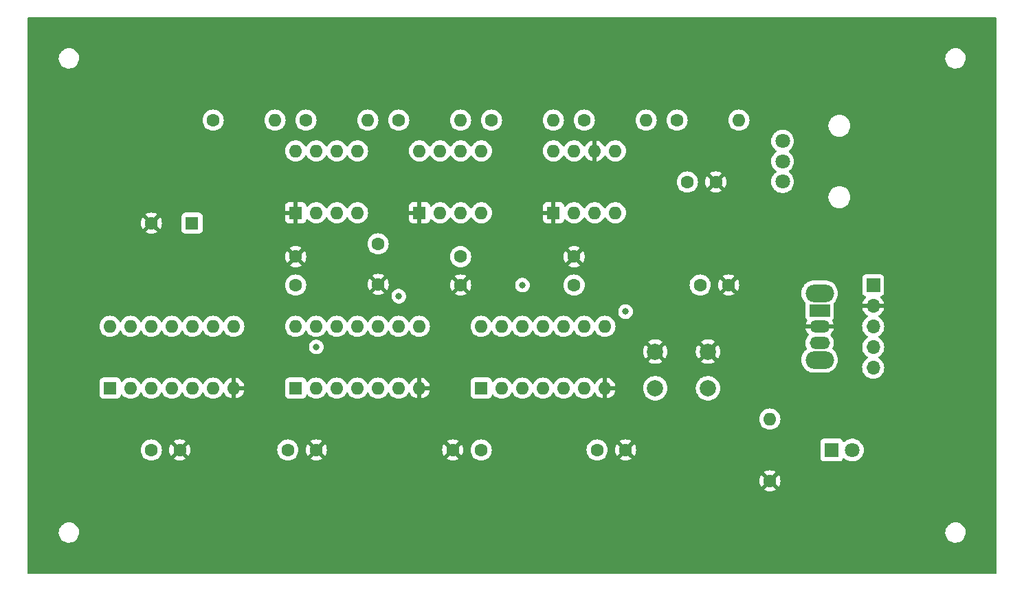
<source format=gbr>
%TF.GenerationSoftware,KiCad,Pcbnew,(7.0.0)*%
%TF.CreationDate,2023-05-14T14:46:27-04:00*%
%TF.ProjectId,8bc_clock,3862635f-636c-46f6-936b-2e6b69636164,rev?*%
%TF.SameCoordinates,Original*%
%TF.FileFunction,Copper,L2,Inr*%
%TF.FilePolarity,Positive*%
%FSLAX46Y46*%
G04 Gerber Fmt 4.6, Leading zero omitted, Abs format (unit mm)*
G04 Created by KiCad (PCBNEW (7.0.0)) date 2023-05-14 14:46:27*
%MOMM*%
%LPD*%
G01*
G04 APERTURE LIST*
%TA.AperFunction,ComponentPad*%
%ADD10C,2.000000*%
%TD*%
%TA.AperFunction,ComponentPad*%
%ADD11R,1.800000X1.800000*%
%TD*%
%TA.AperFunction,ComponentPad*%
%ADD12C,1.800000*%
%TD*%
%TA.AperFunction,ComponentPad*%
%ADD13C,1.600000*%
%TD*%
%TA.AperFunction,ComponentPad*%
%ADD14O,1.600000X1.600000*%
%TD*%
%TA.AperFunction,ComponentPad*%
%ADD15R,1.600000X1.600000*%
%TD*%
%TA.AperFunction,ComponentPad*%
%ADD16O,3.500000X2.200000*%
%TD*%
%TA.AperFunction,ComponentPad*%
%ADD17R,2.500000X1.500000*%
%TD*%
%TA.AperFunction,ComponentPad*%
%ADD18O,2.500000X1.500000*%
%TD*%
%TA.AperFunction,ComponentPad*%
%ADD19R,1.700000X1.700000*%
%TD*%
%TA.AperFunction,ComponentPad*%
%ADD20O,1.700000X1.700000*%
%TD*%
%TA.AperFunction,ViaPad*%
%ADD21C,0.800000*%
%TD*%
G04 APERTURE END LIST*
D10*
%TO.N,GND*%
%TO.C,SW2*%
X153520000Y-92020000D03*
X160020000Y-92020000D03*
%TO.N,Net-(U2-TR)*%
X153520000Y-96520000D03*
X160020000Y-96520000D03*
%TD*%
D11*
%TO.N,Net-(D1-K)*%
%TO.C,D1*%
X175259999Y-104139999D03*
D12*
%TO.N,CLK*%
X177800000Y-104140000D03*
%TD*%
D13*
%TO.N,+5V*%
%TO.C,R1*%
X99060000Y-63500000D03*
D14*
%TO.N,Net-(U1-DIS)*%
X106679999Y-63499999D03*
%TD*%
D15*
%TO.N,GND*%
%TO.C,U1*%
X109219999Y-74919999D03*
D14*
%TO.N,Net-(U1-THR)*%
X111759999Y-74919999D03*
%TO.N,Net-(U1-Q)*%
X114299999Y-74919999D03*
%TO.N,+5V*%
X116839999Y-74919999D03*
%TO.N,Net-(U1-CV)*%
X116839999Y-67299999D03*
%TO.N,Net-(U1-THR)*%
X114299999Y-67299999D03*
%TO.N,Net-(U1-DIS)*%
X111759999Y-67299999D03*
%TO.N,+5V*%
X109219999Y-67299999D03*
%TD*%
D13*
%TO.N,+5V*%
%TO.C,C7*%
X132080000Y-104140000D03*
%TO.N,GND*%
X128580000Y-104140000D03*
%TD*%
%TO.N,Net-(U3-CV)*%
%TO.C,C5*%
X157480000Y-71120000D03*
%TO.N,GND*%
X160980000Y-71120000D03*
%TD*%
D15*
%TO.N,Net-(U1-THR)*%
%TO.C,C2*%
X96439999Y-76199999D03*
D13*
%TO.N,GND*%
X91440000Y-76200000D03*
%TD*%
%TO.N,Net-(U2-DIS)*%
%TO.C,C4*%
X129540000Y-80320000D03*
%TO.N,GND*%
X129540000Y-83820000D03*
%TD*%
%TO.N,Net-(U2-CV)*%
%TO.C,C3*%
X159060000Y-83820000D03*
%TO.N,GND*%
X162560000Y-83820000D03*
%TD*%
%TO.N,GND*%
%TO.C,C10*%
X149860000Y-104140000D03*
%TO.N,+5V*%
X146360000Y-104140000D03*
%TD*%
D12*
%TO.N,unconnected-(RV1-Pad1)*%
%TO.C,RV1*%
X169210000Y-71080000D03*
%TO.N,Net-(R2-Pad2)*%
X169210000Y-68580000D03*
%TO.N,Net-(U1-THR)*%
X169210000Y-66080000D03*
%TD*%
D16*
%TO.N,*%
%TO.C,SW1*%
X173764999Y-84829999D03*
X173764999Y-93029999D03*
D17*
%TO.N,Net-(SW1-A)*%
X173764999Y-86929999D03*
D18*
%TO.N,GND*%
X173764999Y-88929999D03*
%TO.N,Net-(SW1-C)*%
X173764999Y-90929999D03*
%TD*%
D13*
%TO.N,+5V*%
%TO.C,C6*%
X143520000Y-83820000D03*
%TO.N,GND*%
X143520000Y-80320000D03*
%TD*%
%TO.N,+5V*%
%TO.C,R3*%
X121920000Y-63500000D03*
D14*
%TO.N,Net-(U2-DIS)*%
X129539999Y-63499999D03*
%TD*%
D15*
%TO.N,Net-(U1-Q)*%
%TO.C,U5*%
X109219999Y-96519999D03*
D14*
%TO.N,Net-(U3-Q)*%
X111759999Y-96519999D03*
%TO.N,Net-(U5-Pad3)*%
X114299999Y-96519999D03*
%TO.N,Net-(U4-Pad2)*%
X116839999Y-96519999D03*
%TO.N,Net-(U2-Q)*%
X119379999Y-96519999D03*
%TO.N,Net-(U5-Pad6)*%
X121919999Y-96519999D03*
%TO.N,GND*%
X124459999Y-96519999D03*
%TO.N,CLK*%
X124459999Y-88899999D03*
%TO.N,Net-(U5-Pad9)*%
X121919999Y-88899999D03*
%TO.N,Net-(U4-Pad6)*%
X119379999Y-88899999D03*
%TO.N,unconnected-(U5-Pad11)*%
X116839999Y-88899999D03*
%TO.N,unconnected-(U5-Pad12)*%
X114299999Y-88899999D03*
%TO.N,unconnected-(U5-Pad13)*%
X111759999Y-88899999D03*
%TO.N,+5V*%
X109219999Y-88899999D03*
%TD*%
D13*
%TO.N,+5V*%
%TO.C,R6*%
X156210000Y-63500000D03*
D14*
%TO.N,Net-(SW1-C)*%
X163829999Y-63499999D03*
%TD*%
D13*
%TO.N,GND*%
%TO.C,C9*%
X94940000Y-104140000D03*
%TO.N,+5V*%
X91440000Y-104140000D03*
%TD*%
%TO.N,+5V*%
%TO.C,R5*%
X144780000Y-63500000D03*
D14*
%TO.N,Net-(SW1-A)*%
X152399999Y-63499999D03*
%TD*%
D13*
%TO.N,+5V*%
%TO.C,R4*%
X133350000Y-63500000D03*
D14*
%TO.N,Net-(U2-TR)*%
X140969999Y-63499999D03*
%TD*%
D15*
%TO.N,GND*%
%TO.C,U3*%
X140979999Y-74919999D03*
D14*
%TO.N,Net-(SW1-A)*%
X143519999Y-74919999D03*
%TO.N,Net-(U3-Q)*%
X146059999Y-74919999D03*
%TO.N,Net-(SW1-C)*%
X148599999Y-74919999D03*
%TO.N,Net-(U3-CV)*%
X148599999Y-67299999D03*
%TO.N,GND*%
X146059999Y-67299999D03*
%TO.N,unconnected-(U3-DIS-Pad7)*%
X143519999Y-67299999D03*
%TO.N,+5V*%
X140979999Y-67299999D03*
%TD*%
D13*
%TO.N,Net-(U1-CV)*%
%TO.C,C1*%
X119380000Y-78740000D03*
%TO.N,GND*%
X119380000Y-83740000D03*
%TD*%
%TO.N,+5V*%
%TO.C,C8*%
X109220000Y-83820000D03*
%TO.N,GND*%
X109220000Y-80320000D03*
%TD*%
%TO.N,GND*%
%TO.C,R7*%
X167640000Y-107950000D03*
D14*
%TO.N,Net-(D1-K)*%
X167639999Y-100329999D03*
%TD*%
D19*
%TO.N,+5V*%
%TO.C,J1*%
X180364999Y-83849999D03*
D20*
%TO.N,GND*%
X180364999Y-86389999D03*
%TO.N,CLK*%
X180364999Y-88929999D03*
%TO.N,!CLK*%
X180364999Y-91469999D03*
%TO.N,HLT*%
X180364999Y-94009999D03*
%TD*%
D13*
%TO.N,Net-(U1-DIS)*%
%TO.C,R2*%
X110490000Y-63500000D03*
D14*
%TO.N,Net-(R2-Pad2)*%
X118109999Y-63499999D03*
%TD*%
D15*
%TO.N,Net-(U5-Pad3)*%
%TO.C,U6*%
X132079999Y-96519999D03*
D14*
%TO.N,Net-(U5-Pad6)*%
X134619999Y-96519999D03*
%TO.N,Net-(U5-Pad9)*%
X137159999Y-96519999D03*
%TO.N,unconnected-(U6-Pad4)*%
X139699999Y-96519999D03*
%TO.N,unconnected-(U6-Pad5)*%
X142239999Y-96519999D03*
%TO.N,unconnected-(U6-Pad6)*%
X144779999Y-96519999D03*
%TO.N,GND*%
X147319999Y-96519999D03*
%TO.N,unconnected-(U6-Pad8)*%
X147319999Y-88899999D03*
%TO.N,unconnected-(U6-Pad9)*%
X144779999Y-88899999D03*
%TO.N,unconnected-(U6-Pad10)*%
X142239999Y-88899999D03*
%TO.N,unconnected-(U6-Pad11)*%
X139699999Y-88899999D03*
%TO.N,unconnected-(U6-Pad12)*%
X137159999Y-88899999D03*
%TO.N,unconnected-(U6-Pad13)*%
X134619999Y-88899999D03*
%TO.N,+5V*%
X132079999Y-88899999D03*
%TD*%
D13*
%TO.N,GND*%
%TO.C,C11*%
X111760000Y-104140000D03*
%TO.N,+5V*%
X108260000Y-104140000D03*
%TD*%
D15*
%TO.N,GND*%
%TO.C,U2*%
X124479999Y-74919999D03*
D14*
%TO.N,Net-(U2-TR)*%
X127019999Y-74919999D03*
%TO.N,Net-(U2-Q)*%
X129559999Y-74919999D03*
%TO.N,+5V*%
X132099999Y-74919999D03*
%TO.N,Net-(U2-CV)*%
X132099999Y-67299999D03*
%TO.N,Net-(U2-DIS)*%
X129559999Y-67299999D03*
X127019999Y-67299999D03*
%TO.N,+5V*%
X124479999Y-67299999D03*
%TD*%
D15*
%TO.N,Net-(U3-Q)*%
%TO.C,U4*%
X86359999Y-96519999D03*
D14*
%TO.N,Net-(U4-Pad2)*%
X88899999Y-96519999D03*
%TO.N,CLK*%
X91439999Y-96519999D03*
%TO.N,!CLK*%
X93979999Y-96519999D03*
%TO.N,HLT*%
X96519999Y-96519999D03*
%TO.N,Net-(U4-Pad6)*%
X99059999Y-96519999D03*
%TO.N,GND*%
X101599999Y-96519999D03*
%TO.N,unconnected-(U4-Pad8)*%
X101599999Y-88899999D03*
%TO.N,unconnected-(U4-Pad9)*%
X99059999Y-88899999D03*
%TO.N,unconnected-(U4-Pad10)*%
X96519999Y-88899999D03*
%TO.N,unconnected-(U4-Pad11)*%
X93979999Y-88899999D03*
%TO.N,unconnected-(U4-Pad12)*%
X91439999Y-88899999D03*
%TO.N,unconnected-(U4-Pad13)*%
X88899999Y-88899999D03*
%TO.N,+5V*%
X86359999Y-88899999D03*
%TD*%
D21*
%TO.N,Net-(U2-TR)*%
X149860000Y-87084500D03*
%TO.N,Net-(U2-Q)*%
X121920000Y-85185500D03*
%TO.N,Net-(U3-Q)*%
X137160000Y-83820000D03*
%TO.N,Net-(U4-Pad6)*%
X111760000Y-91440000D03*
%TD*%
%TA.AperFunction,Conductor*%
%TO.N,GND*%
G36*
X195517500Y-50817113D02*
G01*
X195562887Y-50862500D01*
X195579500Y-50924500D01*
X195579500Y-119255500D01*
X195562887Y-119317500D01*
X195517500Y-119362887D01*
X195455500Y-119379500D01*
X76324500Y-119379500D01*
X76262500Y-119362887D01*
X76217113Y-119317500D01*
X76200500Y-119255500D01*
X76200500Y-114356330D01*
X80025710Y-114356330D01*
X80026455Y-114361833D01*
X80026456Y-114361844D01*
X80040155Y-114462969D01*
X80055925Y-114579387D01*
X80057644Y-114584680D01*
X80057646Y-114584685D01*
X80123761Y-114788167D01*
X80123764Y-114788175D01*
X80125483Y-114793464D01*
X80128121Y-114798366D01*
X80229512Y-114986784D01*
X80229516Y-114986790D01*
X80232148Y-114991681D01*
X80235612Y-114996025D01*
X80235615Y-114996029D01*
X80369022Y-115163315D01*
X80372492Y-115167666D01*
X80542004Y-115315765D01*
X80735236Y-115431215D01*
X80945976Y-115510307D01*
X81167453Y-115550500D01*
X81333378Y-115550500D01*
X81336155Y-115550500D01*
X81504188Y-115535377D01*
X81721170Y-115475493D01*
X81923973Y-115377829D01*
X82106078Y-115245522D01*
X82261632Y-115082825D01*
X82385635Y-114894968D01*
X82474103Y-114687988D01*
X82524191Y-114468537D01*
X82529230Y-114356330D01*
X189245710Y-114356330D01*
X189246455Y-114361833D01*
X189246456Y-114361844D01*
X189260155Y-114462969D01*
X189275925Y-114579387D01*
X189277644Y-114584680D01*
X189277646Y-114584685D01*
X189343761Y-114788167D01*
X189343764Y-114788175D01*
X189345483Y-114793464D01*
X189348121Y-114798366D01*
X189449512Y-114986784D01*
X189449516Y-114986790D01*
X189452148Y-114991681D01*
X189455612Y-114996025D01*
X189455615Y-114996029D01*
X189589022Y-115163315D01*
X189592492Y-115167666D01*
X189762004Y-115315765D01*
X189955236Y-115431215D01*
X190165976Y-115510307D01*
X190387453Y-115550500D01*
X190553378Y-115550500D01*
X190556155Y-115550500D01*
X190724188Y-115535377D01*
X190941170Y-115475493D01*
X191143973Y-115377829D01*
X191326078Y-115245522D01*
X191481632Y-115082825D01*
X191605635Y-114894968D01*
X191694103Y-114687988D01*
X191744191Y-114468537D01*
X191754290Y-114243670D01*
X191724075Y-114020613D01*
X191654517Y-113806536D01*
X191547852Y-113608319D01*
X191478877Y-113521828D01*
X191410977Y-113436684D01*
X191407508Y-113432334D01*
X191237996Y-113284235D01*
X191233218Y-113281380D01*
X191233215Y-113281378D01*
X191049545Y-113171641D01*
X191049540Y-113171638D01*
X191044764Y-113168785D01*
X191039547Y-113166827D01*
X190839239Y-113091650D01*
X190839236Y-113091649D01*
X190834024Y-113089693D01*
X190828546Y-113088698D01*
X190828543Y-113088698D01*
X190618030Y-113050495D01*
X190618029Y-113050494D01*
X190612547Y-113049500D01*
X190443845Y-113049500D01*
X190441097Y-113049747D01*
X190441081Y-113049748D01*
X190281360Y-113064123D01*
X190281352Y-113064124D01*
X190275812Y-113064623D01*
X190270448Y-113066103D01*
X190270439Y-113066105D01*
X190064201Y-113123024D01*
X190064194Y-113123026D01*
X190058830Y-113124507D01*
X190053812Y-113126923D01*
X190053808Y-113126925D01*
X189861048Y-113219752D01*
X189861039Y-113219757D01*
X189856027Y-113222171D01*
X189851525Y-113225441D01*
X189851518Y-113225446D01*
X189678429Y-113351203D01*
X189678425Y-113351205D01*
X189673922Y-113354478D01*
X189670083Y-113358492D01*
X189670074Y-113358501D01*
X189522218Y-113513147D01*
X189522212Y-113513154D01*
X189518368Y-113517175D01*
X189515299Y-113521823D01*
X189515296Y-113521828D01*
X189397435Y-113700380D01*
X189397431Y-113700386D01*
X189394365Y-113705032D01*
X189392178Y-113710148D01*
X189392173Y-113710158D01*
X189308088Y-113906884D01*
X189308085Y-113906892D01*
X189305897Y-113912012D01*
X189304657Y-113917441D01*
X189304656Y-113917447D01*
X189279850Y-114026132D01*
X189255809Y-114131463D01*
X189255559Y-114137019D01*
X189255558Y-114137030D01*
X189250520Y-114249230D01*
X189245710Y-114356330D01*
X82529230Y-114356330D01*
X82534290Y-114243670D01*
X82504075Y-114020613D01*
X82434517Y-113806536D01*
X82327852Y-113608319D01*
X82258877Y-113521828D01*
X82190977Y-113436684D01*
X82187508Y-113432334D01*
X82017996Y-113284235D01*
X82013218Y-113281380D01*
X82013215Y-113281378D01*
X81829545Y-113171641D01*
X81829540Y-113171638D01*
X81824764Y-113168785D01*
X81819547Y-113166827D01*
X81619239Y-113091650D01*
X81619236Y-113091649D01*
X81614024Y-113089693D01*
X81608546Y-113088698D01*
X81608543Y-113088698D01*
X81398030Y-113050495D01*
X81398029Y-113050494D01*
X81392547Y-113049500D01*
X81223845Y-113049500D01*
X81221097Y-113049747D01*
X81221081Y-113049748D01*
X81061360Y-113064123D01*
X81061352Y-113064124D01*
X81055812Y-113064623D01*
X81050448Y-113066103D01*
X81050439Y-113066105D01*
X80844201Y-113123024D01*
X80844194Y-113123026D01*
X80838830Y-113124507D01*
X80833812Y-113126923D01*
X80833808Y-113126925D01*
X80641048Y-113219752D01*
X80641039Y-113219757D01*
X80636027Y-113222171D01*
X80631525Y-113225441D01*
X80631518Y-113225446D01*
X80458429Y-113351203D01*
X80458425Y-113351205D01*
X80453922Y-113354478D01*
X80450083Y-113358492D01*
X80450074Y-113358501D01*
X80302218Y-113513147D01*
X80302212Y-113513154D01*
X80298368Y-113517175D01*
X80295299Y-113521823D01*
X80295296Y-113521828D01*
X80177435Y-113700380D01*
X80177431Y-113700386D01*
X80174365Y-113705032D01*
X80172178Y-113710148D01*
X80172173Y-113710158D01*
X80088088Y-113906884D01*
X80088085Y-113906892D01*
X80085897Y-113912012D01*
X80084657Y-113917441D01*
X80084656Y-113917447D01*
X80059850Y-114026132D01*
X80035809Y-114131463D01*
X80035559Y-114137019D01*
X80035558Y-114137030D01*
X80030520Y-114249230D01*
X80025710Y-114356330D01*
X76200500Y-114356330D01*
X76200500Y-109028703D01*
X166918217Y-109028703D01*
X166925650Y-109036814D01*
X166983077Y-109077025D01*
X166992427Y-109082423D01*
X167188768Y-109173979D01*
X167198902Y-109177667D01*
X167408162Y-109233739D01*
X167418793Y-109235613D01*
X167634605Y-109254494D01*
X167645395Y-109254494D01*
X167861206Y-109235613D01*
X167871837Y-109233739D01*
X168081097Y-109177667D01*
X168091231Y-109173979D01*
X168287575Y-109082422D01*
X168296920Y-109077026D01*
X168354348Y-109036814D01*
X168361780Y-109028703D01*
X168355867Y-109019421D01*
X167651542Y-108315095D01*
X167639999Y-108308431D01*
X167628457Y-108315095D01*
X166924128Y-109019424D01*
X166918217Y-109028703D01*
X76200500Y-109028703D01*
X76200500Y-107955395D01*
X166335506Y-107955395D01*
X166354386Y-108171206D01*
X166356260Y-108181837D01*
X166412332Y-108391097D01*
X166416020Y-108401231D01*
X166507576Y-108597572D01*
X166512974Y-108606922D01*
X166553184Y-108664348D01*
X166561295Y-108671781D01*
X166570574Y-108665870D01*
X167274903Y-107961542D01*
X167281567Y-107950000D01*
X167998431Y-107950000D01*
X168005095Y-107961542D01*
X168709421Y-108665867D01*
X168718703Y-108671780D01*
X168726814Y-108664348D01*
X168767026Y-108606920D01*
X168772422Y-108597575D01*
X168863979Y-108401231D01*
X168867667Y-108391097D01*
X168923739Y-108181837D01*
X168925613Y-108171206D01*
X168944494Y-107955395D01*
X168944494Y-107944605D01*
X168925613Y-107728793D01*
X168923739Y-107718162D01*
X168867667Y-107508902D01*
X168863979Y-107498768D01*
X168772423Y-107302427D01*
X168767025Y-107293077D01*
X168726814Y-107235650D01*
X168718703Y-107228217D01*
X168709424Y-107234128D01*
X168005095Y-107938457D01*
X167998431Y-107950000D01*
X167281567Y-107950000D01*
X167274903Y-107938457D01*
X166570574Y-107234128D01*
X166561296Y-107228217D01*
X166553183Y-107235651D01*
X166512971Y-107293081D01*
X166507577Y-107302425D01*
X166416020Y-107498768D01*
X166412332Y-107508902D01*
X166356260Y-107718162D01*
X166354386Y-107728793D01*
X166335506Y-107944605D01*
X166335506Y-107955395D01*
X76200500Y-107955395D01*
X76200500Y-106871296D01*
X166918217Y-106871296D01*
X166924128Y-106880574D01*
X167628457Y-107584903D01*
X167639999Y-107591567D01*
X167651542Y-107584903D01*
X168355870Y-106880574D01*
X168361781Y-106871295D01*
X168354348Y-106863184D01*
X168296922Y-106822974D01*
X168287572Y-106817576D01*
X168091231Y-106726020D01*
X168081097Y-106722332D01*
X167871837Y-106666260D01*
X167861206Y-106664386D01*
X167645395Y-106645506D01*
X167634605Y-106645506D01*
X167418793Y-106664386D01*
X167408162Y-106666260D01*
X167198902Y-106722332D01*
X167188768Y-106726020D01*
X166992425Y-106817577D01*
X166983081Y-106822971D01*
X166925651Y-106863183D01*
X166918217Y-106871296D01*
X76200500Y-106871296D01*
X76200500Y-104140000D01*
X90134532Y-104140000D01*
X90154365Y-104366692D01*
X90155762Y-104371907D01*
X90155764Y-104371916D01*
X90211858Y-104581263D01*
X90211861Y-104581271D01*
X90213261Y-104586496D01*
X90215549Y-104591403D01*
X90215550Y-104591405D01*
X90279313Y-104728145D01*
X90309432Y-104792734D01*
X90439953Y-104979139D01*
X90600861Y-105140047D01*
X90787266Y-105270568D01*
X90993504Y-105366739D01*
X90998734Y-105368140D01*
X90998736Y-105368141D01*
X91206232Y-105423739D01*
X91213308Y-105425635D01*
X91440000Y-105445468D01*
X91666692Y-105425635D01*
X91886496Y-105366739D01*
X92092734Y-105270568D01*
X92166806Y-105218703D01*
X94218217Y-105218703D01*
X94225650Y-105226814D01*
X94283077Y-105267025D01*
X94292427Y-105272423D01*
X94488768Y-105363979D01*
X94498902Y-105367667D01*
X94708162Y-105423739D01*
X94718793Y-105425613D01*
X94934605Y-105444494D01*
X94945395Y-105444494D01*
X95161206Y-105425613D01*
X95171837Y-105423739D01*
X95381097Y-105367667D01*
X95391231Y-105363979D01*
X95587575Y-105272422D01*
X95596920Y-105267026D01*
X95654348Y-105226814D01*
X95661780Y-105218703D01*
X95655867Y-105209421D01*
X94951542Y-104505095D01*
X94939999Y-104498431D01*
X94928457Y-104505095D01*
X94224128Y-105209424D01*
X94218217Y-105218703D01*
X92166806Y-105218703D01*
X92279139Y-105140047D01*
X92440047Y-104979139D01*
X92570568Y-104792734D01*
X92666739Y-104586496D01*
X92725635Y-104366692D01*
X92744996Y-104145395D01*
X93635506Y-104145395D01*
X93654386Y-104361206D01*
X93656260Y-104371837D01*
X93712332Y-104581097D01*
X93716020Y-104591231D01*
X93807576Y-104787572D01*
X93812974Y-104796922D01*
X93853184Y-104854348D01*
X93861295Y-104861781D01*
X93870574Y-104855870D01*
X94574903Y-104151542D01*
X94581567Y-104140000D01*
X94581566Y-104139999D01*
X95298431Y-104139999D01*
X95305095Y-104151541D01*
X96009421Y-104855867D01*
X96018703Y-104861780D01*
X96026814Y-104854348D01*
X96067026Y-104796920D01*
X96072422Y-104787575D01*
X96163979Y-104591231D01*
X96167667Y-104581097D01*
X96223739Y-104371837D01*
X96225613Y-104361206D01*
X96244494Y-104145395D01*
X96244494Y-104140000D01*
X106954532Y-104140000D01*
X106974365Y-104366692D01*
X106975762Y-104371907D01*
X106975764Y-104371916D01*
X107031858Y-104581263D01*
X107031861Y-104581271D01*
X107033261Y-104586496D01*
X107035549Y-104591403D01*
X107035550Y-104591405D01*
X107099313Y-104728145D01*
X107129432Y-104792734D01*
X107259953Y-104979139D01*
X107420861Y-105140047D01*
X107607266Y-105270568D01*
X107813504Y-105366739D01*
X107818734Y-105368140D01*
X107818736Y-105368141D01*
X108026232Y-105423739D01*
X108033308Y-105425635D01*
X108260000Y-105445468D01*
X108486692Y-105425635D01*
X108706496Y-105366739D01*
X108912734Y-105270568D01*
X108986806Y-105218703D01*
X111038217Y-105218703D01*
X111045650Y-105226814D01*
X111103077Y-105267025D01*
X111112427Y-105272423D01*
X111308768Y-105363979D01*
X111318902Y-105367667D01*
X111528162Y-105423739D01*
X111538793Y-105425613D01*
X111754605Y-105444494D01*
X111765395Y-105444494D01*
X111981206Y-105425613D01*
X111991837Y-105423739D01*
X112201097Y-105367667D01*
X112211231Y-105363979D01*
X112407575Y-105272422D01*
X112416920Y-105267026D01*
X112474348Y-105226814D01*
X112481780Y-105218703D01*
X127858217Y-105218703D01*
X127865650Y-105226814D01*
X127923077Y-105267025D01*
X127932427Y-105272423D01*
X128128768Y-105363979D01*
X128138902Y-105367667D01*
X128348162Y-105423739D01*
X128358793Y-105425613D01*
X128574605Y-105444494D01*
X128585395Y-105444494D01*
X128801206Y-105425613D01*
X128811837Y-105423739D01*
X129021097Y-105367667D01*
X129031231Y-105363979D01*
X129227575Y-105272422D01*
X129236920Y-105267026D01*
X129294348Y-105226814D01*
X129301780Y-105218703D01*
X129295867Y-105209421D01*
X128591542Y-104505095D01*
X128579999Y-104498431D01*
X128568457Y-104505095D01*
X127864128Y-105209424D01*
X127858217Y-105218703D01*
X112481780Y-105218703D01*
X112475867Y-105209421D01*
X111771542Y-104505095D01*
X111759999Y-104498431D01*
X111748457Y-104505095D01*
X111044128Y-105209424D01*
X111038217Y-105218703D01*
X108986806Y-105218703D01*
X109099139Y-105140047D01*
X109260047Y-104979139D01*
X109390568Y-104792734D01*
X109486739Y-104586496D01*
X109545635Y-104366692D01*
X109564996Y-104145395D01*
X110455506Y-104145395D01*
X110474386Y-104361206D01*
X110476260Y-104371837D01*
X110532332Y-104581097D01*
X110536020Y-104591231D01*
X110627576Y-104787572D01*
X110632974Y-104796922D01*
X110673184Y-104854348D01*
X110681295Y-104861781D01*
X110690574Y-104855870D01*
X111394903Y-104151542D01*
X111401567Y-104140000D01*
X111401566Y-104139999D01*
X112118431Y-104139999D01*
X112125095Y-104151541D01*
X112829421Y-104855867D01*
X112838703Y-104861780D01*
X112846814Y-104854348D01*
X112887026Y-104796920D01*
X112892422Y-104787575D01*
X112983979Y-104591231D01*
X112987667Y-104581097D01*
X113043739Y-104371837D01*
X113045613Y-104361206D01*
X113064494Y-104145395D01*
X127275506Y-104145395D01*
X127294386Y-104361206D01*
X127296260Y-104371837D01*
X127352332Y-104581097D01*
X127356020Y-104591231D01*
X127447576Y-104787572D01*
X127452974Y-104796922D01*
X127493184Y-104854348D01*
X127501295Y-104861781D01*
X127510574Y-104855870D01*
X128214903Y-104151542D01*
X128221567Y-104140000D01*
X128221566Y-104139999D01*
X128938431Y-104139999D01*
X128945095Y-104151541D01*
X129649421Y-104855867D01*
X129658703Y-104861780D01*
X129666814Y-104854348D01*
X129707026Y-104796920D01*
X129712422Y-104787575D01*
X129803979Y-104591231D01*
X129807667Y-104581097D01*
X129863739Y-104371837D01*
X129865613Y-104361206D01*
X129884494Y-104145395D01*
X129884494Y-104140000D01*
X130774532Y-104140000D01*
X130794365Y-104366692D01*
X130795762Y-104371907D01*
X130795764Y-104371916D01*
X130851858Y-104581263D01*
X130851861Y-104581271D01*
X130853261Y-104586496D01*
X130855549Y-104591403D01*
X130855550Y-104591405D01*
X130919313Y-104728145D01*
X130949432Y-104792734D01*
X131079953Y-104979139D01*
X131240861Y-105140047D01*
X131427266Y-105270568D01*
X131633504Y-105366739D01*
X131638734Y-105368140D01*
X131638736Y-105368141D01*
X131846232Y-105423739D01*
X131853308Y-105425635D01*
X132080000Y-105445468D01*
X132306692Y-105425635D01*
X132526496Y-105366739D01*
X132732734Y-105270568D01*
X132919139Y-105140047D01*
X133080047Y-104979139D01*
X133210568Y-104792734D01*
X133306739Y-104586496D01*
X133365635Y-104366692D01*
X133385468Y-104140000D01*
X145054532Y-104140000D01*
X145074365Y-104366692D01*
X145075762Y-104371907D01*
X145075764Y-104371916D01*
X145131858Y-104581263D01*
X145131861Y-104581271D01*
X145133261Y-104586496D01*
X145135549Y-104591403D01*
X145135550Y-104591405D01*
X145199313Y-104728145D01*
X145229432Y-104792734D01*
X145359953Y-104979139D01*
X145520861Y-105140047D01*
X145707266Y-105270568D01*
X145913504Y-105366739D01*
X145918734Y-105368140D01*
X145918736Y-105368141D01*
X146126232Y-105423739D01*
X146133308Y-105425635D01*
X146360000Y-105445468D01*
X146586692Y-105425635D01*
X146806496Y-105366739D01*
X147012734Y-105270568D01*
X147086806Y-105218703D01*
X149138217Y-105218703D01*
X149145650Y-105226814D01*
X149203077Y-105267025D01*
X149212427Y-105272423D01*
X149408768Y-105363979D01*
X149418902Y-105367667D01*
X149628162Y-105423739D01*
X149638793Y-105425613D01*
X149854605Y-105444494D01*
X149865395Y-105444494D01*
X150081206Y-105425613D01*
X150091837Y-105423739D01*
X150301097Y-105367667D01*
X150311231Y-105363979D01*
X150507575Y-105272422D01*
X150516920Y-105267026D01*
X150574348Y-105226814D01*
X150581780Y-105218703D01*
X150575867Y-105209421D01*
X150451024Y-105084578D01*
X173859500Y-105084578D01*
X173859501Y-105087872D01*
X173859853Y-105091150D01*
X173859854Y-105091161D01*
X173865079Y-105139768D01*
X173865080Y-105139773D01*
X173865909Y-105147483D01*
X173868619Y-105154749D01*
X173868620Y-105154753D01*
X173902217Y-105244831D01*
X173916204Y-105282331D01*
X173921518Y-105289430D01*
X173921519Y-105289431D01*
X173980086Y-105367667D01*
X174002454Y-105397546D01*
X174117669Y-105483796D01*
X174252517Y-105534091D01*
X174312127Y-105540500D01*
X176207872Y-105540499D01*
X176267483Y-105534091D01*
X176402331Y-105483796D01*
X176517546Y-105397546D01*
X176603796Y-105282331D01*
X176632454Y-105205493D01*
X176668404Y-105154280D01*
X176724785Y-105127141D01*
X176787239Y-105130988D01*
X176839863Y-105164840D01*
X176844739Y-105170136D01*
X176848216Y-105173913D01*
X177031374Y-105316470D01*
X177235497Y-105426936D01*
X177455019Y-105502298D01*
X177683951Y-105540500D01*
X177910916Y-105540500D01*
X177916049Y-105540500D01*
X178144981Y-105502298D01*
X178364503Y-105426936D01*
X178568626Y-105316470D01*
X178751784Y-105173913D01*
X178908979Y-105003153D01*
X179035924Y-104808849D01*
X179129157Y-104596300D01*
X179186134Y-104371305D01*
X179205300Y-104140000D01*
X179186134Y-103908695D01*
X179129157Y-103683700D01*
X179035924Y-103471151D01*
X178908979Y-103276847D01*
X178751784Y-103106087D01*
X178694236Y-103061296D01*
X178572672Y-102966679D01*
X178572671Y-102966678D01*
X178568626Y-102963530D01*
X178514497Y-102934237D01*
X178369007Y-102855501D01*
X178369002Y-102855499D01*
X178364503Y-102853064D01*
X178359657Y-102851400D01*
X178359654Y-102851399D01*
X178149834Y-102779368D01*
X178149833Y-102779367D01*
X178144981Y-102777702D01*
X178139931Y-102776859D01*
X178139922Y-102776857D01*
X177921111Y-102740344D01*
X177921102Y-102740343D01*
X177916049Y-102739500D01*
X177683951Y-102739500D01*
X177678898Y-102740343D01*
X177678888Y-102740344D01*
X177460077Y-102776857D01*
X177460065Y-102776859D01*
X177455019Y-102777702D01*
X177450169Y-102779366D01*
X177450165Y-102779368D01*
X177240345Y-102851399D01*
X177240337Y-102851402D01*
X177235497Y-102853064D01*
X177231001Y-102855496D01*
X177230992Y-102855501D01*
X177035882Y-102961090D01*
X177035878Y-102961092D01*
X177031374Y-102963530D01*
X177027334Y-102966674D01*
X177027327Y-102966679D01*
X176852263Y-103102936D01*
X176852255Y-103102943D01*
X176848216Y-103106087D01*
X176844751Y-103109850D01*
X176844740Y-103109861D01*
X176839859Y-103115164D01*
X176787234Y-103149013D01*
X176724782Y-103152857D01*
X176668403Y-103125718D01*
X176632454Y-103074506D01*
X176603796Y-102997669D01*
X176517546Y-102882454D01*
X176482555Y-102856260D01*
X176409431Y-102801519D01*
X176409430Y-102801518D01*
X176402331Y-102796204D01*
X176267483Y-102745909D01*
X176259770Y-102745079D01*
X176259767Y-102745079D01*
X176211180Y-102739855D01*
X176211169Y-102739854D01*
X176207873Y-102739500D01*
X176204550Y-102739500D01*
X174315439Y-102739500D01*
X174315420Y-102739500D01*
X174312128Y-102739501D01*
X174308850Y-102739853D01*
X174308838Y-102739854D01*
X174260231Y-102745079D01*
X174260225Y-102745080D01*
X174252517Y-102745909D01*
X174245252Y-102748618D01*
X174245246Y-102748620D01*
X174125980Y-102793104D01*
X174125978Y-102793104D01*
X174117669Y-102796204D01*
X174110572Y-102801516D01*
X174110568Y-102801519D01*
X174009550Y-102877141D01*
X174009546Y-102877144D01*
X174002454Y-102882454D01*
X173997144Y-102889546D01*
X173997141Y-102889550D01*
X173921519Y-102990568D01*
X173921516Y-102990572D01*
X173916204Y-102997669D01*
X173913104Y-103005978D01*
X173913104Y-103005980D01*
X173868620Y-103125247D01*
X173868619Y-103125250D01*
X173865909Y-103132517D01*
X173865079Y-103140227D01*
X173865079Y-103140232D01*
X173859855Y-103188819D01*
X173859854Y-103188831D01*
X173859500Y-103192127D01*
X173859500Y-103195448D01*
X173859500Y-103195449D01*
X173859500Y-105084560D01*
X173859500Y-105084578D01*
X150451024Y-105084578D01*
X149871542Y-104505095D01*
X149859999Y-104498431D01*
X149848457Y-104505095D01*
X149144128Y-105209424D01*
X149138217Y-105218703D01*
X147086806Y-105218703D01*
X147199139Y-105140047D01*
X147360047Y-104979139D01*
X147490568Y-104792734D01*
X147586739Y-104586496D01*
X147645635Y-104366692D01*
X147664996Y-104145395D01*
X148555506Y-104145395D01*
X148574386Y-104361206D01*
X148576260Y-104371837D01*
X148632332Y-104581097D01*
X148636020Y-104591231D01*
X148727576Y-104787572D01*
X148732974Y-104796922D01*
X148773184Y-104854348D01*
X148781295Y-104861781D01*
X148790574Y-104855870D01*
X149494903Y-104151542D01*
X149501567Y-104140000D01*
X149501566Y-104139999D01*
X150218431Y-104139999D01*
X150225095Y-104151541D01*
X150929421Y-104855867D01*
X150938703Y-104861780D01*
X150946814Y-104854348D01*
X150987026Y-104796920D01*
X150992422Y-104787575D01*
X151083979Y-104591231D01*
X151087667Y-104581097D01*
X151143739Y-104371837D01*
X151145613Y-104361206D01*
X151164494Y-104145395D01*
X151164494Y-104134605D01*
X151145613Y-103918793D01*
X151143739Y-103908162D01*
X151087667Y-103698902D01*
X151083979Y-103688768D01*
X150992423Y-103492427D01*
X150987025Y-103483077D01*
X150946814Y-103425650D01*
X150938703Y-103418217D01*
X150929424Y-103424128D01*
X150225095Y-104128456D01*
X150218431Y-104139999D01*
X149501566Y-104139999D01*
X149494903Y-104128457D01*
X148790574Y-103424128D01*
X148781296Y-103418217D01*
X148773183Y-103425651D01*
X148732971Y-103483081D01*
X148727577Y-103492425D01*
X148636020Y-103688768D01*
X148632332Y-103698902D01*
X148576260Y-103908162D01*
X148574386Y-103918793D01*
X148555506Y-104134605D01*
X148555506Y-104145395D01*
X147664996Y-104145395D01*
X147665468Y-104140000D01*
X147645635Y-103913308D01*
X147586739Y-103693504D01*
X147490568Y-103487266D01*
X147360047Y-103300861D01*
X147199139Y-103139953D01*
X147086804Y-103061296D01*
X149138217Y-103061296D01*
X149144128Y-103070574D01*
X149848457Y-103774903D01*
X149860000Y-103781567D01*
X149871542Y-103774903D01*
X150575870Y-103070574D01*
X150581781Y-103061295D01*
X150574348Y-103053184D01*
X150516922Y-103012974D01*
X150507572Y-103007576D01*
X150311231Y-102916020D01*
X150301097Y-102912332D01*
X150091837Y-102856260D01*
X150081206Y-102854386D01*
X149865395Y-102835506D01*
X149854605Y-102835506D01*
X149638793Y-102854386D01*
X149628162Y-102856260D01*
X149418902Y-102912332D01*
X149408768Y-102916020D01*
X149212425Y-103007577D01*
X149203081Y-103012971D01*
X149145651Y-103053183D01*
X149138217Y-103061296D01*
X147086804Y-103061296D01*
X147075219Y-103053184D01*
X147017173Y-103012540D01*
X147017171Y-103012539D01*
X147012734Y-103009432D01*
X146921051Y-102966679D01*
X146811405Y-102915550D01*
X146811403Y-102915549D01*
X146806496Y-102913261D01*
X146801271Y-102911861D01*
X146801263Y-102911858D01*
X146591916Y-102855764D01*
X146591907Y-102855762D01*
X146586692Y-102854365D01*
X146581304Y-102853893D01*
X146581301Y-102853893D01*
X146365395Y-102835004D01*
X146360000Y-102834532D01*
X146354605Y-102835004D01*
X146138698Y-102853893D01*
X146138693Y-102853893D01*
X146133308Y-102854365D01*
X146128094Y-102855762D01*
X146128083Y-102855764D01*
X145918736Y-102911858D01*
X145918724Y-102911862D01*
X145913504Y-102913261D01*
X145908599Y-102915547D01*
X145908594Y-102915550D01*
X145712176Y-103007142D01*
X145712172Y-103007144D01*
X145707266Y-103009432D01*
X145702833Y-103012535D01*
X145702826Y-103012540D01*
X145525296Y-103136847D01*
X145525291Y-103136850D01*
X145520861Y-103139953D01*
X145517037Y-103143776D01*
X145517031Y-103143782D01*
X145363782Y-103297031D01*
X145363776Y-103297037D01*
X145359953Y-103300861D01*
X145356850Y-103305291D01*
X145356847Y-103305296D01*
X145232540Y-103482826D01*
X145232535Y-103482833D01*
X145229432Y-103487266D01*
X145227144Y-103492172D01*
X145227142Y-103492176D01*
X145135550Y-103688594D01*
X145135547Y-103688599D01*
X145133261Y-103693504D01*
X145131862Y-103698724D01*
X145131858Y-103698736D01*
X145075764Y-103908083D01*
X145075762Y-103908094D01*
X145074365Y-103913308D01*
X145054532Y-104140000D01*
X133385468Y-104140000D01*
X133365635Y-103913308D01*
X133306739Y-103693504D01*
X133210568Y-103487266D01*
X133080047Y-103300861D01*
X132919139Y-103139953D01*
X132795219Y-103053184D01*
X132737173Y-103012540D01*
X132737171Y-103012539D01*
X132732734Y-103009432D01*
X132641051Y-102966679D01*
X132531405Y-102915550D01*
X132531403Y-102915549D01*
X132526496Y-102913261D01*
X132521271Y-102911861D01*
X132521263Y-102911858D01*
X132311916Y-102855764D01*
X132311907Y-102855762D01*
X132306692Y-102854365D01*
X132301304Y-102853893D01*
X132301301Y-102853893D01*
X132085395Y-102835004D01*
X132080000Y-102834532D01*
X132074605Y-102835004D01*
X131858698Y-102853893D01*
X131858693Y-102853893D01*
X131853308Y-102854365D01*
X131848094Y-102855762D01*
X131848083Y-102855764D01*
X131638736Y-102911858D01*
X131638724Y-102911862D01*
X131633504Y-102913261D01*
X131628599Y-102915547D01*
X131628594Y-102915550D01*
X131432176Y-103007142D01*
X131432172Y-103007144D01*
X131427266Y-103009432D01*
X131422833Y-103012535D01*
X131422826Y-103012540D01*
X131245296Y-103136847D01*
X131245291Y-103136850D01*
X131240861Y-103139953D01*
X131237037Y-103143776D01*
X131237031Y-103143782D01*
X131083782Y-103297031D01*
X131083776Y-103297037D01*
X131079953Y-103300861D01*
X131076850Y-103305291D01*
X131076847Y-103305296D01*
X130952540Y-103482826D01*
X130952535Y-103482833D01*
X130949432Y-103487266D01*
X130947144Y-103492172D01*
X130947142Y-103492176D01*
X130855550Y-103688594D01*
X130855547Y-103688599D01*
X130853261Y-103693504D01*
X130851862Y-103698724D01*
X130851858Y-103698736D01*
X130795764Y-103908083D01*
X130795762Y-103908094D01*
X130794365Y-103913308D01*
X130774532Y-104140000D01*
X129884494Y-104140000D01*
X129884494Y-104134605D01*
X129865613Y-103918793D01*
X129863739Y-103908162D01*
X129807667Y-103698902D01*
X129803979Y-103688768D01*
X129712423Y-103492427D01*
X129707025Y-103483077D01*
X129666814Y-103425650D01*
X129658703Y-103418217D01*
X129649424Y-103424128D01*
X128945095Y-104128456D01*
X128938431Y-104139999D01*
X128221566Y-104139999D01*
X128214903Y-104128457D01*
X127510574Y-103424128D01*
X127501296Y-103418217D01*
X127493183Y-103425651D01*
X127452971Y-103483081D01*
X127447577Y-103492425D01*
X127356020Y-103688768D01*
X127352332Y-103698902D01*
X127296260Y-103908162D01*
X127294386Y-103918793D01*
X127275506Y-104134605D01*
X127275506Y-104145395D01*
X113064494Y-104145395D01*
X113064494Y-104134605D01*
X113045613Y-103918793D01*
X113043739Y-103908162D01*
X112987667Y-103698902D01*
X112983979Y-103688768D01*
X112892423Y-103492427D01*
X112887025Y-103483077D01*
X112846814Y-103425650D01*
X112838703Y-103418217D01*
X112829424Y-103424128D01*
X112125095Y-104128456D01*
X112118431Y-104139999D01*
X111401566Y-104139999D01*
X111394903Y-104128457D01*
X110690574Y-103424128D01*
X110681296Y-103418217D01*
X110673183Y-103425651D01*
X110632971Y-103483081D01*
X110627577Y-103492425D01*
X110536020Y-103688768D01*
X110532332Y-103698902D01*
X110476260Y-103908162D01*
X110474386Y-103918793D01*
X110455506Y-104134605D01*
X110455506Y-104145395D01*
X109564996Y-104145395D01*
X109565468Y-104140000D01*
X109545635Y-103913308D01*
X109486739Y-103693504D01*
X109390568Y-103487266D01*
X109260047Y-103300861D01*
X109099139Y-103139953D01*
X108986804Y-103061296D01*
X111038217Y-103061296D01*
X111044128Y-103070574D01*
X111748457Y-103774903D01*
X111760000Y-103781567D01*
X111771542Y-103774903D01*
X112475870Y-103070574D01*
X112481780Y-103061296D01*
X127858217Y-103061296D01*
X127864128Y-103070574D01*
X128568457Y-103774903D01*
X128580000Y-103781567D01*
X128591542Y-103774903D01*
X129295870Y-103070574D01*
X129301781Y-103061295D01*
X129294348Y-103053184D01*
X129236922Y-103012974D01*
X129227572Y-103007576D01*
X129031231Y-102916020D01*
X129021097Y-102912332D01*
X128811837Y-102856260D01*
X128801206Y-102854386D01*
X128585395Y-102835506D01*
X128574605Y-102835506D01*
X128358793Y-102854386D01*
X128348162Y-102856260D01*
X128138902Y-102912332D01*
X128128768Y-102916020D01*
X127932425Y-103007577D01*
X127923081Y-103012971D01*
X127865651Y-103053183D01*
X127858217Y-103061296D01*
X112481780Y-103061296D01*
X112481781Y-103061295D01*
X112474348Y-103053184D01*
X112416922Y-103012974D01*
X112407572Y-103007576D01*
X112211231Y-102916020D01*
X112201097Y-102912332D01*
X111991837Y-102856260D01*
X111981206Y-102854386D01*
X111765395Y-102835506D01*
X111754605Y-102835506D01*
X111538793Y-102854386D01*
X111528162Y-102856260D01*
X111318902Y-102912332D01*
X111308768Y-102916020D01*
X111112425Y-103007577D01*
X111103081Y-103012971D01*
X111045651Y-103053183D01*
X111038217Y-103061296D01*
X108986804Y-103061296D01*
X108975219Y-103053184D01*
X108917173Y-103012540D01*
X108917171Y-103012539D01*
X108912734Y-103009432D01*
X108821051Y-102966679D01*
X108711405Y-102915550D01*
X108711403Y-102915549D01*
X108706496Y-102913261D01*
X108701271Y-102911861D01*
X108701263Y-102911858D01*
X108491916Y-102855764D01*
X108491907Y-102855762D01*
X108486692Y-102854365D01*
X108481304Y-102853893D01*
X108481301Y-102853893D01*
X108265395Y-102835004D01*
X108260000Y-102834532D01*
X108254605Y-102835004D01*
X108038698Y-102853893D01*
X108038693Y-102853893D01*
X108033308Y-102854365D01*
X108028094Y-102855762D01*
X108028083Y-102855764D01*
X107818736Y-102911858D01*
X107818724Y-102911862D01*
X107813504Y-102913261D01*
X107808599Y-102915547D01*
X107808594Y-102915550D01*
X107612176Y-103007142D01*
X107612172Y-103007144D01*
X107607266Y-103009432D01*
X107602833Y-103012535D01*
X107602826Y-103012540D01*
X107425296Y-103136847D01*
X107425291Y-103136850D01*
X107420861Y-103139953D01*
X107417037Y-103143776D01*
X107417031Y-103143782D01*
X107263782Y-103297031D01*
X107263776Y-103297037D01*
X107259953Y-103300861D01*
X107256850Y-103305291D01*
X107256847Y-103305296D01*
X107132540Y-103482826D01*
X107132535Y-103482833D01*
X107129432Y-103487266D01*
X107127144Y-103492172D01*
X107127142Y-103492176D01*
X107035550Y-103688594D01*
X107035547Y-103688599D01*
X107033261Y-103693504D01*
X107031862Y-103698724D01*
X107031858Y-103698736D01*
X106975764Y-103908083D01*
X106975762Y-103908094D01*
X106974365Y-103913308D01*
X106954532Y-104140000D01*
X96244494Y-104140000D01*
X96244494Y-104134605D01*
X96225613Y-103918793D01*
X96223739Y-103908162D01*
X96167667Y-103698902D01*
X96163979Y-103688768D01*
X96072423Y-103492427D01*
X96067025Y-103483077D01*
X96026814Y-103425650D01*
X96018703Y-103418217D01*
X96009424Y-103424128D01*
X95305095Y-104128456D01*
X95298431Y-104139999D01*
X94581566Y-104139999D01*
X94574903Y-104128457D01*
X93870574Y-103424128D01*
X93861296Y-103418217D01*
X93853183Y-103425651D01*
X93812971Y-103483081D01*
X93807577Y-103492425D01*
X93716020Y-103688768D01*
X93712332Y-103698902D01*
X93656260Y-103908162D01*
X93654386Y-103918793D01*
X93635506Y-104134605D01*
X93635506Y-104145395D01*
X92744996Y-104145395D01*
X92745468Y-104140000D01*
X92725635Y-103913308D01*
X92666739Y-103693504D01*
X92570568Y-103487266D01*
X92440047Y-103300861D01*
X92279139Y-103139953D01*
X92166804Y-103061296D01*
X94218217Y-103061296D01*
X94224128Y-103070574D01*
X94928457Y-103774903D01*
X94940000Y-103781567D01*
X94951542Y-103774903D01*
X95655870Y-103070574D01*
X95661781Y-103061295D01*
X95654348Y-103053184D01*
X95596922Y-103012974D01*
X95587572Y-103007576D01*
X95391231Y-102916020D01*
X95381097Y-102912332D01*
X95171837Y-102856260D01*
X95161206Y-102854386D01*
X94945395Y-102835506D01*
X94934605Y-102835506D01*
X94718793Y-102854386D01*
X94708162Y-102856260D01*
X94498902Y-102912332D01*
X94488768Y-102916020D01*
X94292425Y-103007577D01*
X94283081Y-103012971D01*
X94225651Y-103053183D01*
X94218217Y-103061296D01*
X92166804Y-103061296D01*
X92155219Y-103053184D01*
X92097173Y-103012540D01*
X92097171Y-103012539D01*
X92092734Y-103009432D01*
X92001051Y-102966679D01*
X91891405Y-102915550D01*
X91891403Y-102915549D01*
X91886496Y-102913261D01*
X91881271Y-102911861D01*
X91881263Y-102911858D01*
X91671916Y-102855764D01*
X91671907Y-102855762D01*
X91666692Y-102854365D01*
X91661304Y-102853893D01*
X91661301Y-102853893D01*
X91445395Y-102835004D01*
X91440000Y-102834532D01*
X91434605Y-102835004D01*
X91218698Y-102853893D01*
X91218693Y-102853893D01*
X91213308Y-102854365D01*
X91208094Y-102855762D01*
X91208083Y-102855764D01*
X90998736Y-102911858D01*
X90998724Y-102911862D01*
X90993504Y-102913261D01*
X90988599Y-102915547D01*
X90988594Y-102915550D01*
X90792176Y-103007142D01*
X90792172Y-103007144D01*
X90787266Y-103009432D01*
X90782833Y-103012535D01*
X90782826Y-103012540D01*
X90605296Y-103136847D01*
X90605291Y-103136850D01*
X90600861Y-103139953D01*
X90597037Y-103143776D01*
X90597031Y-103143782D01*
X90443782Y-103297031D01*
X90443776Y-103297037D01*
X90439953Y-103300861D01*
X90436850Y-103305291D01*
X90436847Y-103305296D01*
X90312540Y-103482826D01*
X90312535Y-103482833D01*
X90309432Y-103487266D01*
X90307144Y-103492172D01*
X90307142Y-103492176D01*
X90215550Y-103688594D01*
X90215547Y-103688599D01*
X90213261Y-103693504D01*
X90211862Y-103698724D01*
X90211858Y-103698736D01*
X90155764Y-103908083D01*
X90155762Y-103908094D01*
X90154365Y-103913308D01*
X90134532Y-104140000D01*
X76200500Y-104140000D01*
X76200500Y-100330000D01*
X166334532Y-100330000D01*
X166354365Y-100556692D01*
X166355762Y-100561907D01*
X166355764Y-100561916D01*
X166411858Y-100771263D01*
X166411861Y-100771271D01*
X166413261Y-100776496D01*
X166509432Y-100982734D01*
X166639953Y-101169139D01*
X166800861Y-101330047D01*
X166987266Y-101460568D01*
X167193504Y-101556739D01*
X167413308Y-101615635D01*
X167640000Y-101635468D01*
X167866692Y-101615635D01*
X168086496Y-101556739D01*
X168292734Y-101460568D01*
X168479139Y-101330047D01*
X168640047Y-101169139D01*
X168770568Y-100982734D01*
X168866739Y-100776496D01*
X168925635Y-100556692D01*
X168945468Y-100330000D01*
X168925635Y-100103308D01*
X168866739Y-99883504D01*
X168770568Y-99677266D01*
X168640047Y-99490861D01*
X168479139Y-99329953D01*
X168292734Y-99199432D01*
X168086496Y-99103261D01*
X168081271Y-99101861D01*
X168081263Y-99101858D01*
X167871916Y-99045764D01*
X167871907Y-99045762D01*
X167866692Y-99044365D01*
X167861304Y-99043893D01*
X167861301Y-99043893D01*
X167645395Y-99025004D01*
X167640000Y-99024532D01*
X167634605Y-99025004D01*
X167418698Y-99043893D01*
X167418693Y-99043893D01*
X167413308Y-99044365D01*
X167408094Y-99045762D01*
X167408083Y-99045764D01*
X167198736Y-99101858D01*
X167198724Y-99101862D01*
X167193504Y-99103261D01*
X167188599Y-99105547D01*
X167188594Y-99105550D01*
X166992176Y-99197142D01*
X166992172Y-99197144D01*
X166987266Y-99199432D01*
X166982833Y-99202535D01*
X166982826Y-99202540D01*
X166805296Y-99326847D01*
X166805291Y-99326850D01*
X166800861Y-99329953D01*
X166797037Y-99333776D01*
X166797031Y-99333782D01*
X166643782Y-99487031D01*
X166643776Y-99487037D01*
X166639953Y-99490861D01*
X166636850Y-99495291D01*
X166636847Y-99495296D01*
X166512540Y-99672826D01*
X166512535Y-99672833D01*
X166509432Y-99677266D01*
X166507144Y-99682172D01*
X166507142Y-99682176D01*
X166415550Y-99878594D01*
X166415547Y-99878599D01*
X166413261Y-99883504D01*
X166411862Y-99888724D01*
X166411858Y-99888736D01*
X166355764Y-100098083D01*
X166355762Y-100098094D01*
X166354365Y-100103308D01*
X166334532Y-100330000D01*
X76200500Y-100330000D01*
X76200500Y-97364578D01*
X85059500Y-97364578D01*
X85059501Y-97367872D01*
X85059853Y-97371150D01*
X85059854Y-97371161D01*
X85065079Y-97419768D01*
X85065080Y-97419773D01*
X85065909Y-97427483D01*
X85068619Y-97434749D01*
X85068620Y-97434753D01*
X85070759Y-97440487D01*
X85116204Y-97562331D01*
X85202454Y-97677546D01*
X85317669Y-97763796D01*
X85452517Y-97814091D01*
X85512127Y-97820500D01*
X87207872Y-97820499D01*
X87267483Y-97814091D01*
X87402331Y-97763796D01*
X87517546Y-97677546D01*
X87603796Y-97562331D01*
X87654091Y-97427483D01*
X87657862Y-97392400D01*
X87678240Y-97336483D01*
X87722329Y-97296499D01*
X87779970Y-97281665D01*
X87837884Y-97295398D01*
X87882725Y-97334535D01*
X87899953Y-97359139D01*
X88060861Y-97520047D01*
X88247266Y-97650568D01*
X88453504Y-97746739D01*
X88458734Y-97748140D01*
X88458736Y-97748141D01*
X88634285Y-97795179D01*
X88673308Y-97805635D01*
X88900000Y-97825468D01*
X89126692Y-97805635D01*
X89346496Y-97746739D01*
X89552734Y-97650568D01*
X89739139Y-97520047D01*
X89900047Y-97359139D01*
X90030568Y-97172734D01*
X90057618Y-97114724D01*
X90103375Y-97062549D01*
X90170000Y-97043130D01*
X90236625Y-97062549D01*
X90282381Y-97114724D01*
X90309432Y-97172734D01*
X90439953Y-97359139D01*
X90600861Y-97520047D01*
X90787266Y-97650568D01*
X90993504Y-97746739D01*
X90998734Y-97748140D01*
X90998736Y-97748141D01*
X91174285Y-97795179D01*
X91213308Y-97805635D01*
X91440000Y-97825468D01*
X91666692Y-97805635D01*
X91886496Y-97746739D01*
X92092734Y-97650568D01*
X92279139Y-97520047D01*
X92440047Y-97359139D01*
X92570568Y-97172734D01*
X92597618Y-97114724D01*
X92643375Y-97062549D01*
X92710000Y-97043130D01*
X92776625Y-97062549D01*
X92822381Y-97114724D01*
X92849432Y-97172734D01*
X92979953Y-97359139D01*
X93140861Y-97520047D01*
X93327266Y-97650568D01*
X93533504Y-97746739D01*
X93538734Y-97748140D01*
X93538736Y-97748141D01*
X93714285Y-97795179D01*
X93753308Y-97805635D01*
X93980000Y-97825468D01*
X94206692Y-97805635D01*
X94426496Y-97746739D01*
X94632734Y-97650568D01*
X94819139Y-97520047D01*
X94980047Y-97359139D01*
X95110568Y-97172734D01*
X95137618Y-97114724D01*
X95183375Y-97062549D01*
X95250000Y-97043130D01*
X95316625Y-97062549D01*
X95362381Y-97114724D01*
X95389432Y-97172734D01*
X95519953Y-97359139D01*
X95680861Y-97520047D01*
X95867266Y-97650568D01*
X96073504Y-97746739D01*
X96078734Y-97748140D01*
X96078736Y-97748141D01*
X96254285Y-97795179D01*
X96293308Y-97805635D01*
X96520000Y-97825468D01*
X96746692Y-97805635D01*
X96966496Y-97746739D01*
X97172734Y-97650568D01*
X97359139Y-97520047D01*
X97520047Y-97359139D01*
X97650568Y-97172734D01*
X97677618Y-97114724D01*
X97723375Y-97062549D01*
X97790000Y-97043130D01*
X97856625Y-97062549D01*
X97902381Y-97114724D01*
X97929432Y-97172734D01*
X98059953Y-97359139D01*
X98220861Y-97520047D01*
X98407266Y-97650568D01*
X98613504Y-97746739D01*
X98618734Y-97748140D01*
X98618736Y-97748141D01*
X98794285Y-97795179D01*
X98833308Y-97805635D01*
X99060000Y-97825468D01*
X99286692Y-97805635D01*
X99506496Y-97746739D01*
X99712734Y-97650568D01*
X99899139Y-97520047D01*
X100060047Y-97359139D01*
X100190568Y-97172734D01*
X100217894Y-97114131D01*
X100263649Y-97061959D01*
X100330274Y-97042539D01*
X100396899Y-97061958D01*
X100442657Y-97114134D01*
X100467579Y-97167579D01*
X100472967Y-97176912D01*
X100597232Y-97354381D01*
X100604169Y-97362647D01*
X100757352Y-97515830D01*
X100765618Y-97522767D01*
X100943087Y-97647032D01*
X100952419Y-97652420D01*
X101148765Y-97743977D01*
X101158907Y-97747669D01*
X101336219Y-97795179D01*
X101347448Y-97795547D01*
X101350000Y-97784605D01*
X101850000Y-97784605D01*
X101852551Y-97795547D01*
X101863780Y-97795179D01*
X102041092Y-97747669D01*
X102051234Y-97743977D01*
X102247580Y-97652420D01*
X102256912Y-97647032D01*
X102434381Y-97522767D01*
X102442647Y-97515830D01*
X102593899Y-97364578D01*
X107919500Y-97364578D01*
X107919501Y-97367872D01*
X107919853Y-97371150D01*
X107919854Y-97371161D01*
X107925079Y-97419768D01*
X107925080Y-97419773D01*
X107925909Y-97427483D01*
X107928619Y-97434749D01*
X107928620Y-97434753D01*
X107930759Y-97440487D01*
X107976204Y-97562331D01*
X108062454Y-97677546D01*
X108177669Y-97763796D01*
X108312517Y-97814091D01*
X108372127Y-97820500D01*
X110067872Y-97820499D01*
X110127483Y-97814091D01*
X110262331Y-97763796D01*
X110377546Y-97677546D01*
X110463796Y-97562331D01*
X110514091Y-97427483D01*
X110517862Y-97392400D01*
X110538240Y-97336483D01*
X110582329Y-97296499D01*
X110639970Y-97281665D01*
X110697884Y-97295398D01*
X110742725Y-97334535D01*
X110759953Y-97359139D01*
X110920861Y-97520047D01*
X111107266Y-97650568D01*
X111313504Y-97746739D01*
X111318734Y-97748140D01*
X111318736Y-97748141D01*
X111494285Y-97795179D01*
X111533308Y-97805635D01*
X111760000Y-97825468D01*
X111986692Y-97805635D01*
X112206496Y-97746739D01*
X112412734Y-97650568D01*
X112599139Y-97520047D01*
X112760047Y-97359139D01*
X112890568Y-97172734D01*
X112917618Y-97114724D01*
X112963375Y-97062549D01*
X113030000Y-97043130D01*
X113096625Y-97062549D01*
X113142381Y-97114724D01*
X113169432Y-97172734D01*
X113299953Y-97359139D01*
X113460861Y-97520047D01*
X113647266Y-97650568D01*
X113853504Y-97746739D01*
X113858734Y-97748140D01*
X113858736Y-97748141D01*
X114034285Y-97795179D01*
X114073308Y-97805635D01*
X114300000Y-97825468D01*
X114526692Y-97805635D01*
X114746496Y-97746739D01*
X114952734Y-97650568D01*
X115139139Y-97520047D01*
X115300047Y-97359139D01*
X115430568Y-97172734D01*
X115457618Y-97114724D01*
X115503375Y-97062549D01*
X115570000Y-97043130D01*
X115636625Y-97062549D01*
X115682381Y-97114724D01*
X115709432Y-97172734D01*
X115839953Y-97359139D01*
X116000861Y-97520047D01*
X116187266Y-97650568D01*
X116393504Y-97746739D01*
X116398734Y-97748140D01*
X116398736Y-97748141D01*
X116574285Y-97795179D01*
X116613308Y-97805635D01*
X116840000Y-97825468D01*
X117066692Y-97805635D01*
X117286496Y-97746739D01*
X117492734Y-97650568D01*
X117679139Y-97520047D01*
X117840047Y-97359139D01*
X117970568Y-97172734D01*
X117997618Y-97114724D01*
X118043375Y-97062549D01*
X118110000Y-97043130D01*
X118176625Y-97062549D01*
X118222381Y-97114724D01*
X118249432Y-97172734D01*
X118379953Y-97359139D01*
X118540861Y-97520047D01*
X118727266Y-97650568D01*
X118933504Y-97746739D01*
X118938734Y-97748140D01*
X118938736Y-97748141D01*
X119114285Y-97795179D01*
X119153308Y-97805635D01*
X119380000Y-97825468D01*
X119606692Y-97805635D01*
X119826496Y-97746739D01*
X120032734Y-97650568D01*
X120219139Y-97520047D01*
X120380047Y-97359139D01*
X120510568Y-97172734D01*
X120537618Y-97114724D01*
X120583375Y-97062549D01*
X120650000Y-97043130D01*
X120716625Y-97062549D01*
X120762381Y-97114724D01*
X120789432Y-97172734D01*
X120919953Y-97359139D01*
X121080861Y-97520047D01*
X121267266Y-97650568D01*
X121473504Y-97746739D01*
X121478734Y-97748140D01*
X121478736Y-97748141D01*
X121654285Y-97795179D01*
X121693308Y-97805635D01*
X121920000Y-97825468D01*
X122146692Y-97805635D01*
X122366496Y-97746739D01*
X122572734Y-97650568D01*
X122759139Y-97520047D01*
X122920047Y-97359139D01*
X123050568Y-97172734D01*
X123077894Y-97114131D01*
X123123649Y-97061959D01*
X123190274Y-97042539D01*
X123256899Y-97061958D01*
X123302657Y-97114134D01*
X123327579Y-97167579D01*
X123332967Y-97176912D01*
X123457232Y-97354381D01*
X123464169Y-97362647D01*
X123617352Y-97515830D01*
X123625618Y-97522767D01*
X123803087Y-97647032D01*
X123812419Y-97652420D01*
X124008765Y-97743977D01*
X124018907Y-97747669D01*
X124196219Y-97795179D01*
X124207448Y-97795547D01*
X124210000Y-97784605D01*
X124710000Y-97784605D01*
X124712551Y-97795547D01*
X124723780Y-97795179D01*
X124901092Y-97747669D01*
X124911234Y-97743977D01*
X125107580Y-97652420D01*
X125116912Y-97647032D01*
X125294381Y-97522767D01*
X125302647Y-97515830D01*
X125453899Y-97364578D01*
X130779500Y-97364578D01*
X130779501Y-97367872D01*
X130779853Y-97371150D01*
X130779854Y-97371161D01*
X130785079Y-97419768D01*
X130785080Y-97419773D01*
X130785909Y-97427483D01*
X130788619Y-97434749D01*
X130788620Y-97434753D01*
X130790759Y-97440487D01*
X130836204Y-97562331D01*
X130922454Y-97677546D01*
X131037669Y-97763796D01*
X131172517Y-97814091D01*
X131232127Y-97820500D01*
X132927872Y-97820499D01*
X132987483Y-97814091D01*
X133122331Y-97763796D01*
X133237546Y-97677546D01*
X133323796Y-97562331D01*
X133374091Y-97427483D01*
X133377862Y-97392400D01*
X133398240Y-97336483D01*
X133442329Y-97296499D01*
X133499970Y-97281665D01*
X133557884Y-97295398D01*
X133602725Y-97334535D01*
X133619953Y-97359139D01*
X133780861Y-97520047D01*
X133967266Y-97650568D01*
X134173504Y-97746739D01*
X134178734Y-97748140D01*
X134178736Y-97748141D01*
X134354285Y-97795179D01*
X134393308Y-97805635D01*
X134620000Y-97825468D01*
X134846692Y-97805635D01*
X135066496Y-97746739D01*
X135272734Y-97650568D01*
X135459139Y-97520047D01*
X135620047Y-97359139D01*
X135750568Y-97172734D01*
X135777618Y-97114724D01*
X135823375Y-97062549D01*
X135890000Y-97043130D01*
X135956625Y-97062549D01*
X136002381Y-97114724D01*
X136029432Y-97172734D01*
X136159953Y-97359139D01*
X136320861Y-97520047D01*
X136507266Y-97650568D01*
X136713504Y-97746739D01*
X136718734Y-97748140D01*
X136718736Y-97748141D01*
X136894285Y-97795179D01*
X136933308Y-97805635D01*
X137160000Y-97825468D01*
X137386692Y-97805635D01*
X137606496Y-97746739D01*
X137812734Y-97650568D01*
X137999139Y-97520047D01*
X138160047Y-97359139D01*
X138290568Y-97172734D01*
X138317618Y-97114724D01*
X138363375Y-97062549D01*
X138430000Y-97043130D01*
X138496625Y-97062549D01*
X138542381Y-97114724D01*
X138569432Y-97172734D01*
X138699953Y-97359139D01*
X138860861Y-97520047D01*
X139047266Y-97650568D01*
X139253504Y-97746739D01*
X139258734Y-97748140D01*
X139258736Y-97748141D01*
X139434285Y-97795179D01*
X139473308Y-97805635D01*
X139700000Y-97825468D01*
X139926692Y-97805635D01*
X140146496Y-97746739D01*
X140352734Y-97650568D01*
X140539139Y-97520047D01*
X140700047Y-97359139D01*
X140830568Y-97172734D01*
X140857618Y-97114724D01*
X140903375Y-97062549D01*
X140970000Y-97043130D01*
X141036625Y-97062549D01*
X141082381Y-97114724D01*
X141109432Y-97172734D01*
X141239953Y-97359139D01*
X141400861Y-97520047D01*
X141587266Y-97650568D01*
X141793504Y-97746739D01*
X141798734Y-97748140D01*
X141798736Y-97748141D01*
X141974285Y-97795179D01*
X142013308Y-97805635D01*
X142240000Y-97825468D01*
X142466692Y-97805635D01*
X142686496Y-97746739D01*
X142892734Y-97650568D01*
X143079139Y-97520047D01*
X143240047Y-97359139D01*
X143370568Y-97172734D01*
X143397618Y-97114724D01*
X143443375Y-97062549D01*
X143510000Y-97043130D01*
X143576625Y-97062549D01*
X143622381Y-97114724D01*
X143649432Y-97172734D01*
X143779953Y-97359139D01*
X143940861Y-97520047D01*
X144127266Y-97650568D01*
X144333504Y-97746739D01*
X144338734Y-97748140D01*
X144338736Y-97748141D01*
X144514285Y-97795179D01*
X144553308Y-97805635D01*
X144780000Y-97825468D01*
X145006692Y-97805635D01*
X145226496Y-97746739D01*
X145432734Y-97650568D01*
X145619139Y-97520047D01*
X145780047Y-97359139D01*
X145910568Y-97172734D01*
X145937894Y-97114131D01*
X145983649Y-97061959D01*
X146050274Y-97042539D01*
X146116899Y-97061958D01*
X146162657Y-97114134D01*
X146187579Y-97167579D01*
X146192967Y-97176912D01*
X146317232Y-97354381D01*
X146324169Y-97362647D01*
X146477352Y-97515830D01*
X146485618Y-97522767D01*
X146663087Y-97647032D01*
X146672419Y-97652420D01*
X146868765Y-97743977D01*
X146878907Y-97747669D01*
X147056219Y-97795179D01*
X147067448Y-97795547D01*
X147070000Y-97784605D01*
X147570000Y-97784605D01*
X147572551Y-97795547D01*
X147583780Y-97795179D01*
X147761092Y-97747669D01*
X147771234Y-97743977D01*
X147967580Y-97652420D01*
X147976912Y-97647032D01*
X148154381Y-97522767D01*
X148162647Y-97515830D01*
X148315830Y-97362647D01*
X148322767Y-97354381D01*
X148447032Y-97176912D01*
X148452420Y-97167580D01*
X148543977Y-96971234D01*
X148547669Y-96961092D01*
X148595179Y-96783780D01*
X148595547Y-96772551D01*
X148584605Y-96770000D01*
X147586326Y-96770000D01*
X147573450Y-96773450D01*
X147570000Y-96786326D01*
X147570000Y-97784605D01*
X147070000Y-97784605D01*
X147070000Y-96520000D01*
X152014357Y-96520000D01*
X152014781Y-96525117D01*
X152034467Y-96762701D01*
X152034468Y-96762709D01*
X152034892Y-96767821D01*
X152036149Y-96772788D01*
X152036151Y-96772795D01*
X152086403Y-96971234D01*
X152095937Y-97008881D01*
X152097997Y-97013577D01*
X152193766Y-97231910D01*
X152193769Y-97231916D01*
X152195827Y-97236607D01*
X152198627Y-97240893D01*
X152198631Y-97240900D01*
X152281586Y-97367872D01*
X152331836Y-97444785D01*
X152335310Y-97448559D01*
X152335311Y-97448560D01*
X152496784Y-97623967D01*
X152496787Y-97623970D01*
X152500256Y-97627738D01*
X152696491Y-97780474D01*
X152915190Y-97898828D01*
X153150386Y-97979571D01*
X153395665Y-98020500D01*
X153639201Y-98020500D01*
X153644335Y-98020500D01*
X153889614Y-97979571D01*
X154124810Y-97898828D01*
X154343509Y-97780474D01*
X154539744Y-97627738D01*
X154708164Y-97444785D01*
X154844173Y-97236607D01*
X154944063Y-97008881D01*
X155005108Y-96767821D01*
X155025643Y-96520000D01*
X158514357Y-96520000D01*
X158514781Y-96525117D01*
X158534467Y-96762701D01*
X158534468Y-96762709D01*
X158534892Y-96767821D01*
X158536149Y-96772788D01*
X158536151Y-96772795D01*
X158586403Y-96971234D01*
X158595937Y-97008881D01*
X158597997Y-97013577D01*
X158693766Y-97231910D01*
X158693769Y-97231916D01*
X158695827Y-97236607D01*
X158698627Y-97240893D01*
X158698631Y-97240900D01*
X158781586Y-97367872D01*
X158831836Y-97444785D01*
X158835310Y-97448559D01*
X158835311Y-97448560D01*
X158996784Y-97623967D01*
X158996787Y-97623970D01*
X159000256Y-97627738D01*
X159196491Y-97780474D01*
X159415190Y-97898828D01*
X159650386Y-97979571D01*
X159895665Y-98020500D01*
X160139201Y-98020500D01*
X160144335Y-98020500D01*
X160389614Y-97979571D01*
X160624810Y-97898828D01*
X160843509Y-97780474D01*
X161039744Y-97627738D01*
X161208164Y-97444785D01*
X161344173Y-97236607D01*
X161444063Y-97008881D01*
X161505108Y-96767821D01*
X161525643Y-96520000D01*
X161505108Y-96272179D01*
X161444063Y-96031119D01*
X161344173Y-95803393D01*
X161305042Y-95743499D01*
X161214718Y-95605247D01*
X161208164Y-95595215D01*
X161142762Y-95524169D01*
X161043215Y-95416032D01*
X161043211Y-95416029D01*
X161039744Y-95412262D01*
X160874829Y-95283903D01*
X160847559Y-95262678D01*
X160847557Y-95262676D01*
X160843509Y-95259526D01*
X160797016Y-95234365D01*
X160629316Y-95143610D01*
X160629310Y-95143607D01*
X160624810Y-95141172D01*
X160619969Y-95139510D01*
X160619962Y-95139507D01*
X160394465Y-95062094D01*
X160394461Y-95062093D01*
X160389614Y-95060429D01*
X160380768Y-95058952D01*
X160149398Y-95020344D01*
X160149387Y-95020343D01*
X160144335Y-95019500D01*
X159895665Y-95019500D01*
X159890613Y-95020343D01*
X159890601Y-95020344D01*
X159655443Y-95059585D01*
X159655441Y-95059585D01*
X159650386Y-95060429D01*
X159645541Y-95062092D01*
X159645534Y-95062094D01*
X159420037Y-95139507D01*
X159420026Y-95139511D01*
X159415190Y-95141172D01*
X159410693Y-95143605D01*
X159410683Y-95143610D01*
X159201002Y-95257084D01*
X159200995Y-95257088D01*
X159196491Y-95259526D01*
X159192448Y-95262672D01*
X159192440Y-95262678D01*
X159025046Y-95392967D01*
X159000256Y-95412262D01*
X158996793Y-95416023D01*
X158996784Y-95416032D01*
X158835311Y-95591439D01*
X158835305Y-95591446D01*
X158831836Y-95595215D01*
X158829031Y-95599506D01*
X158829028Y-95599512D01*
X158698631Y-95799099D01*
X158698624Y-95799111D01*
X158695827Y-95803393D01*
X158693772Y-95808077D01*
X158693766Y-95808089D01*
X158619219Y-95978041D01*
X158595937Y-96031119D01*
X158594679Y-96036084D01*
X158594678Y-96036089D01*
X158536151Y-96267204D01*
X158536149Y-96267213D01*
X158534892Y-96272179D01*
X158534468Y-96277288D01*
X158534467Y-96277298D01*
X158514781Y-96514883D01*
X158514357Y-96520000D01*
X155025643Y-96520000D01*
X155005108Y-96272179D01*
X154944063Y-96031119D01*
X154844173Y-95803393D01*
X154805042Y-95743499D01*
X154714718Y-95605247D01*
X154708164Y-95595215D01*
X154642762Y-95524169D01*
X154543215Y-95416032D01*
X154543211Y-95416029D01*
X154539744Y-95412262D01*
X154374829Y-95283903D01*
X154347559Y-95262678D01*
X154347557Y-95262676D01*
X154343509Y-95259526D01*
X154297016Y-95234365D01*
X154129316Y-95143610D01*
X154129310Y-95143607D01*
X154124810Y-95141172D01*
X154119969Y-95139510D01*
X154119962Y-95139507D01*
X153894465Y-95062094D01*
X153894461Y-95062093D01*
X153889614Y-95060429D01*
X153880768Y-95058952D01*
X153649398Y-95020344D01*
X153649387Y-95020343D01*
X153644335Y-95019500D01*
X153395665Y-95019500D01*
X153390613Y-95020343D01*
X153390601Y-95020344D01*
X153155443Y-95059585D01*
X153155441Y-95059585D01*
X153150386Y-95060429D01*
X153145541Y-95062092D01*
X153145534Y-95062094D01*
X152920037Y-95139507D01*
X152920026Y-95139511D01*
X152915190Y-95141172D01*
X152910693Y-95143605D01*
X152910683Y-95143610D01*
X152701002Y-95257084D01*
X152700995Y-95257088D01*
X152696491Y-95259526D01*
X152692448Y-95262672D01*
X152692440Y-95262678D01*
X152525046Y-95392967D01*
X152500256Y-95412262D01*
X152496793Y-95416023D01*
X152496784Y-95416032D01*
X152335311Y-95591439D01*
X152335305Y-95591446D01*
X152331836Y-95595215D01*
X152329031Y-95599506D01*
X152329028Y-95599512D01*
X152198631Y-95799099D01*
X152198624Y-95799111D01*
X152195827Y-95803393D01*
X152193772Y-95808077D01*
X152193766Y-95808089D01*
X152119219Y-95978041D01*
X152095937Y-96031119D01*
X152094679Y-96036084D01*
X152094678Y-96036089D01*
X152036151Y-96267204D01*
X152036149Y-96267213D01*
X152034892Y-96272179D01*
X152034468Y-96277288D01*
X152034467Y-96277298D01*
X152014781Y-96514883D01*
X152014357Y-96520000D01*
X147070000Y-96520000D01*
X147070000Y-96253674D01*
X147570000Y-96253674D01*
X147573450Y-96266549D01*
X147586326Y-96270000D01*
X148584605Y-96270000D01*
X148595547Y-96267448D01*
X148595179Y-96256219D01*
X148547669Y-96078907D01*
X148543977Y-96068765D01*
X148452420Y-95872419D01*
X148447032Y-95863087D01*
X148322767Y-95685618D01*
X148315830Y-95677352D01*
X148162647Y-95524169D01*
X148154381Y-95517232D01*
X147976912Y-95392967D01*
X147967580Y-95387579D01*
X147771234Y-95296022D01*
X147761092Y-95292330D01*
X147583780Y-95244820D01*
X147572551Y-95244452D01*
X147570000Y-95255395D01*
X147570000Y-96253674D01*
X147070000Y-96253674D01*
X147070000Y-95255395D01*
X147067448Y-95244452D01*
X147056219Y-95244820D01*
X146878907Y-95292330D01*
X146868765Y-95296022D01*
X146672419Y-95387579D01*
X146663087Y-95392967D01*
X146485618Y-95517232D01*
X146477352Y-95524169D01*
X146324169Y-95677352D01*
X146317232Y-95685618D01*
X146192967Y-95863087D01*
X146187581Y-95872416D01*
X146162657Y-95925866D01*
X146116899Y-95978041D01*
X146050274Y-95997460D01*
X145983649Y-95978040D01*
X145937893Y-95925864D01*
X145912860Y-95872180D01*
X145912857Y-95872175D01*
X145910568Y-95867266D01*
X145780047Y-95680861D01*
X145619139Y-95519953D01*
X145432734Y-95389432D01*
X145226496Y-95293261D01*
X145221271Y-95291861D01*
X145221263Y-95291858D01*
X145011916Y-95235764D01*
X145011907Y-95235762D01*
X145006692Y-95234365D01*
X145001304Y-95233893D01*
X145001301Y-95233893D01*
X144785395Y-95215004D01*
X144780000Y-95214532D01*
X144774605Y-95215004D01*
X144558698Y-95233893D01*
X144558693Y-95233893D01*
X144553308Y-95234365D01*
X144548094Y-95235762D01*
X144548083Y-95235764D01*
X144338736Y-95291858D01*
X144338724Y-95291862D01*
X144333504Y-95293261D01*
X144328599Y-95295547D01*
X144328594Y-95295550D01*
X144132176Y-95387142D01*
X144132172Y-95387144D01*
X144127266Y-95389432D01*
X144122833Y-95392535D01*
X144122826Y-95392540D01*
X143945296Y-95516847D01*
X143945291Y-95516850D01*
X143940861Y-95519953D01*
X143937037Y-95523776D01*
X143937031Y-95523782D01*
X143783782Y-95677031D01*
X143783776Y-95677037D01*
X143779953Y-95680861D01*
X143776850Y-95685291D01*
X143776847Y-95685296D01*
X143652540Y-95862826D01*
X143652535Y-95862833D01*
X143649432Y-95867266D01*
X143647148Y-95872163D01*
X143647141Y-95872176D01*
X143622382Y-95925274D01*
X143576625Y-95977450D01*
X143510000Y-95996869D01*
X143443375Y-95977450D01*
X143397618Y-95925274D01*
X143372858Y-95872176D01*
X143372855Y-95872172D01*
X143370568Y-95867266D01*
X143240047Y-95680861D01*
X143079139Y-95519953D01*
X142892734Y-95389432D01*
X142686496Y-95293261D01*
X142681271Y-95291861D01*
X142681263Y-95291858D01*
X142471916Y-95235764D01*
X142471907Y-95235762D01*
X142466692Y-95234365D01*
X142461304Y-95233893D01*
X142461301Y-95233893D01*
X142245395Y-95215004D01*
X142240000Y-95214532D01*
X142234605Y-95215004D01*
X142018698Y-95233893D01*
X142018693Y-95233893D01*
X142013308Y-95234365D01*
X142008094Y-95235762D01*
X142008083Y-95235764D01*
X141798736Y-95291858D01*
X141798724Y-95291862D01*
X141793504Y-95293261D01*
X141788599Y-95295547D01*
X141788594Y-95295550D01*
X141592176Y-95387142D01*
X141592172Y-95387144D01*
X141587266Y-95389432D01*
X141582833Y-95392535D01*
X141582826Y-95392540D01*
X141405296Y-95516847D01*
X141405291Y-95516850D01*
X141400861Y-95519953D01*
X141397037Y-95523776D01*
X141397031Y-95523782D01*
X141243782Y-95677031D01*
X141243776Y-95677037D01*
X141239953Y-95680861D01*
X141236850Y-95685291D01*
X141236847Y-95685296D01*
X141112540Y-95862826D01*
X141112535Y-95862833D01*
X141109432Y-95867266D01*
X141107148Y-95872163D01*
X141107141Y-95872176D01*
X141082382Y-95925274D01*
X141036625Y-95977450D01*
X140970000Y-95996869D01*
X140903375Y-95977450D01*
X140857618Y-95925274D01*
X140832858Y-95872176D01*
X140832855Y-95872172D01*
X140830568Y-95867266D01*
X140700047Y-95680861D01*
X140539139Y-95519953D01*
X140352734Y-95389432D01*
X140146496Y-95293261D01*
X140141271Y-95291861D01*
X140141263Y-95291858D01*
X139931916Y-95235764D01*
X139931907Y-95235762D01*
X139926692Y-95234365D01*
X139921304Y-95233893D01*
X139921301Y-95233893D01*
X139705395Y-95215004D01*
X139700000Y-95214532D01*
X139694605Y-95215004D01*
X139478698Y-95233893D01*
X139478693Y-95233893D01*
X139473308Y-95234365D01*
X139468094Y-95235762D01*
X139468083Y-95235764D01*
X139258736Y-95291858D01*
X139258724Y-95291862D01*
X139253504Y-95293261D01*
X139248599Y-95295547D01*
X139248594Y-95295550D01*
X139052176Y-95387142D01*
X139052172Y-95387144D01*
X139047266Y-95389432D01*
X139042833Y-95392535D01*
X139042826Y-95392540D01*
X138865296Y-95516847D01*
X138865291Y-95516850D01*
X138860861Y-95519953D01*
X138857037Y-95523776D01*
X138857031Y-95523782D01*
X138703782Y-95677031D01*
X138703776Y-95677037D01*
X138699953Y-95680861D01*
X138696850Y-95685291D01*
X138696847Y-95685296D01*
X138572540Y-95862826D01*
X138572535Y-95862833D01*
X138569432Y-95867266D01*
X138567148Y-95872163D01*
X138567141Y-95872176D01*
X138542382Y-95925274D01*
X138496625Y-95977450D01*
X138430000Y-95996869D01*
X138363375Y-95977450D01*
X138317618Y-95925274D01*
X138292858Y-95872176D01*
X138292855Y-95872172D01*
X138290568Y-95867266D01*
X138160047Y-95680861D01*
X137999139Y-95519953D01*
X137812734Y-95389432D01*
X137606496Y-95293261D01*
X137601271Y-95291861D01*
X137601263Y-95291858D01*
X137391916Y-95235764D01*
X137391907Y-95235762D01*
X137386692Y-95234365D01*
X137381304Y-95233893D01*
X137381301Y-95233893D01*
X137165395Y-95215004D01*
X137160000Y-95214532D01*
X137154605Y-95215004D01*
X136938698Y-95233893D01*
X136938693Y-95233893D01*
X136933308Y-95234365D01*
X136928094Y-95235762D01*
X136928083Y-95235764D01*
X136718736Y-95291858D01*
X136718724Y-95291862D01*
X136713504Y-95293261D01*
X136708599Y-95295547D01*
X136708594Y-95295550D01*
X136512176Y-95387142D01*
X136512172Y-95387144D01*
X136507266Y-95389432D01*
X136502833Y-95392535D01*
X136502826Y-95392540D01*
X136325296Y-95516847D01*
X136325291Y-95516850D01*
X136320861Y-95519953D01*
X136317037Y-95523776D01*
X136317031Y-95523782D01*
X136163782Y-95677031D01*
X136163776Y-95677037D01*
X136159953Y-95680861D01*
X136156850Y-95685291D01*
X136156847Y-95685296D01*
X136032540Y-95862826D01*
X136032535Y-95862833D01*
X136029432Y-95867266D01*
X136027148Y-95872163D01*
X136027141Y-95872176D01*
X136002382Y-95925274D01*
X135956625Y-95977450D01*
X135890000Y-95996869D01*
X135823375Y-95977450D01*
X135777618Y-95925274D01*
X135752858Y-95872176D01*
X135752855Y-95872172D01*
X135750568Y-95867266D01*
X135620047Y-95680861D01*
X135459139Y-95519953D01*
X135272734Y-95389432D01*
X135066496Y-95293261D01*
X135061271Y-95291861D01*
X135061263Y-95291858D01*
X134851916Y-95235764D01*
X134851907Y-95235762D01*
X134846692Y-95234365D01*
X134841304Y-95233893D01*
X134841301Y-95233893D01*
X134625395Y-95215004D01*
X134620000Y-95214532D01*
X134614605Y-95215004D01*
X134398698Y-95233893D01*
X134398693Y-95233893D01*
X134393308Y-95234365D01*
X134388094Y-95235762D01*
X134388083Y-95235764D01*
X134178736Y-95291858D01*
X134178724Y-95291862D01*
X134173504Y-95293261D01*
X134168599Y-95295547D01*
X134168594Y-95295550D01*
X133972176Y-95387142D01*
X133972172Y-95387144D01*
X133967266Y-95389432D01*
X133962833Y-95392535D01*
X133962826Y-95392540D01*
X133785296Y-95516847D01*
X133785291Y-95516850D01*
X133780861Y-95519953D01*
X133777037Y-95523776D01*
X133777031Y-95523782D01*
X133623782Y-95677031D01*
X133623776Y-95677037D01*
X133619953Y-95680861D01*
X133616849Y-95685293D01*
X133616849Y-95685294D01*
X133602725Y-95705465D01*
X133557882Y-95744602D01*
X133499968Y-95758334D01*
X133442327Y-95743499D01*
X133398239Y-95703514D01*
X133377861Y-95647591D01*
X133374920Y-95620232D01*
X133374091Y-95612517D01*
X133323796Y-95477669D01*
X133237546Y-95362454D01*
X133148804Y-95296022D01*
X133129431Y-95281519D01*
X133129430Y-95281518D01*
X133122331Y-95276204D01*
X133038186Y-95244820D01*
X132994752Y-95228620D01*
X132994750Y-95228619D01*
X132987483Y-95225909D01*
X132979770Y-95225079D01*
X132979767Y-95225079D01*
X132931180Y-95219855D01*
X132931169Y-95219854D01*
X132927873Y-95219500D01*
X132924550Y-95219500D01*
X131235439Y-95219500D01*
X131235420Y-95219500D01*
X131232128Y-95219501D01*
X131228850Y-95219853D01*
X131228838Y-95219854D01*
X131180231Y-95225079D01*
X131180225Y-95225080D01*
X131172517Y-95225909D01*
X131165252Y-95228618D01*
X131165246Y-95228620D01*
X131045980Y-95273104D01*
X131045978Y-95273104D01*
X131037669Y-95276204D01*
X131030572Y-95281516D01*
X131030568Y-95281519D01*
X130929550Y-95357141D01*
X130929546Y-95357144D01*
X130922454Y-95362454D01*
X130917144Y-95369546D01*
X130917141Y-95369550D01*
X130841519Y-95470568D01*
X130841516Y-95470572D01*
X130836204Y-95477669D01*
X130833104Y-95485978D01*
X130833104Y-95485980D01*
X130788620Y-95605247D01*
X130788619Y-95605250D01*
X130785909Y-95612517D01*
X130785079Y-95620227D01*
X130785079Y-95620232D01*
X130779855Y-95668819D01*
X130779854Y-95668831D01*
X130779500Y-95672127D01*
X130779500Y-95675448D01*
X130779500Y-95675449D01*
X130779500Y-97364560D01*
X130779500Y-97364578D01*
X125453899Y-97364578D01*
X125455830Y-97362647D01*
X125462767Y-97354381D01*
X125587032Y-97176912D01*
X125592420Y-97167580D01*
X125683977Y-96971234D01*
X125687669Y-96961092D01*
X125735179Y-96783780D01*
X125735547Y-96772551D01*
X125724605Y-96770000D01*
X124726326Y-96770000D01*
X124713450Y-96773450D01*
X124710000Y-96786326D01*
X124710000Y-97784605D01*
X124210000Y-97784605D01*
X124210000Y-96253674D01*
X124710000Y-96253674D01*
X124713450Y-96266549D01*
X124726326Y-96270000D01*
X125724605Y-96270000D01*
X125735547Y-96267448D01*
X125735179Y-96256219D01*
X125687669Y-96078907D01*
X125683977Y-96068765D01*
X125592420Y-95872419D01*
X125587032Y-95863087D01*
X125462767Y-95685618D01*
X125455830Y-95677352D01*
X125302647Y-95524169D01*
X125294381Y-95517232D01*
X125116912Y-95392967D01*
X125107580Y-95387579D01*
X124911234Y-95296022D01*
X124901092Y-95292330D01*
X124723780Y-95244820D01*
X124712551Y-95244452D01*
X124710000Y-95255395D01*
X124710000Y-96253674D01*
X124210000Y-96253674D01*
X124210000Y-95255395D01*
X124207448Y-95244452D01*
X124196219Y-95244820D01*
X124018907Y-95292330D01*
X124008765Y-95296022D01*
X123812419Y-95387579D01*
X123803087Y-95392967D01*
X123625618Y-95517232D01*
X123617352Y-95524169D01*
X123464169Y-95677352D01*
X123457232Y-95685618D01*
X123332967Y-95863087D01*
X123327581Y-95872416D01*
X123302657Y-95925866D01*
X123256899Y-95978041D01*
X123190274Y-95997460D01*
X123123649Y-95978040D01*
X123077893Y-95925864D01*
X123052860Y-95872180D01*
X123052857Y-95872175D01*
X123050568Y-95867266D01*
X122920047Y-95680861D01*
X122759139Y-95519953D01*
X122572734Y-95389432D01*
X122366496Y-95293261D01*
X122361271Y-95291861D01*
X122361263Y-95291858D01*
X122151916Y-95235764D01*
X122151907Y-95235762D01*
X122146692Y-95234365D01*
X122141304Y-95233893D01*
X122141301Y-95233893D01*
X121925395Y-95215004D01*
X121920000Y-95214532D01*
X121914605Y-95215004D01*
X121698698Y-95233893D01*
X121698693Y-95233893D01*
X121693308Y-95234365D01*
X121688094Y-95235762D01*
X121688083Y-95235764D01*
X121478736Y-95291858D01*
X121478724Y-95291862D01*
X121473504Y-95293261D01*
X121468599Y-95295547D01*
X121468594Y-95295550D01*
X121272176Y-95387142D01*
X121272172Y-95387144D01*
X121267266Y-95389432D01*
X121262833Y-95392535D01*
X121262826Y-95392540D01*
X121085296Y-95516847D01*
X121085291Y-95516850D01*
X121080861Y-95519953D01*
X121077037Y-95523776D01*
X121077031Y-95523782D01*
X120923782Y-95677031D01*
X120923776Y-95677037D01*
X120919953Y-95680861D01*
X120916850Y-95685291D01*
X120916847Y-95685296D01*
X120792540Y-95862826D01*
X120792535Y-95862833D01*
X120789432Y-95867266D01*
X120787148Y-95872163D01*
X120787141Y-95872176D01*
X120762382Y-95925274D01*
X120716625Y-95977450D01*
X120650000Y-95996869D01*
X120583375Y-95977450D01*
X120537618Y-95925274D01*
X120512858Y-95872176D01*
X120512855Y-95872172D01*
X120510568Y-95867266D01*
X120380047Y-95680861D01*
X120219139Y-95519953D01*
X120032734Y-95389432D01*
X119826496Y-95293261D01*
X119821271Y-95291861D01*
X119821263Y-95291858D01*
X119611916Y-95235764D01*
X119611907Y-95235762D01*
X119606692Y-95234365D01*
X119601304Y-95233893D01*
X119601301Y-95233893D01*
X119385395Y-95215004D01*
X119380000Y-95214532D01*
X119374605Y-95215004D01*
X119158698Y-95233893D01*
X119158693Y-95233893D01*
X119153308Y-95234365D01*
X119148094Y-95235762D01*
X119148083Y-95235764D01*
X118938736Y-95291858D01*
X118938724Y-95291862D01*
X118933504Y-95293261D01*
X118928599Y-95295547D01*
X118928594Y-95295550D01*
X118732176Y-95387142D01*
X118732172Y-95387144D01*
X118727266Y-95389432D01*
X118722833Y-95392535D01*
X118722826Y-95392540D01*
X118545296Y-95516847D01*
X118545291Y-95516850D01*
X118540861Y-95519953D01*
X118537037Y-95523776D01*
X118537031Y-95523782D01*
X118383782Y-95677031D01*
X118383776Y-95677037D01*
X118379953Y-95680861D01*
X118376850Y-95685291D01*
X118376847Y-95685296D01*
X118252540Y-95862826D01*
X118252535Y-95862833D01*
X118249432Y-95867266D01*
X118247148Y-95872163D01*
X118247141Y-95872176D01*
X118222382Y-95925274D01*
X118176625Y-95977450D01*
X118110000Y-95996869D01*
X118043375Y-95977450D01*
X117997618Y-95925274D01*
X117972858Y-95872176D01*
X117972855Y-95872172D01*
X117970568Y-95867266D01*
X117840047Y-95680861D01*
X117679139Y-95519953D01*
X117492734Y-95389432D01*
X117286496Y-95293261D01*
X117281271Y-95291861D01*
X117281263Y-95291858D01*
X117071916Y-95235764D01*
X117071907Y-95235762D01*
X117066692Y-95234365D01*
X117061304Y-95233893D01*
X117061301Y-95233893D01*
X116845395Y-95215004D01*
X116840000Y-95214532D01*
X116834605Y-95215004D01*
X116618698Y-95233893D01*
X116618693Y-95233893D01*
X116613308Y-95234365D01*
X116608094Y-95235762D01*
X116608083Y-95235764D01*
X116398736Y-95291858D01*
X116398724Y-95291862D01*
X116393504Y-95293261D01*
X116388599Y-95295547D01*
X116388594Y-95295550D01*
X116192176Y-95387142D01*
X116192172Y-95387144D01*
X116187266Y-95389432D01*
X116182833Y-95392535D01*
X116182826Y-95392540D01*
X116005296Y-95516847D01*
X116005291Y-95516850D01*
X116000861Y-95519953D01*
X115997037Y-95523776D01*
X115997031Y-95523782D01*
X115843782Y-95677031D01*
X115843776Y-95677037D01*
X115839953Y-95680861D01*
X115836850Y-95685291D01*
X115836847Y-95685296D01*
X115712540Y-95862826D01*
X115712535Y-95862833D01*
X115709432Y-95867266D01*
X115707148Y-95872163D01*
X115707141Y-95872176D01*
X115682382Y-95925274D01*
X115636625Y-95977450D01*
X115570000Y-95996869D01*
X115503375Y-95977450D01*
X115457618Y-95925274D01*
X115432858Y-95872176D01*
X115432855Y-95872172D01*
X115430568Y-95867266D01*
X115300047Y-95680861D01*
X115139139Y-95519953D01*
X114952734Y-95389432D01*
X114746496Y-95293261D01*
X114741271Y-95291861D01*
X114741263Y-95291858D01*
X114531916Y-95235764D01*
X114531907Y-95235762D01*
X114526692Y-95234365D01*
X114521304Y-95233893D01*
X114521301Y-95233893D01*
X114305395Y-95215004D01*
X114300000Y-95214532D01*
X114294605Y-95215004D01*
X114078698Y-95233893D01*
X114078693Y-95233893D01*
X114073308Y-95234365D01*
X114068094Y-95235762D01*
X114068083Y-95235764D01*
X113858736Y-95291858D01*
X113858724Y-95291862D01*
X113853504Y-95293261D01*
X113848599Y-95295547D01*
X113848594Y-95295550D01*
X113652176Y-95387142D01*
X113652172Y-95387144D01*
X113647266Y-95389432D01*
X113642833Y-95392535D01*
X113642826Y-95392540D01*
X113465296Y-95516847D01*
X113465291Y-95516850D01*
X113460861Y-95519953D01*
X113457037Y-95523776D01*
X113457031Y-95523782D01*
X113303782Y-95677031D01*
X113303776Y-95677037D01*
X113299953Y-95680861D01*
X113296850Y-95685291D01*
X113296847Y-95685296D01*
X113172540Y-95862826D01*
X113172535Y-95862833D01*
X113169432Y-95867266D01*
X113167148Y-95872163D01*
X113167141Y-95872176D01*
X113142382Y-95925274D01*
X113096625Y-95977450D01*
X113030000Y-95996869D01*
X112963375Y-95977450D01*
X112917618Y-95925274D01*
X112892858Y-95872176D01*
X112892855Y-95872172D01*
X112890568Y-95867266D01*
X112760047Y-95680861D01*
X112599139Y-95519953D01*
X112412734Y-95389432D01*
X112206496Y-95293261D01*
X112201271Y-95291861D01*
X112201263Y-95291858D01*
X111991916Y-95235764D01*
X111991907Y-95235762D01*
X111986692Y-95234365D01*
X111981304Y-95233893D01*
X111981301Y-95233893D01*
X111765395Y-95215004D01*
X111760000Y-95214532D01*
X111754605Y-95215004D01*
X111538698Y-95233893D01*
X111538693Y-95233893D01*
X111533308Y-95234365D01*
X111528094Y-95235762D01*
X111528083Y-95235764D01*
X111318736Y-95291858D01*
X111318724Y-95291862D01*
X111313504Y-95293261D01*
X111308599Y-95295547D01*
X111308594Y-95295550D01*
X111112176Y-95387142D01*
X111112172Y-95387144D01*
X111107266Y-95389432D01*
X111102833Y-95392535D01*
X111102826Y-95392540D01*
X110925296Y-95516847D01*
X110925291Y-95516850D01*
X110920861Y-95519953D01*
X110917037Y-95523776D01*
X110917031Y-95523782D01*
X110763782Y-95677031D01*
X110763776Y-95677037D01*
X110759953Y-95680861D01*
X110756849Y-95685293D01*
X110756849Y-95685294D01*
X110742725Y-95705465D01*
X110697882Y-95744602D01*
X110639968Y-95758334D01*
X110582327Y-95743499D01*
X110538239Y-95703514D01*
X110517861Y-95647591D01*
X110514920Y-95620232D01*
X110514091Y-95612517D01*
X110463796Y-95477669D01*
X110377546Y-95362454D01*
X110288804Y-95296022D01*
X110269431Y-95281519D01*
X110269430Y-95281518D01*
X110262331Y-95276204D01*
X110178186Y-95244820D01*
X110134752Y-95228620D01*
X110134750Y-95228619D01*
X110127483Y-95225909D01*
X110119770Y-95225079D01*
X110119767Y-95225079D01*
X110071180Y-95219855D01*
X110071169Y-95219854D01*
X110067873Y-95219500D01*
X110064550Y-95219500D01*
X108375439Y-95219500D01*
X108375420Y-95219500D01*
X108372128Y-95219501D01*
X108368850Y-95219853D01*
X108368838Y-95219854D01*
X108320231Y-95225079D01*
X108320225Y-95225080D01*
X108312517Y-95225909D01*
X108305252Y-95228618D01*
X108305246Y-95228620D01*
X108185980Y-95273104D01*
X108185978Y-95273104D01*
X108177669Y-95276204D01*
X108170572Y-95281516D01*
X108170568Y-95281519D01*
X108069550Y-95357141D01*
X108069546Y-95357144D01*
X108062454Y-95362454D01*
X108057144Y-95369546D01*
X108057141Y-95369550D01*
X107981519Y-95470568D01*
X107981516Y-95470572D01*
X107976204Y-95477669D01*
X107973104Y-95485978D01*
X107973104Y-95485980D01*
X107928620Y-95605247D01*
X107928619Y-95605250D01*
X107925909Y-95612517D01*
X107925079Y-95620227D01*
X107925079Y-95620232D01*
X107919855Y-95668819D01*
X107919854Y-95668831D01*
X107919500Y-95672127D01*
X107919500Y-95675448D01*
X107919500Y-95675449D01*
X107919500Y-97364560D01*
X107919500Y-97364578D01*
X102593899Y-97364578D01*
X102595830Y-97362647D01*
X102602767Y-97354381D01*
X102727032Y-97176912D01*
X102732420Y-97167580D01*
X102823977Y-96971234D01*
X102827669Y-96961092D01*
X102875179Y-96783780D01*
X102875547Y-96772551D01*
X102864605Y-96770000D01*
X101866326Y-96770000D01*
X101853450Y-96773450D01*
X101850000Y-96786326D01*
X101850000Y-97784605D01*
X101350000Y-97784605D01*
X101350000Y-96253674D01*
X101850000Y-96253674D01*
X101853450Y-96266549D01*
X101866326Y-96270000D01*
X102864605Y-96270000D01*
X102875547Y-96267448D01*
X102875179Y-96256219D01*
X102827669Y-96078907D01*
X102823977Y-96068765D01*
X102732420Y-95872419D01*
X102727032Y-95863087D01*
X102602767Y-95685618D01*
X102595830Y-95677352D01*
X102442647Y-95524169D01*
X102434381Y-95517232D01*
X102256912Y-95392967D01*
X102247580Y-95387579D01*
X102051234Y-95296022D01*
X102041092Y-95292330D01*
X101863780Y-95244820D01*
X101852551Y-95244452D01*
X101850000Y-95255395D01*
X101850000Y-96253674D01*
X101350000Y-96253674D01*
X101350000Y-95255395D01*
X101347448Y-95244452D01*
X101336219Y-95244820D01*
X101158907Y-95292330D01*
X101148765Y-95296022D01*
X100952419Y-95387579D01*
X100943087Y-95392967D01*
X100765618Y-95517232D01*
X100757352Y-95524169D01*
X100604169Y-95677352D01*
X100597232Y-95685618D01*
X100472967Y-95863087D01*
X100467581Y-95872416D01*
X100442657Y-95925866D01*
X100396899Y-95978041D01*
X100330274Y-95997460D01*
X100263649Y-95978040D01*
X100217893Y-95925864D01*
X100192860Y-95872180D01*
X100192857Y-95872175D01*
X100190568Y-95867266D01*
X100060047Y-95680861D01*
X99899139Y-95519953D01*
X99712734Y-95389432D01*
X99506496Y-95293261D01*
X99501271Y-95291861D01*
X99501263Y-95291858D01*
X99291916Y-95235764D01*
X99291907Y-95235762D01*
X99286692Y-95234365D01*
X99281304Y-95233893D01*
X99281301Y-95233893D01*
X99065395Y-95215004D01*
X99060000Y-95214532D01*
X99054605Y-95215004D01*
X98838698Y-95233893D01*
X98838693Y-95233893D01*
X98833308Y-95234365D01*
X98828094Y-95235762D01*
X98828083Y-95235764D01*
X98618736Y-95291858D01*
X98618724Y-95291862D01*
X98613504Y-95293261D01*
X98608599Y-95295547D01*
X98608594Y-95295550D01*
X98412176Y-95387142D01*
X98412172Y-95387144D01*
X98407266Y-95389432D01*
X98402833Y-95392535D01*
X98402826Y-95392540D01*
X98225296Y-95516847D01*
X98225291Y-95516850D01*
X98220861Y-95519953D01*
X98217037Y-95523776D01*
X98217031Y-95523782D01*
X98063782Y-95677031D01*
X98063776Y-95677037D01*
X98059953Y-95680861D01*
X98056850Y-95685291D01*
X98056847Y-95685296D01*
X97932540Y-95862826D01*
X97932535Y-95862833D01*
X97929432Y-95867266D01*
X97927148Y-95872163D01*
X97927141Y-95872176D01*
X97902382Y-95925274D01*
X97856625Y-95977450D01*
X97790000Y-95996869D01*
X97723375Y-95977450D01*
X97677618Y-95925274D01*
X97652858Y-95872176D01*
X97652855Y-95872172D01*
X97650568Y-95867266D01*
X97520047Y-95680861D01*
X97359139Y-95519953D01*
X97172734Y-95389432D01*
X96966496Y-95293261D01*
X96961271Y-95291861D01*
X96961263Y-95291858D01*
X96751916Y-95235764D01*
X96751907Y-95235762D01*
X96746692Y-95234365D01*
X96741304Y-95233893D01*
X96741301Y-95233893D01*
X96525395Y-95215004D01*
X96520000Y-95214532D01*
X96514605Y-95215004D01*
X96298698Y-95233893D01*
X96298693Y-95233893D01*
X96293308Y-95234365D01*
X96288094Y-95235762D01*
X96288083Y-95235764D01*
X96078736Y-95291858D01*
X96078724Y-95291862D01*
X96073504Y-95293261D01*
X96068599Y-95295547D01*
X96068594Y-95295550D01*
X95872176Y-95387142D01*
X95872172Y-95387144D01*
X95867266Y-95389432D01*
X95862833Y-95392535D01*
X95862826Y-95392540D01*
X95685296Y-95516847D01*
X95685291Y-95516850D01*
X95680861Y-95519953D01*
X95677037Y-95523776D01*
X95677031Y-95523782D01*
X95523782Y-95677031D01*
X95523776Y-95677037D01*
X95519953Y-95680861D01*
X95516850Y-95685291D01*
X95516847Y-95685296D01*
X95392540Y-95862826D01*
X95392535Y-95862833D01*
X95389432Y-95867266D01*
X95387148Y-95872163D01*
X95387141Y-95872176D01*
X95362382Y-95925274D01*
X95316625Y-95977450D01*
X95250000Y-95996869D01*
X95183375Y-95977450D01*
X95137618Y-95925274D01*
X95112858Y-95872176D01*
X95112855Y-95872172D01*
X95110568Y-95867266D01*
X94980047Y-95680861D01*
X94819139Y-95519953D01*
X94632734Y-95389432D01*
X94426496Y-95293261D01*
X94421271Y-95291861D01*
X94421263Y-95291858D01*
X94211916Y-95235764D01*
X94211907Y-95235762D01*
X94206692Y-95234365D01*
X94201304Y-95233893D01*
X94201301Y-95233893D01*
X93985395Y-95215004D01*
X93980000Y-95214532D01*
X93974605Y-95215004D01*
X93758698Y-95233893D01*
X93758693Y-95233893D01*
X93753308Y-95234365D01*
X93748094Y-95235762D01*
X93748083Y-95235764D01*
X93538736Y-95291858D01*
X93538724Y-95291862D01*
X93533504Y-95293261D01*
X93528599Y-95295547D01*
X93528594Y-95295550D01*
X93332176Y-95387142D01*
X93332172Y-95387144D01*
X93327266Y-95389432D01*
X93322833Y-95392535D01*
X93322826Y-95392540D01*
X93145296Y-95516847D01*
X93145291Y-95516850D01*
X93140861Y-95519953D01*
X93137037Y-95523776D01*
X93137031Y-95523782D01*
X92983782Y-95677031D01*
X92983776Y-95677037D01*
X92979953Y-95680861D01*
X92976850Y-95685291D01*
X92976847Y-95685296D01*
X92852540Y-95862826D01*
X92852535Y-95862833D01*
X92849432Y-95867266D01*
X92847148Y-95872163D01*
X92847141Y-95872176D01*
X92822382Y-95925274D01*
X92776625Y-95977450D01*
X92710000Y-95996869D01*
X92643375Y-95977450D01*
X92597618Y-95925274D01*
X92572858Y-95872176D01*
X92572855Y-95872172D01*
X92570568Y-95867266D01*
X92440047Y-95680861D01*
X92279139Y-95519953D01*
X92092734Y-95389432D01*
X91886496Y-95293261D01*
X91881271Y-95291861D01*
X91881263Y-95291858D01*
X91671916Y-95235764D01*
X91671907Y-95235762D01*
X91666692Y-95234365D01*
X91661304Y-95233893D01*
X91661301Y-95233893D01*
X91445395Y-95215004D01*
X91440000Y-95214532D01*
X91434605Y-95215004D01*
X91218698Y-95233893D01*
X91218693Y-95233893D01*
X91213308Y-95234365D01*
X91208094Y-95235762D01*
X91208083Y-95235764D01*
X90998736Y-95291858D01*
X90998724Y-95291862D01*
X90993504Y-95293261D01*
X90988599Y-95295547D01*
X90988594Y-95295550D01*
X90792176Y-95387142D01*
X90792172Y-95387144D01*
X90787266Y-95389432D01*
X90782833Y-95392535D01*
X90782826Y-95392540D01*
X90605296Y-95516847D01*
X90605291Y-95516850D01*
X90600861Y-95519953D01*
X90597037Y-95523776D01*
X90597031Y-95523782D01*
X90443782Y-95677031D01*
X90443776Y-95677037D01*
X90439953Y-95680861D01*
X90436850Y-95685291D01*
X90436847Y-95685296D01*
X90312540Y-95862826D01*
X90312535Y-95862833D01*
X90309432Y-95867266D01*
X90307148Y-95872163D01*
X90307141Y-95872176D01*
X90282382Y-95925274D01*
X90236625Y-95977450D01*
X90170000Y-95996869D01*
X90103375Y-95977450D01*
X90057618Y-95925274D01*
X90032858Y-95872176D01*
X90032855Y-95872172D01*
X90030568Y-95867266D01*
X89900047Y-95680861D01*
X89739139Y-95519953D01*
X89552734Y-95389432D01*
X89346496Y-95293261D01*
X89341271Y-95291861D01*
X89341263Y-95291858D01*
X89131916Y-95235764D01*
X89131907Y-95235762D01*
X89126692Y-95234365D01*
X89121304Y-95233893D01*
X89121301Y-95233893D01*
X88905395Y-95215004D01*
X88900000Y-95214532D01*
X88894605Y-95215004D01*
X88678698Y-95233893D01*
X88678693Y-95233893D01*
X88673308Y-95234365D01*
X88668094Y-95235762D01*
X88668083Y-95235764D01*
X88458736Y-95291858D01*
X88458724Y-95291862D01*
X88453504Y-95293261D01*
X88448599Y-95295547D01*
X88448594Y-95295550D01*
X88252176Y-95387142D01*
X88252172Y-95387144D01*
X88247266Y-95389432D01*
X88242833Y-95392535D01*
X88242826Y-95392540D01*
X88065296Y-95516847D01*
X88065291Y-95516850D01*
X88060861Y-95519953D01*
X88057037Y-95523776D01*
X88057031Y-95523782D01*
X87903782Y-95677031D01*
X87903776Y-95677037D01*
X87899953Y-95680861D01*
X87896849Y-95685293D01*
X87896849Y-95685294D01*
X87882725Y-95705465D01*
X87837882Y-95744602D01*
X87779968Y-95758334D01*
X87722327Y-95743499D01*
X87678239Y-95703514D01*
X87657861Y-95647591D01*
X87654920Y-95620232D01*
X87654091Y-95612517D01*
X87603796Y-95477669D01*
X87517546Y-95362454D01*
X87428804Y-95296022D01*
X87409431Y-95281519D01*
X87409430Y-95281518D01*
X87402331Y-95276204D01*
X87318186Y-95244820D01*
X87274752Y-95228620D01*
X87274750Y-95228619D01*
X87267483Y-95225909D01*
X87259770Y-95225079D01*
X87259767Y-95225079D01*
X87211180Y-95219855D01*
X87211169Y-95219854D01*
X87207873Y-95219500D01*
X87204550Y-95219500D01*
X85515439Y-95219500D01*
X85515420Y-95219500D01*
X85512128Y-95219501D01*
X85508850Y-95219853D01*
X85508838Y-95219854D01*
X85460231Y-95225079D01*
X85460225Y-95225080D01*
X85452517Y-95225909D01*
X85445252Y-95228618D01*
X85445246Y-95228620D01*
X85325980Y-95273104D01*
X85325978Y-95273104D01*
X85317669Y-95276204D01*
X85310572Y-95281516D01*
X85310568Y-95281519D01*
X85209550Y-95357141D01*
X85209546Y-95357144D01*
X85202454Y-95362454D01*
X85197144Y-95369546D01*
X85197141Y-95369550D01*
X85121519Y-95470568D01*
X85121516Y-95470572D01*
X85116204Y-95477669D01*
X85113104Y-95485978D01*
X85113104Y-95485980D01*
X85068620Y-95605247D01*
X85068619Y-95605250D01*
X85065909Y-95612517D01*
X85065079Y-95620227D01*
X85065079Y-95620232D01*
X85059855Y-95668819D01*
X85059854Y-95668831D01*
X85059500Y-95672127D01*
X85059500Y-95675448D01*
X85059500Y-95675449D01*
X85059500Y-97364560D01*
X85059500Y-97364578D01*
X76200500Y-97364578D01*
X76200500Y-93243248D01*
X152655749Y-93243248D01*
X152663855Y-93254439D01*
X152692717Y-93276903D01*
X152701279Y-93282496D01*
X152910885Y-93395929D01*
X152920239Y-93400032D01*
X153145656Y-93477417D01*
X153155568Y-93479928D01*
X153390643Y-93519155D01*
X153400839Y-93520000D01*
X153639161Y-93520000D01*
X153649356Y-93519155D01*
X153884431Y-93479928D01*
X153894343Y-93477417D01*
X154119760Y-93400032D01*
X154129114Y-93395929D01*
X154338723Y-93282495D01*
X154347281Y-93276903D01*
X154376146Y-93254437D01*
X154384250Y-93243250D01*
X154384249Y-93243248D01*
X159155749Y-93243248D01*
X159163855Y-93254439D01*
X159192717Y-93276903D01*
X159201279Y-93282496D01*
X159410885Y-93395929D01*
X159420239Y-93400032D01*
X159645656Y-93477417D01*
X159655568Y-93479928D01*
X159890643Y-93519155D01*
X159900839Y-93520000D01*
X160139161Y-93520000D01*
X160149356Y-93519155D01*
X160384431Y-93479928D01*
X160394343Y-93477417D01*
X160619760Y-93400032D01*
X160629114Y-93395929D01*
X160838723Y-93282495D01*
X160847281Y-93276903D01*
X160876146Y-93254437D01*
X160884250Y-93243250D01*
X160877589Y-93231142D01*
X160676447Y-93030000D01*
X171509551Y-93030000D01*
X171529317Y-93281148D01*
X171530452Y-93285877D01*
X171530453Y-93285881D01*
X171586989Y-93521374D01*
X171586991Y-93521382D01*
X171588127Y-93526111D01*
X171684534Y-93758859D01*
X171687081Y-93763016D01*
X171687082Y-93763017D01*
X171813617Y-93969504D01*
X171813622Y-93969511D01*
X171816164Y-93973659D01*
X171819324Y-93977358D01*
X171819327Y-93977363D01*
X171842594Y-94004605D01*
X171979776Y-94165224D01*
X172171341Y-94328836D01*
X172175491Y-94331379D01*
X172175495Y-94331382D01*
X172287300Y-94399896D01*
X172386141Y-94460466D01*
X172618889Y-94556873D01*
X172863852Y-94615683D01*
X173052118Y-94630500D01*
X174475437Y-94630500D01*
X174477882Y-94630500D01*
X174666148Y-94615683D01*
X174911111Y-94556873D01*
X175143859Y-94460466D01*
X175358659Y-94328836D01*
X175550224Y-94165224D01*
X175682798Y-94010000D01*
X179009341Y-94010000D01*
X179009813Y-94015395D01*
X179022921Y-94165224D01*
X179029937Y-94245408D01*
X179031336Y-94250630D01*
X179031337Y-94250634D01*
X179089694Y-94468430D01*
X179089697Y-94468438D01*
X179091097Y-94473663D01*
X179093385Y-94478570D01*
X179093386Y-94478572D01*
X179188678Y-94682927D01*
X179188681Y-94682933D01*
X179190965Y-94687830D01*
X179194064Y-94692257D01*
X179194066Y-94692259D01*
X179323399Y-94876966D01*
X179323402Y-94876970D01*
X179326505Y-94881401D01*
X179493599Y-95048495D01*
X179498031Y-95051598D01*
X179498033Y-95051600D01*
X179513020Y-95062094D01*
X179687170Y-95184035D01*
X179901337Y-95283903D01*
X180129592Y-95345063D01*
X180365000Y-95365659D01*
X180600408Y-95345063D01*
X180828663Y-95283903D01*
X181042830Y-95184035D01*
X181236401Y-95048495D01*
X181403495Y-94881401D01*
X181539035Y-94687830D01*
X181638903Y-94473663D01*
X181700063Y-94245408D01*
X181720659Y-94010000D01*
X181700063Y-93774592D01*
X181638903Y-93546337D01*
X181539035Y-93332171D01*
X181403495Y-93138599D01*
X181236401Y-92971505D01*
X181231968Y-92968401D01*
X181231961Y-92968395D01*
X181050842Y-92841575D01*
X181011976Y-92797257D01*
X180997965Y-92740000D01*
X181011976Y-92682743D01*
X181050842Y-92638425D01*
X181231961Y-92511604D01*
X181231961Y-92511603D01*
X181236401Y-92508495D01*
X181403495Y-92341401D01*
X181539035Y-92147830D01*
X181638903Y-91933663D01*
X181700063Y-91705408D01*
X181720659Y-91470000D01*
X181700063Y-91234592D01*
X181638903Y-91006337D01*
X181539035Y-90792171D01*
X181403495Y-90598599D01*
X181236401Y-90431505D01*
X181231968Y-90428401D01*
X181231961Y-90428395D01*
X181050842Y-90301575D01*
X181011976Y-90257257D01*
X180997965Y-90200000D01*
X181011976Y-90142743D01*
X181050842Y-90098425D01*
X181231961Y-89971604D01*
X181231961Y-89971603D01*
X181236401Y-89968495D01*
X181403495Y-89801401D01*
X181539035Y-89607830D01*
X181638903Y-89393663D01*
X181700063Y-89165408D01*
X181720659Y-88930000D01*
X181700063Y-88694592D01*
X181638903Y-88466337D01*
X181539035Y-88252171D01*
X181403495Y-88058599D01*
X181236401Y-87891505D01*
X181231970Y-87888402D01*
X181231966Y-87888399D01*
X181050405Y-87761269D01*
X181011540Y-87716951D01*
X180997529Y-87659694D01*
X181011540Y-87602437D01*
X181050406Y-87558119D01*
X181231638Y-87431219D01*
X181239909Y-87424278D01*
X181399278Y-87264909D01*
X181406215Y-87256643D01*
X181535498Y-87072008D01*
X181540886Y-87062676D01*
X181636143Y-86858397D01*
X181639831Y-86848263D01*
X181691943Y-86653780D01*
X181692311Y-86642551D01*
X181681369Y-86640000D01*
X179048631Y-86640000D01*
X179037688Y-86642551D01*
X179038056Y-86653780D01*
X179090168Y-86848263D01*
X179093856Y-86858397D01*
X179189113Y-87062676D01*
X179194501Y-87072008D01*
X179323784Y-87256643D01*
X179330721Y-87264909D01*
X179490090Y-87424278D01*
X179498356Y-87431215D01*
X179679595Y-87558120D01*
X179718460Y-87602438D01*
X179732471Y-87659695D01*
X179718460Y-87716952D01*
X179679594Y-87761270D01*
X179498034Y-87888399D01*
X179498029Y-87888402D01*
X179493599Y-87891505D01*
X179489775Y-87895328D01*
X179489769Y-87895334D01*
X179330334Y-88054769D01*
X179330328Y-88054775D01*
X179326505Y-88058599D01*
X179323402Y-88063029D01*
X179323399Y-88063034D01*
X179194073Y-88247731D01*
X179194068Y-88247738D01*
X179190965Y-88252171D01*
X179188677Y-88257077D01*
X179188675Y-88257081D01*
X179093386Y-88461427D01*
X179093383Y-88461432D01*
X179091097Y-88466337D01*
X179089698Y-88471557D01*
X179089694Y-88471569D01*
X179031337Y-88689365D01*
X179031335Y-88689371D01*
X179029937Y-88694592D01*
X179009341Y-88930000D01*
X179009813Y-88935395D01*
X179027006Y-89131916D01*
X179029937Y-89165408D01*
X179031336Y-89170630D01*
X179031337Y-89170634D01*
X179089694Y-89388430D01*
X179089697Y-89388438D01*
X179091097Y-89393663D01*
X179093385Y-89398570D01*
X179093386Y-89398572D01*
X179188678Y-89602927D01*
X179188681Y-89602933D01*
X179190965Y-89607830D01*
X179194064Y-89612257D01*
X179194066Y-89612259D01*
X179323399Y-89796966D01*
X179323402Y-89796970D01*
X179326505Y-89801401D01*
X179493599Y-89968495D01*
X179498032Y-89971599D01*
X179498038Y-89971604D01*
X179679158Y-90098425D01*
X179718024Y-90142743D01*
X179732035Y-90200000D01*
X179718024Y-90257257D01*
X179679159Y-90301575D01*
X179498041Y-90428395D01*
X179493599Y-90431505D01*
X179489775Y-90435328D01*
X179489769Y-90435334D01*
X179330334Y-90594769D01*
X179330328Y-90594775D01*
X179326505Y-90598599D01*
X179323402Y-90603029D01*
X179323399Y-90603034D01*
X179194073Y-90787731D01*
X179194068Y-90787738D01*
X179190965Y-90792171D01*
X179188677Y-90797077D01*
X179188675Y-90797081D01*
X179093386Y-91001427D01*
X179093383Y-91001432D01*
X179091097Y-91006337D01*
X179089698Y-91011557D01*
X179089694Y-91011569D01*
X179031337Y-91229365D01*
X179031335Y-91229371D01*
X179029937Y-91234592D01*
X179029465Y-91239977D01*
X179029465Y-91239982D01*
X179009813Y-91464605D01*
X179009341Y-91470000D01*
X179009813Y-91475395D01*
X179028601Y-91690147D01*
X179029937Y-91705408D01*
X179031336Y-91710630D01*
X179031337Y-91710634D01*
X179089694Y-91928430D01*
X179089697Y-91928438D01*
X179091097Y-91933663D01*
X179093385Y-91938570D01*
X179093386Y-91938572D01*
X179188678Y-92142927D01*
X179188681Y-92142933D01*
X179190965Y-92147830D01*
X179194064Y-92152257D01*
X179194066Y-92152259D01*
X179323399Y-92336966D01*
X179323402Y-92336970D01*
X179326505Y-92341401D01*
X179493599Y-92508495D01*
X179498032Y-92511599D01*
X179498038Y-92511604D01*
X179679158Y-92638425D01*
X179718024Y-92682743D01*
X179732035Y-92740000D01*
X179718024Y-92797257D01*
X179679159Y-92841575D01*
X179498041Y-92968395D01*
X179493599Y-92971505D01*
X179489775Y-92975328D01*
X179489769Y-92975334D01*
X179330334Y-93134769D01*
X179330328Y-93134775D01*
X179326505Y-93138599D01*
X179323402Y-93143029D01*
X179323399Y-93143034D01*
X179194073Y-93327731D01*
X179194068Y-93327738D01*
X179190965Y-93332171D01*
X179188677Y-93337077D01*
X179188675Y-93337081D01*
X179093386Y-93541427D01*
X179093383Y-93541432D01*
X179091097Y-93546337D01*
X179089698Y-93551557D01*
X179089694Y-93551569D01*
X179031337Y-93769365D01*
X179031335Y-93769371D01*
X179029937Y-93774592D01*
X179009341Y-94010000D01*
X175682798Y-94010000D01*
X175713836Y-93973659D01*
X175845466Y-93758859D01*
X175941873Y-93526111D01*
X176000683Y-93281148D01*
X176020449Y-93030000D01*
X176000683Y-92778852D01*
X175941873Y-92533889D01*
X175845466Y-92301141D01*
X175713836Y-92086341D01*
X175657175Y-92020000D01*
X175553384Y-91898476D01*
X175550224Y-91894776D01*
X175362593Y-91734524D01*
X175328040Y-91686399D01*
X175319758Y-91627734D01*
X175339640Y-91571923D01*
X175367563Y-91529622D01*
X175367563Y-91529621D01*
X175370635Y-91524968D01*
X175459103Y-91317988D01*
X175509191Y-91098537D01*
X175519290Y-90873670D01*
X175489075Y-90650613D01*
X175419517Y-90436536D01*
X175353595Y-90314032D01*
X175315487Y-90243215D01*
X175315485Y-90243212D01*
X175312852Y-90238319D01*
X175282293Y-90200000D01*
X175175977Y-90066684D01*
X175172508Y-90062334D01*
X175168318Y-90058673D01*
X175168313Y-90058668D01*
X175128112Y-90023545D01*
X175091766Y-89968483D01*
X175088806Y-89902572D01*
X175120071Y-89844473D01*
X175242383Y-89716545D01*
X175249310Y-89707858D01*
X175367125Y-89529377D01*
X175372380Y-89519613D01*
X175456439Y-89322946D01*
X175459863Y-89312405D01*
X175486975Y-89193622D01*
X175486975Y-89182479D01*
X175476112Y-89180000D01*
X172055190Y-89180000D01*
X172041895Y-89183884D01*
X172039830Y-89197580D01*
X172040668Y-89203764D01*
X172043134Y-89214566D01*
X172109223Y-89417970D01*
X172113583Y-89428169D01*
X172214931Y-89616507D01*
X172221035Y-89625752D01*
X172354385Y-89792968D01*
X172362041Y-89800976D01*
X172401855Y-89835760D01*
X172438202Y-89890823D01*
X172441162Y-89956734D01*
X172409898Y-90014833D01*
X172287223Y-90143141D01*
X172287213Y-90143152D01*
X172283368Y-90147175D01*
X172280299Y-90151823D01*
X172280296Y-90151828D01*
X172162435Y-90330380D01*
X172162431Y-90330386D01*
X172159365Y-90335032D01*
X172157178Y-90340148D01*
X172157173Y-90340158D01*
X172073088Y-90536884D01*
X172073085Y-90536892D01*
X172070897Y-90542012D01*
X172069657Y-90547441D01*
X172069656Y-90547447D01*
X172022049Y-90756029D01*
X172020809Y-90761463D01*
X172020559Y-90767019D01*
X172020558Y-90767030D01*
X172013985Y-90913410D01*
X172010710Y-90986330D01*
X172011455Y-90991833D01*
X172011456Y-90991844D01*
X172034221Y-91159898D01*
X172040925Y-91209387D01*
X172042644Y-91214680D01*
X172042646Y-91214685D01*
X172108761Y-91418167D01*
X172108764Y-91418175D01*
X172110483Y-91423464D01*
X172113121Y-91428366D01*
X172195687Y-91581800D01*
X172210388Y-91635460D01*
X172200147Y-91690147D01*
X172167025Y-91734850D01*
X171983476Y-91891615D01*
X171983469Y-91891621D01*
X171979776Y-91894776D01*
X171976621Y-91898469D01*
X171976615Y-91898476D01*
X171819327Y-92082636D01*
X171819319Y-92082646D01*
X171816164Y-92086341D01*
X171813626Y-92090482D01*
X171813617Y-92090495D01*
X171687082Y-92296982D01*
X171687078Y-92296988D01*
X171684534Y-92301141D01*
X171682670Y-92305640D01*
X171682668Y-92305645D01*
X171596608Y-92513414D01*
X171588127Y-92533889D01*
X171586992Y-92538613D01*
X171586989Y-92538625D01*
X171530453Y-92774118D01*
X171530451Y-92774124D01*
X171529317Y-92778852D01*
X171528935Y-92783702D01*
X171528935Y-92783704D01*
X171520882Y-92886024D01*
X171509551Y-93030000D01*
X160676447Y-93030000D01*
X160031542Y-92385095D01*
X160020000Y-92378431D01*
X160008457Y-92385095D01*
X159162408Y-93231143D01*
X159155749Y-93243248D01*
X154384249Y-93243248D01*
X154377589Y-93231142D01*
X153531542Y-92385095D01*
X153520000Y-92378431D01*
X153508457Y-92385095D01*
X152662408Y-93231143D01*
X152655749Y-93243248D01*
X76200500Y-93243248D01*
X76200500Y-91440000D01*
X110854540Y-91440000D01*
X110855219Y-91446460D01*
X110873646Y-91621795D01*
X110873647Y-91621803D01*
X110874326Y-91628256D01*
X110876331Y-91634428D01*
X110876333Y-91634435D01*
X110919500Y-91767287D01*
X110932821Y-91808284D01*
X110936068Y-91813908D01*
X110936069Y-91813910D01*
X111008042Y-91938572D01*
X111027467Y-91972216D01*
X111031811Y-91977041D01*
X111031813Y-91977043D01*
X111126890Y-92082636D01*
X111154129Y-92112888D01*
X111307270Y-92224151D01*
X111480197Y-92301144D01*
X111665354Y-92340500D01*
X111848143Y-92340500D01*
X111854646Y-92340500D01*
X112039803Y-92301144D01*
X112212730Y-92224151D01*
X112365871Y-92112888D01*
X112444901Y-92025117D01*
X152015283Y-92025117D01*
X152034962Y-92262618D01*
X152036646Y-92272712D01*
X152095153Y-92503747D01*
X152098472Y-92513414D01*
X152194208Y-92731673D01*
X152199070Y-92740656D01*
X152288999Y-92878304D01*
X152296963Y-92886024D01*
X152306345Y-92880100D01*
X153154904Y-92031542D01*
X153161568Y-92020000D01*
X153878431Y-92020000D01*
X153885095Y-92031542D01*
X154733653Y-92880100D01*
X154743034Y-92886024D01*
X154751002Y-92878299D01*
X154840924Y-92740664D01*
X154845792Y-92731669D01*
X154941527Y-92513414D01*
X154944846Y-92503747D01*
X155003353Y-92272712D01*
X155005037Y-92262618D01*
X155024717Y-92025117D01*
X158515283Y-92025117D01*
X158534962Y-92262618D01*
X158536646Y-92272712D01*
X158595153Y-92503747D01*
X158598472Y-92513414D01*
X158694208Y-92731673D01*
X158699070Y-92740656D01*
X158788999Y-92878304D01*
X158796963Y-92886024D01*
X158806345Y-92880100D01*
X159654904Y-92031542D01*
X159661568Y-92020000D01*
X160378431Y-92020000D01*
X160385095Y-92031542D01*
X161233653Y-92880100D01*
X161243034Y-92886024D01*
X161251002Y-92878299D01*
X161340924Y-92740664D01*
X161345792Y-92731669D01*
X161441527Y-92513414D01*
X161444846Y-92503747D01*
X161503353Y-92272712D01*
X161505037Y-92262618D01*
X161524717Y-92025117D01*
X161524717Y-92014883D01*
X161505037Y-91777381D01*
X161503353Y-91767287D01*
X161444846Y-91536252D01*
X161441527Y-91526585D01*
X161345792Y-91308330D01*
X161340924Y-91299335D01*
X161251002Y-91161699D01*
X161243034Y-91153974D01*
X161233653Y-91159898D01*
X160385095Y-92008457D01*
X160378431Y-92020000D01*
X159661568Y-92020000D01*
X159654904Y-92008457D01*
X158806345Y-91159898D01*
X158796964Y-91153974D01*
X158788997Y-91161699D01*
X158699072Y-91299338D01*
X158694207Y-91308328D01*
X158598472Y-91526585D01*
X158595153Y-91536252D01*
X158536646Y-91767287D01*
X158534962Y-91777381D01*
X158515283Y-92014883D01*
X158515283Y-92025117D01*
X155024717Y-92025117D01*
X155024717Y-92014883D01*
X155005037Y-91777381D01*
X155003353Y-91767287D01*
X154944846Y-91536252D01*
X154941527Y-91526585D01*
X154845792Y-91308330D01*
X154840924Y-91299335D01*
X154751002Y-91161699D01*
X154743034Y-91153974D01*
X154733653Y-91159898D01*
X153885095Y-92008457D01*
X153878431Y-92020000D01*
X153161568Y-92020000D01*
X153154904Y-92008457D01*
X152306345Y-91159898D01*
X152296964Y-91153974D01*
X152288997Y-91161699D01*
X152199072Y-91299338D01*
X152194207Y-91308328D01*
X152098472Y-91526585D01*
X152095153Y-91536252D01*
X152036646Y-91767287D01*
X152034962Y-91777381D01*
X152015283Y-92014883D01*
X152015283Y-92025117D01*
X112444901Y-92025117D01*
X112492533Y-91972216D01*
X112587179Y-91808284D01*
X112645674Y-91628256D01*
X112665460Y-91440000D01*
X112645674Y-91251744D01*
X112587179Y-91071716D01*
X112492533Y-90907784D01*
X112392556Y-90796749D01*
X152655748Y-90796749D01*
X152662408Y-90808855D01*
X153508457Y-91654904D01*
X153520000Y-91661568D01*
X153531542Y-91654904D01*
X154377590Y-90808855D01*
X154384250Y-90796749D01*
X159155748Y-90796749D01*
X159162408Y-90808855D01*
X160008457Y-91654904D01*
X160020000Y-91661568D01*
X160031542Y-91654904D01*
X160877590Y-90808855D01*
X160884250Y-90796749D01*
X160876143Y-90785559D01*
X160847286Y-90763099D01*
X160838719Y-90757503D01*
X160629114Y-90644070D01*
X160619760Y-90639967D01*
X160394343Y-90562582D01*
X160384431Y-90560071D01*
X160149356Y-90520844D01*
X160139161Y-90520000D01*
X159900839Y-90520000D01*
X159890643Y-90520844D01*
X159655568Y-90560071D01*
X159645656Y-90562582D01*
X159420239Y-90639967D01*
X159410885Y-90644070D01*
X159201276Y-90757504D01*
X159192717Y-90763096D01*
X159163854Y-90785560D01*
X159155748Y-90796749D01*
X154384250Y-90796749D01*
X154376143Y-90785559D01*
X154347286Y-90763099D01*
X154338719Y-90757503D01*
X154129114Y-90644070D01*
X154119760Y-90639967D01*
X153894343Y-90562582D01*
X153884431Y-90560071D01*
X153649356Y-90520844D01*
X153639161Y-90520000D01*
X153400839Y-90520000D01*
X153390643Y-90520844D01*
X153155568Y-90560071D01*
X153145656Y-90562582D01*
X152920239Y-90639967D01*
X152910885Y-90644070D01*
X152701276Y-90757504D01*
X152692717Y-90763096D01*
X152663854Y-90785560D01*
X152655748Y-90796749D01*
X112392556Y-90796749D01*
X112384436Y-90787731D01*
X112370220Y-90771942D01*
X112370219Y-90771941D01*
X112365871Y-90767112D01*
X112360613Y-90763292D01*
X112360611Y-90763290D01*
X112217988Y-90659669D01*
X112217987Y-90659668D01*
X112212730Y-90655849D01*
X112200970Y-90650613D01*
X112045745Y-90581501D01*
X112045740Y-90581499D01*
X112039803Y-90578856D01*
X112033444Y-90577504D01*
X112033440Y-90577503D01*
X111861008Y-90540852D01*
X111861005Y-90540851D01*
X111854646Y-90539500D01*
X111665354Y-90539500D01*
X111658995Y-90540851D01*
X111658991Y-90540852D01*
X111486559Y-90577503D01*
X111486552Y-90577505D01*
X111480197Y-90578856D01*
X111474262Y-90581498D01*
X111474254Y-90581501D01*
X111313207Y-90653205D01*
X111313202Y-90653207D01*
X111307270Y-90655849D01*
X111302016Y-90659665D01*
X111302011Y-90659669D01*
X111159388Y-90763290D01*
X111159381Y-90763295D01*
X111154129Y-90767112D01*
X111149784Y-90771937D01*
X111149779Y-90771942D01*
X111031813Y-90902956D01*
X111031808Y-90902962D01*
X111027467Y-90907784D01*
X111024222Y-90913404D01*
X111024218Y-90913410D01*
X110936069Y-91066089D01*
X110936066Y-91066094D01*
X110932821Y-91071716D01*
X110930815Y-91077888D01*
X110930813Y-91077894D01*
X110876333Y-91245564D01*
X110876331Y-91245573D01*
X110874326Y-91251744D01*
X110873648Y-91258194D01*
X110873646Y-91258204D01*
X110856835Y-91418167D01*
X110854540Y-91440000D01*
X76200500Y-91440000D01*
X76200500Y-88900000D01*
X85054532Y-88900000D01*
X85074365Y-89126692D01*
X85075762Y-89131907D01*
X85075764Y-89131916D01*
X85131858Y-89341263D01*
X85131861Y-89341271D01*
X85133261Y-89346496D01*
X85229432Y-89552734D01*
X85359953Y-89739139D01*
X85520861Y-89900047D01*
X85707266Y-90030568D01*
X85913504Y-90126739D01*
X85918734Y-90128140D01*
X85918736Y-90128141D01*
X86007138Y-90151828D01*
X86133308Y-90185635D01*
X86360000Y-90205468D01*
X86586692Y-90185635D01*
X86806496Y-90126739D01*
X87012734Y-90030568D01*
X87199139Y-89900047D01*
X87360047Y-89739139D01*
X87490568Y-89552734D01*
X87517618Y-89494724D01*
X87563375Y-89442549D01*
X87630000Y-89423130D01*
X87696625Y-89442549D01*
X87742381Y-89494724D01*
X87769432Y-89552734D01*
X87899953Y-89739139D01*
X88060861Y-89900047D01*
X88247266Y-90030568D01*
X88453504Y-90126739D01*
X88458734Y-90128140D01*
X88458736Y-90128141D01*
X88547138Y-90151828D01*
X88673308Y-90185635D01*
X88900000Y-90205468D01*
X89126692Y-90185635D01*
X89346496Y-90126739D01*
X89552734Y-90030568D01*
X89739139Y-89900047D01*
X89900047Y-89739139D01*
X90030568Y-89552734D01*
X90057618Y-89494724D01*
X90103375Y-89442549D01*
X90170000Y-89423130D01*
X90236625Y-89442549D01*
X90282381Y-89494724D01*
X90309432Y-89552734D01*
X90439953Y-89739139D01*
X90600861Y-89900047D01*
X90787266Y-90030568D01*
X90993504Y-90126739D01*
X90998734Y-90128140D01*
X90998736Y-90128141D01*
X91087138Y-90151828D01*
X91213308Y-90185635D01*
X91440000Y-90205468D01*
X91666692Y-90185635D01*
X91886496Y-90126739D01*
X92092734Y-90030568D01*
X92279139Y-89900047D01*
X92440047Y-89739139D01*
X92570568Y-89552734D01*
X92597618Y-89494724D01*
X92643375Y-89442549D01*
X92710000Y-89423130D01*
X92776625Y-89442549D01*
X92822381Y-89494724D01*
X92849432Y-89552734D01*
X92979953Y-89739139D01*
X93140861Y-89900047D01*
X93327266Y-90030568D01*
X93533504Y-90126739D01*
X93538734Y-90128140D01*
X93538736Y-90128141D01*
X93627138Y-90151828D01*
X93753308Y-90185635D01*
X93980000Y-90205468D01*
X94206692Y-90185635D01*
X94426496Y-90126739D01*
X94632734Y-90030568D01*
X94819139Y-89900047D01*
X94980047Y-89739139D01*
X95110568Y-89552734D01*
X95137618Y-89494724D01*
X95183375Y-89442549D01*
X95250000Y-89423130D01*
X95316625Y-89442549D01*
X95362381Y-89494724D01*
X95389432Y-89552734D01*
X95519953Y-89739139D01*
X95680861Y-89900047D01*
X95867266Y-90030568D01*
X96073504Y-90126739D01*
X96078734Y-90128140D01*
X96078736Y-90128141D01*
X96167138Y-90151828D01*
X96293308Y-90185635D01*
X96520000Y-90205468D01*
X96746692Y-90185635D01*
X96966496Y-90126739D01*
X97172734Y-90030568D01*
X97359139Y-89900047D01*
X97520047Y-89739139D01*
X97650568Y-89552734D01*
X97677618Y-89494724D01*
X97723375Y-89442549D01*
X97790000Y-89423130D01*
X97856625Y-89442549D01*
X97902381Y-89494724D01*
X97929432Y-89552734D01*
X98059953Y-89739139D01*
X98220861Y-89900047D01*
X98407266Y-90030568D01*
X98613504Y-90126739D01*
X98618734Y-90128140D01*
X98618736Y-90128141D01*
X98707138Y-90151828D01*
X98833308Y-90185635D01*
X99060000Y-90205468D01*
X99286692Y-90185635D01*
X99506496Y-90126739D01*
X99712734Y-90030568D01*
X99899139Y-89900047D01*
X100060047Y-89739139D01*
X100190568Y-89552734D01*
X100217618Y-89494724D01*
X100263375Y-89442549D01*
X100330000Y-89423130D01*
X100396625Y-89442549D01*
X100442381Y-89494724D01*
X100469432Y-89552734D01*
X100599953Y-89739139D01*
X100760861Y-89900047D01*
X100947266Y-90030568D01*
X101153504Y-90126739D01*
X101158734Y-90128140D01*
X101158736Y-90128141D01*
X101247138Y-90151828D01*
X101373308Y-90185635D01*
X101600000Y-90205468D01*
X101826692Y-90185635D01*
X102046496Y-90126739D01*
X102252734Y-90030568D01*
X102439139Y-89900047D01*
X102600047Y-89739139D01*
X102730568Y-89552734D01*
X102826739Y-89346496D01*
X102885635Y-89126692D01*
X102905468Y-88900000D01*
X107914532Y-88900000D01*
X107934365Y-89126692D01*
X107935762Y-89131907D01*
X107935764Y-89131916D01*
X107991858Y-89341263D01*
X107991861Y-89341271D01*
X107993261Y-89346496D01*
X108089432Y-89552734D01*
X108219953Y-89739139D01*
X108380861Y-89900047D01*
X108567266Y-90030568D01*
X108773504Y-90126739D01*
X108778734Y-90128140D01*
X108778736Y-90128141D01*
X108867138Y-90151828D01*
X108993308Y-90185635D01*
X109220000Y-90205468D01*
X109446692Y-90185635D01*
X109666496Y-90126739D01*
X109872734Y-90030568D01*
X110059139Y-89900047D01*
X110220047Y-89739139D01*
X110350568Y-89552734D01*
X110377618Y-89494724D01*
X110423375Y-89442549D01*
X110490000Y-89423130D01*
X110556625Y-89442549D01*
X110602381Y-89494724D01*
X110629432Y-89552734D01*
X110759953Y-89739139D01*
X110920861Y-89900047D01*
X111107266Y-90030568D01*
X111313504Y-90126739D01*
X111318734Y-90128140D01*
X111318736Y-90128141D01*
X111407138Y-90151828D01*
X111533308Y-90185635D01*
X111760000Y-90205468D01*
X111986692Y-90185635D01*
X112206496Y-90126739D01*
X112412734Y-90030568D01*
X112599139Y-89900047D01*
X112760047Y-89739139D01*
X112890568Y-89552734D01*
X112917618Y-89494724D01*
X112963375Y-89442549D01*
X113030000Y-89423130D01*
X113096625Y-89442549D01*
X113142381Y-89494724D01*
X113169432Y-89552734D01*
X113299953Y-89739139D01*
X113460861Y-89900047D01*
X113647266Y-90030568D01*
X113853504Y-90126739D01*
X113858734Y-90128140D01*
X113858736Y-90128141D01*
X113947138Y-90151828D01*
X114073308Y-90185635D01*
X114300000Y-90205468D01*
X114526692Y-90185635D01*
X114746496Y-90126739D01*
X114952734Y-90030568D01*
X115139139Y-89900047D01*
X115300047Y-89739139D01*
X115430568Y-89552734D01*
X115457618Y-89494724D01*
X115503375Y-89442549D01*
X115570000Y-89423130D01*
X115636625Y-89442549D01*
X115682381Y-89494724D01*
X115709432Y-89552734D01*
X115839953Y-89739139D01*
X116000861Y-89900047D01*
X116187266Y-90030568D01*
X116393504Y-90126739D01*
X116398734Y-90128140D01*
X116398736Y-90128141D01*
X116487138Y-90151828D01*
X116613308Y-90185635D01*
X116840000Y-90205468D01*
X117066692Y-90185635D01*
X117286496Y-90126739D01*
X117492734Y-90030568D01*
X117679139Y-89900047D01*
X117840047Y-89739139D01*
X117970568Y-89552734D01*
X117997618Y-89494724D01*
X118043375Y-89442549D01*
X118110000Y-89423130D01*
X118176625Y-89442549D01*
X118222381Y-89494724D01*
X118249432Y-89552734D01*
X118379953Y-89739139D01*
X118540861Y-89900047D01*
X118727266Y-90030568D01*
X118933504Y-90126739D01*
X118938734Y-90128140D01*
X118938736Y-90128141D01*
X119027138Y-90151828D01*
X119153308Y-90185635D01*
X119380000Y-90205468D01*
X119606692Y-90185635D01*
X119826496Y-90126739D01*
X120032734Y-90030568D01*
X120219139Y-89900047D01*
X120380047Y-89739139D01*
X120510568Y-89552734D01*
X120537618Y-89494724D01*
X120583375Y-89442549D01*
X120650000Y-89423130D01*
X120716625Y-89442549D01*
X120762381Y-89494724D01*
X120789432Y-89552734D01*
X120919953Y-89739139D01*
X121080861Y-89900047D01*
X121267266Y-90030568D01*
X121473504Y-90126739D01*
X121478734Y-90128140D01*
X121478736Y-90128141D01*
X121567138Y-90151828D01*
X121693308Y-90185635D01*
X121920000Y-90205468D01*
X122146692Y-90185635D01*
X122366496Y-90126739D01*
X122572734Y-90030568D01*
X122759139Y-89900047D01*
X122920047Y-89739139D01*
X123050568Y-89552734D01*
X123077618Y-89494724D01*
X123123375Y-89442549D01*
X123190000Y-89423130D01*
X123256625Y-89442549D01*
X123302381Y-89494724D01*
X123329432Y-89552734D01*
X123459953Y-89739139D01*
X123620861Y-89900047D01*
X123807266Y-90030568D01*
X124013504Y-90126739D01*
X124018734Y-90128140D01*
X124018736Y-90128141D01*
X124107138Y-90151828D01*
X124233308Y-90185635D01*
X124460000Y-90205468D01*
X124686692Y-90185635D01*
X124906496Y-90126739D01*
X125112734Y-90030568D01*
X125299139Y-89900047D01*
X125460047Y-89739139D01*
X125590568Y-89552734D01*
X125686739Y-89346496D01*
X125745635Y-89126692D01*
X125765468Y-88900000D01*
X130774532Y-88900000D01*
X130794365Y-89126692D01*
X130795762Y-89131907D01*
X130795764Y-89131916D01*
X130851858Y-89341263D01*
X130851861Y-89341271D01*
X130853261Y-89346496D01*
X130949432Y-89552734D01*
X131079953Y-89739139D01*
X131240861Y-89900047D01*
X131427266Y-90030568D01*
X131633504Y-90126739D01*
X131638734Y-90128140D01*
X131638736Y-90128141D01*
X131727138Y-90151828D01*
X131853308Y-90185635D01*
X132080000Y-90205468D01*
X132306692Y-90185635D01*
X132526496Y-90126739D01*
X132732734Y-90030568D01*
X132919139Y-89900047D01*
X133080047Y-89739139D01*
X133210568Y-89552734D01*
X133237618Y-89494724D01*
X133283375Y-89442549D01*
X133350000Y-89423130D01*
X133416625Y-89442549D01*
X133462381Y-89494724D01*
X133489432Y-89552734D01*
X133619953Y-89739139D01*
X133780861Y-89900047D01*
X133967266Y-90030568D01*
X134173504Y-90126739D01*
X134178734Y-90128140D01*
X134178736Y-90128141D01*
X134267138Y-90151828D01*
X134393308Y-90185635D01*
X134620000Y-90205468D01*
X134846692Y-90185635D01*
X135066496Y-90126739D01*
X135272734Y-90030568D01*
X135459139Y-89900047D01*
X135620047Y-89739139D01*
X135750568Y-89552734D01*
X135777618Y-89494724D01*
X135823375Y-89442549D01*
X135890000Y-89423130D01*
X135956625Y-89442549D01*
X136002381Y-89494724D01*
X136029432Y-89552734D01*
X136159953Y-89739139D01*
X136320861Y-89900047D01*
X136507266Y-90030568D01*
X136713504Y-90126739D01*
X136718734Y-90128140D01*
X136718736Y-90128141D01*
X136807138Y-90151828D01*
X136933308Y-90185635D01*
X137160000Y-90205468D01*
X137386692Y-90185635D01*
X137606496Y-90126739D01*
X137812734Y-90030568D01*
X137999139Y-89900047D01*
X138160047Y-89739139D01*
X138290568Y-89552734D01*
X138317618Y-89494724D01*
X138363375Y-89442549D01*
X138430000Y-89423130D01*
X138496625Y-89442549D01*
X138542381Y-89494724D01*
X138569432Y-89552734D01*
X138699953Y-89739139D01*
X138860861Y-89900047D01*
X139047266Y-90030568D01*
X139253504Y-90126739D01*
X139258734Y-90128140D01*
X139258736Y-90128141D01*
X139347138Y-90151828D01*
X139473308Y-90185635D01*
X139700000Y-90205468D01*
X139926692Y-90185635D01*
X140146496Y-90126739D01*
X140352734Y-90030568D01*
X140539139Y-89900047D01*
X140700047Y-89739139D01*
X140830568Y-89552734D01*
X140857618Y-89494724D01*
X140903375Y-89442549D01*
X140970000Y-89423130D01*
X141036625Y-89442549D01*
X141082381Y-89494724D01*
X141109432Y-89552734D01*
X141239953Y-89739139D01*
X141400861Y-89900047D01*
X141587266Y-90030568D01*
X141793504Y-90126739D01*
X141798734Y-90128140D01*
X141798736Y-90128141D01*
X141887138Y-90151828D01*
X142013308Y-90185635D01*
X142240000Y-90205468D01*
X142466692Y-90185635D01*
X142686496Y-90126739D01*
X142892734Y-90030568D01*
X143079139Y-89900047D01*
X143240047Y-89739139D01*
X143370568Y-89552734D01*
X143397618Y-89494724D01*
X143443375Y-89442549D01*
X143510000Y-89423130D01*
X143576625Y-89442549D01*
X143622381Y-89494724D01*
X143649432Y-89552734D01*
X143779953Y-89739139D01*
X143940861Y-89900047D01*
X144127266Y-90030568D01*
X144333504Y-90126739D01*
X144338734Y-90128140D01*
X144338736Y-90128141D01*
X144427138Y-90151828D01*
X144553308Y-90185635D01*
X144780000Y-90205468D01*
X145006692Y-90185635D01*
X145226496Y-90126739D01*
X145432734Y-90030568D01*
X145619139Y-89900047D01*
X145780047Y-89739139D01*
X145910568Y-89552734D01*
X145937618Y-89494724D01*
X145983375Y-89442549D01*
X146050000Y-89423130D01*
X146116625Y-89442549D01*
X146162381Y-89494724D01*
X146189432Y-89552734D01*
X146319953Y-89739139D01*
X146480861Y-89900047D01*
X146667266Y-90030568D01*
X146873504Y-90126739D01*
X146878734Y-90128140D01*
X146878736Y-90128141D01*
X146967138Y-90151828D01*
X147093308Y-90185635D01*
X147320000Y-90205468D01*
X147546692Y-90185635D01*
X147766496Y-90126739D01*
X147972734Y-90030568D01*
X148159139Y-89900047D01*
X148320047Y-89739139D01*
X148450568Y-89552734D01*
X148546739Y-89346496D01*
X148605635Y-89126692D01*
X148625468Y-88900000D01*
X148605635Y-88673308D01*
X148569126Y-88537053D01*
X148548141Y-88458736D01*
X148548140Y-88458734D01*
X148546739Y-88453504D01*
X148450568Y-88247266D01*
X148320047Y-88060861D01*
X148159139Y-87899953D01*
X148097224Y-87856600D01*
X147977173Y-87772540D01*
X147977171Y-87772539D01*
X147972734Y-87769432D01*
X147766496Y-87673261D01*
X147761271Y-87671861D01*
X147761263Y-87671858D01*
X147551916Y-87615764D01*
X147551907Y-87615762D01*
X147546692Y-87614365D01*
X147541304Y-87613893D01*
X147541301Y-87613893D01*
X147325395Y-87595004D01*
X147320000Y-87594532D01*
X147314605Y-87595004D01*
X147098698Y-87613893D01*
X147098693Y-87613893D01*
X147093308Y-87614365D01*
X147088094Y-87615762D01*
X147088083Y-87615764D01*
X146878736Y-87671858D01*
X146878724Y-87671862D01*
X146873504Y-87673261D01*
X146868599Y-87675547D01*
X146868594Y-87675550D01*
X146672176Y-87767142D01*
X146672172Y-87767144D01*
X146667266Y-87769432D01*
X146662833Y-87772535D01*
X146662826Y-87772540D01*
X146485296Y-87896847D01*
X146485291Y-87896850D01*
X146480861Y-87899953D01*
X146477037Y-87903776D01*
X146477031Y-87903782D01*
X146323782Y-88057031D01*
X146323776Y-88057037D01*
X146319953Y-88060861D01*
X146316850Y-88065291D01*
X146316847Y-88065296D01*
X146192540Y-88242826D01*
X146192535Y-88242833D01*
X146189432Y-88247266D01*
X146187145Y-88252171D01*
X146162382Y-88305274D01*
X146116625Y-88357450D01*
X146050000Y-88376869D01*
X145983375Y-88357450D01*
X145937618Y-88305274D01*
X145912855Y-88252171D01*
X145910568Y-88247266D01*
X145780047Y-88060861D01*
X145619139Y-87899953D01*
X145557224Y-87856600D01*
X145437173Y-87772540D01*
X145437171Y-87772539D01*
X145432734Y-87769432D01*
X145226496Y-87673261D01*
X145221271Y-87671861D01*
X145221263Y-87671858D01*
X145011916Y-87615764D01*
X145011907Y-87615762D01*
X145006692Y-87614365D01*
X145001304Y-87613893D01*
X145001301Y-87613893D01*
X144785395Y-87595004D01*
X144780000Y-87594532D01*
X144774605Y-87595004D01*
X144558698Y-87613893D01*
X144558693Y-87613893D01*
X144553308Y-87614365D01*
X144548094Y-87615762D01*
X144548083Y-87615764D01*
X144338736Y-87671858D01*
X144338724Y-87671862D01*
X144333504Y-87673261D01*
X144328599Y-87675547D01*
X144328594Y-87675550D01*
X144132176Y-87767142D01*
X144132172Y-87767144D01*
X144127266Y-87769432D01*
X144122833Y-87772535D01*
X144122826Y-87772540D01*
X143945296Y-87896847D01*
X143945291Y-87896850D01*
X143940861Y-87899953D01*
X143937037Y-87903776D01*
X143937031Y-87903782D01*
X143783782Y-88057031D01*
X143783776Y-88057037D01*
X143779953Y-88060861D01*
X143776850Y-88065291D01*
X143776847Y-88065296D01*
X143652540Y-88242826D01*
X143652535Y-88242833D01*
X143649432Y-88247266D01*
X143647145Y-88252171D01*
X143622382Y-88305274D01*
X143576625Y-88357450D01*
X143510000Y-88376869D01*
X143443375Y-88357450D01*
X143397618Y-88305274D01*
X143372855Y-88252171D01*
X143370568Y-88247266D01*
X143240047Y-88060861D01*
X143079139Y-87899953D01*
X143017224Y-87856600D01*
X142897173Y-87772540D01*
X142897171Y-87772539D01*
X142892734Y-87769432D01*
X142686496Y-87673261D01*
X142681271Y-87671861D01*
X142681263Y-87671858D01*
X142471916Y-87615764D01*
X142471907Y-87615762D01*
X142466692Y-87614365D01*
X142461304Y-87613893D01*
X142461301Y-87613893D01*
X142245395Y-87595004D01*
X142240000Y-87594532D01*
X142234605Y-87595004D01*
X142018698Y-87613893D01*
X142018693Y-87613893D01*
X142013308Y-87614365D01*
X142008094Y-87615762D01*
X142008083Y-87615764D01*
X141798736Y-87671858D01*
X141798724Y-87671862D01*
X141793504Y-87673261D01*
X141788599Y-87675547D01*
X141788594Y-87675550D01*
X141592176Y-87767142D01*
X141592172Y-87767144D01*
X141587266Y-87769432D01*
X141582833Y-87772535D01*
X141582826Y-87772540D01*
X141405296Y-87896847D01*
X141405291Y-87896850D01*
X141400861Y-87899953D01*
X141397037Y-87903776D01*
X141397031Y-87903782D01*
X141243782Y-88057031D01*
X141243776Y-88057037D01*
X141239953Y-88060861D01*
X141236850Y-88065291D01*
X141236847Y-88065296D01*
X141112540Y-88242826D01*
X141112535Y-88242833D01*
X141109432Y-88247266D01*
X141107145Y-88252171D01*
X141082382Y-88305274D01*
X141036625Y-88357450D01*
X140970000Y-88376869D01*
X140903375Y-88357450D01*
X140857618Y-88305274D01*
X140832855Y-88252171D01*
X140830568Y-88247266D01*
X140700047Y-88060861D01*
X140539139Y-87899953D01*
X140477224Y-87856600D01*
X140357173Y-87772540D01*
X140357171Y-87772539D01*
X140352734Y-87769432D01*
X140146496Y-87673261D01*
X140141271Y-87671861D01*
X140141263Y-87671858D01*
X139931916Y-87615764D01*
X139931907Y-87615762D01*
X139926692Y-87614365D01*
X139921304Y-87613893D01*
X139921301Y-87613893D01*
X139705395Y-87595004D01*
X139700000Y-87594532D01*
X139694605Y-87595004D01*
X139478698Y-87613893D01*
X139478693Y-87613893D01*
X139473308Y-87614365D01*
X139468094Y-87615762D01*
X139468083Y-87615764D01*
X139258736Y-87671858D01*
X139258724Y-87671862D01*
X139253504Y-87673261D01*
X139248599Y-87675547D01*
X139248594Y-87675550D01*
X139052176Y-87767142D01*
X139052172Y-87767144D01*
X139047266Y-87769432D01*
X139042833Y-87772535D01*
X139042826Y-87772540D01*
X138865296Y-87896847D01*
X138865291Y-87896850D01*
X138860861Y-87899953D01*
X138857037Y-87903776D01*
X138857031Y-87903782D01*
X138703782Y-88057031D01*
X138703776Y-88057037D01*
X138699953Y-88060861D01*
X138696850Y-88065291D01*
X138696847Y-88065296D01*
X138572540Y-88242826D01*
X138572535Y-88242833D01*
X138569432Y-88247266D01*
X138567145Y-88252171D01*
X138542382Y-88305274D01*
X138496625Y-88357450D01*
X138430000Y-88376869D01*
X138363375Y-88357450D01*
X138317618Y-88305274D01*
X138292855Y-88252171D01*
X138290568Y-88247266D01*
X138160047Y-88060861D01*
X137999139Y-87899953D01*
X137937224Y-87856600D01*
X137817173Y-87772540D01*
X137817171Y-87772539D01*
X137812734Y-87769432D01*
X137606496Y-87673261D01*
X137601271Y-87671861D01*
X137601263Y-87671858D01*
X137391916Y-87615764D01*
X137391907Y-87615762D01*
X137386692Y-87614365D01*
X137381304Y-87613893D01*
X137381301Y-87613893D01*
X137165395Y-87595004D01*
X137160000Y-87594532D01*
X137154605Y-87595004D01*
X136938698Y-87613893D01*
X136938693Y-87613893D01*
X136933308Y-87614365D01*
X136928094Y-87615762D01*
X136928083Y-87615764D01*
X136718736Y-87671858D01*
X136718724Y-87671862D01*
X136713504Y-87673261D01*
X136708599Y-87675547D01*
X136708594Y-87675550D01*
X136512176Y-87767142D01*
X136512172Y-87767144D01*
X136507266Y-87769432D01*
X136502833Y-87772535D01*
X136502826Y-87772540D01*
X136325296Y-87896847D01*
X136325291Y-87896850D01*
X136320861Y-87899953D01*
X136317037Y-87903776D01*
X136317031Y-87903782D01*
X136163782Y-88057031D01*
X136163776Y-88057037D01*
X136159953Y-88060861D01*
X136156850Y-88065291D01*
X136156847Y-88065296D01*
X136032540Y-88242826D01*
X136032535Y-88242833D01*
X136029432Y-88247266D01*
X136027145Y-88252171D01*
X136002382Y-88305274D01*
X135956625Y-88357450D01*
X135890000Y-88376869D01*
X135823375Y-88357450D01*
X135777618Y-88305274D01*
X135752855Y-88252171D01*
X135750568Y-88247266D01*
X135620047Y-88060861D01*
X135459139Y-87899953D01*
X135397224Y-87856600D01*
X135277173Y-87772540D01*
X135277171Y-87772539D01*
X135272734Y-87769432D01*
X135066496Y-87673261D01*
X135061271Y-87671861D01*
X135061263Y-87671858D01*
X134851916Y-87615764D01*
X134851907Y-87615762D01*
X134846692Y-87614365D01*
X134841304Y-87613893D01*
X134841301Y-87613893D01*
X134625395Y-87595004D01*
X134620000Y-87594532D01*
X134614605Y-87595004D01*
X134398698Y-87613893D01*
X134398693Y-87613893D01*
X134393308Y-87614365D01*
X134388094Y-87615762D01*
X134388083Y-87615764D01*
X134178736Y-87671858D01*
X134178724Y-87671862D01*
X134173504Y-87673261D01*
X134168599Y-87675547D01*
X134168594Y-87675550D01*
X133972176Y-87767142D01*
X133972172Y-87767144D01*
X133967266Y-87769432D01*
X133962833Y-87772535D01*
X133962826Y-87772540D01*
X133785296Y-87896847D01*
X133785291Y-87896850D01*
X133780861Y-87899953D01*
X133777037Y-87903776D01*
X133777031Y-87903782D01*
X133623782Y-88057031D01*
X133623776Y-88057037D01*
X133619953Y-88060861D01*
X133616850Y-88065291D01*
X133616847Y-88065296D01*
X133492540Y-88242826D01*
X133492535Y-88242833D01*
X133489432Y-88247266D01*
X133487145Y-88252171D01*
X133462382Y-88305274D01*
X133416625Y-88357450D01*
X133350000Y-88376869D01*
X133283375Y-88357450D01*
X133237618Y-88305274D01*
X133212855Y-88252171D01*
X133210568Y-88247266D01*
X133080047Y-88060861D01*
X132919139Y-87899953D01*
X132857224Y-87856600D01*
X132737173Y-87772540D01*
X132737171Y-87772539D01*
X132732734Y-87769432D01*
X132526496Y-87673261D01*
X132521271Y-87671861D01*
X132521263Y-87671858D01*
X132311916Y-87615764D01*
X132311907Y-87615762D01*
X132306692Y-87614365D01*
X132301304Y-87613893D01*
X132301301Y-87613893D01*
X132085395Y-87595004D01*
X132080000Y-87594532D01*
X132074605Y-87595004D01*
X131858698Y-87613893D01*
X131858693Y-87613893D01*
X131853308Y-87614365D01*
X131848094Y-87615762D01*
X131848083Y-87615764D01*
X131638736Y-87671858D01*
X131638724Y-87671862D01*
X131633504Y-87673261D01*
X131628599Y-87675547D01*
X131628594Y-87675550D01*
X131432176Y-87767142D01*
X131432172Y-87767144D01*
X131427266Y-87769432D01*
X131422833Y-87772535D01*
X131422826Y-87772540D01*
X131245296Y-87896847D01*
X131245291Y-87896850D01*
X131240861Y-87899953D01*
X131237037Y-87903776D01*
X131237031Y-87903782D01*
X131083782Y-88057031D01*
X131083776Y-88057037D01*
X131079953Y-88060861D01*
X131076850Y-88065291D01*
X131076847Y-88065296D01*
X130952540Y-88242826D01*
X130952535Y-88242833D01*
X130949432Y-88247266D01*
X130947145Y-88252171D01*
X130855550Y-88448594D01*
X130855547Y-88448599D01*
X130853261Y-88453504D01*
X130851862Y-88458724D01*
X130851858Y-88458736D01*
X130795764Y-88668083D01*
X130795762Y-88668094D01*
X130794365Y-88673308D01*
X130793893Y-88678693D01*
X130793893Y-88678698D01*
X130792031Y-88699982D01*
X130774532Y-88900000D01*
X125765468Y-88900000D01*
X125745635Y-88673308D01*
X125709126Y-88537053D01*
X125688141Y-88458736D01*
X125688140Y-88458734D01*
X125686739Y-88453504D01*
X125590568Y-88247266D01*
X125460047Y-88060861D01*
X125299139Y-87899953D01*
X125237224Y-87856600D01*
X125117173Y-87772540D01*
X125117171Y-87772539D01*
X125112734Y-87769432D01*
X124906496Y-87673261D01*
X124901271Y-87671861D01*
X124901263Y-87671858D01*
X124691916Y-87615764D01*
X124691907Y-87615762D01*
X124686692Y-87614365D01*
X124681304Y-87613893D01*
X124681301Y-87613893D01*
X124465395Y-87595004D01*
X124460000Y-87594532D01*
X124454605Y-87595004D01*
X124238698Y-87613893D01*
X124238693Y-87613893D01*
X124233308Y-87614365D01*
X124228094Y-87615762D01*
X124228083Y-87615764D01*
X124018736Y-87671858D01*
X124018724Y-87671862D01*
X124013504Y-87673261D01*
X124008599Y-87675547D01*
X124008594Y-87675550D01*
X123812176Y-87767142D01*
X123812172Y-87767144D01*
X123807266Y-87769432D01*
X123802833Y-87772535D01*
X123802826Y-87772540D01*
X123625296Y-87896847D01*
X123625291Y-87896850D01*
X123620861Y-87899953D01*
X123617037Y-87903776D01*
X123617031Y-87903782D01*
X123463782Y-88057031D01*
X123463776Y-88057037D01*
X123459953Y-88060861D01*
X123456850Y-88065291D01*
X123456847Y-88065296D01*
X123332540Y-88242826D01*
X123332535Y-88242833D01*
X123329432Y-88247266D01*
X123327145Y-88252171D01*
X123302382Y-88305274D01*
X123256625Y-88357450D01*
X123190000Y-88376869D01*
X123123375Y-88357450D01*
X123077618Y-88305274D01*
X123052855Y-88252171D01*
X123050568Y-88247266D01*
X122920047Y-88060861D01*
X122759139Y-87899953D01*
X122697224Y-87856600D01*
X122577173Y-87772540D01*
X122577171Y-87772539D01*
X122572734Y-87769432D01*
X122366496Y-87673261D01*
X122361271Y-87671861D01*
X122361263Y-87671858D01*
X122151916Y-87615764D01*
X122151907Y-87615762D01*
X122146692Y-87614365D01*
X122141304Y-87613893D01*
X122141301Y-87613893D01*
X121925395Y-87595004D01*
X121920000Y-87594532D01*
X121914605Y-87595004D01*
X121698698Y-87613893D01*
X121698693Y-87613893D01*
X121693308Y-87614365D01*
X121688094Y-87615762D01*
X121688083Y-87615764D01*
X121478736Y-87671858D01*
X121478724Y-87671862D01*
X121473504Y-87673261D01*
X121468599Y-87675547D01*
X121468594Y-87675550D01*
X121272176Y-87767142D01*
X121272172Y-87767144D01*
X121267266Y-87769432D01*
X121262833Y-87772535D01*
X121262826Y-87772540D01*
X121085296Y-87896847D01*
X121085291Y-87896850D01*
X121080861Y-87899953D01*
X121077037Y-87903776D01*
X121077031Y-87903782D01*
X120923782Y-88057031D01*
X120923776Y-88057037D01*
X120919953Y-88060861D01*
X120916850Y-88065291D01*
X120916847Y-88065296D01*
X120792540Y-88242826D01*
X120792535Y-88242833D01*
X120789432Y-88247266D01*
X120787145Y-88252171D01*
X120762382Y-88305274D01*
X120716625Y-88357450D01*
X120650000Y-88376869D01*
X120583375Y-88357450D01*
X120537618Y-88305274D01*
X120512855Y-88252171D01*
X120510568Y-88247266D01*
X120380047Y-88060861D01*
X120219139Y-87899953D01*
X120157224Y-87856600D01*
X120037173Y-87772540D01*
X120037171Y-87772539D01*
X120032734Y-87769432D01*
X119826496Y-87673261D01*
X119821271Y-87671861D01*
X119821263Y-87671858D01*
X119611916Y-87615764D01*
X119611907Y-87615762D01*
X119606692Y-87614365D01*
X119601304Y-87613893D01*
X119601301Y-87613893D01*
X119385395Y-87595004D01*
X119380000Y-87594532D01*
X119374605Y-87595004D01*
X119158698Y-87613893D01*
X119158693Y-87613893D01*
X119153308Y-87614365D01*
X119148094Y-87615762D01*
X119148083Y-87615764D01*
X118938736Y-87671858D01*
X118938724Y-87671862D01*
X118933504Y-87673261D01*
X118928599Y-87675547D01*
X118928594Y-87675550D01*
X118732176Y-87767142D01*
X118732172Y-87767144D01*
X118727266Y-87769432D01*
X118722833Y-87772535D01*
X118722826Y-87772540D01*
X118545296Y-87896847D01*
X118545291Y-87896850D01*
X118540861Y-87899953D01*
X118537037Y-87903776D01*
X118537031Y-87903782D01*
X118383782Y-88057031D01*
X118383776Y-88057037D01*
X118379953Y-88060861D01*
X118376850Y-88065291D01*
X118376847Y-88065296D01*
X118252540Y-88242826D01*
X118252535Y-88242833D01*
X118249432Y-88247266D01*
X118247145Y-88252171D01*
X118222382Y-88305274D01*
X118176625Y-88357450D01*
X118110000Y-88376869D01*
X118043375Y-88357450D01*
X117997618Y-88305274D01*
X117972855Y-88252171D01*
X117970568Y-88247266D01*
X117840047Y-88060861D01*
X117679139Y-87899953D01*
X117617224Y-87856600D01*
X117497173Y-87772540D01*
X117497171Y-87772539D01*
X117492734Y-87769432D01*
X117286496Y-87673261D01*
X117281271Y-87671861D01*
X117281263Y-87671858D01*
X117071916Y-87615764D01*
X117071907Y-87615762D01*
X117066692Y-87614365D01*
X117061304Y-87613893D01*
X117061301Y-87613893D01*
X116845395Y-87595004D01*
X116840000Y-87594532D01*
X116834605Y-87595004D01*
X116618698Y-87613893D01*
X116618693Y-87613893D01*
X116613308Y-87614365D01*
X116608094Y-87615762D01*
X116608083Y-87615764D01*
X116398736Y-87671858D01*
X116398724Y-87671862D01*
X116393504Y-87673261D01*
X116388599Y-87675547D01*
X116388594Y-87675550D01*
X116192176Y-87767142D01*
X116192172Y-87767144D01*
X116187266Y-87769432D01*
X116182833Y-87772535D01*
X116182826Y-87772540D01*
X116005296Y-87896847D01*
X116005291Y-87896850D01*
X116000861Y-87899953D01*
X115997037Y-87903776D01*
X115997031Y-87903782D01*
X115843782Y-88057031D01*
X115843776Y-88057037D01*
X115839953Y-88060861D01*
X115836850Y-88065291D01*
X115836847Y-88065296D01*
X115712540Y-88242826D01*
X115712535Y-88242833D01*
X115709432Y-88247266D01*
X115707145Y-88252171D01*
X115682382Y-88305274D01*
X115636625Y-88357450D01*
X115570000Y-88376869D01*
X115503375Y-88357450D01*
X115457618Y-88305274D01*
X115432855Y-88252171D01*
X115430568Y-88247266D01*
X115300047Y-88060861D01*
X115139139Y-87899953D01*
X115077224Y-87856600D01*
X114957173Y-87772540D01*
X114957171Y-87772539D01*
X114952734Y-87769432D01*
X114746496Y-87673261D01*
X114741271Y-87671861D01*
X114741263Y-87671858D01*
X114531916Y-87615764D01*
X114531907Y-87615762D01*
X114526692Y-87614365D01*
X114521304Y-87613893D01*
X114521301Y-87613893D01*
X114305395Y-87595004D01*
X114300000Y-87594532D01*
X114294605Y-87595004D01*
X114078698Y-87613893D01*
X114078693Y-87613893D01*
X114073308Y-87614365D01*
X114068094Y-87615762D01*
X114068083Y-87615764D01*
X113858736Y-87671858D01*
X113858724Y-87671862D01*
X113853504Y-87673261D01*
X113848599Y-87675547D01*
X113848594Y-87675550D01*
X113652176Y-87767142D01*
X113652172Y-87767144D01*
X113647266Y-87769432D01*
X113642833Y-87772535D01*
X113642826Y-87772540D01*
X113465296Y-87896847D01*
X113465291Y-87896850D01*
X113460861Y-87899953D01*
X113457037Y-87903776D01*
X113457031Y-87903782D01*
X113303782Y-88057031D01*
X113303776Y-88057037D01*
X113299953Y-88060861D01*
X113296850Y-88065291D01*
X113296847Y-88065296D01*
X113172540Y-88242826D01*
X113172535Y-88242833D01*
X113169432Y-88247266D01*
X113167145Y-88252171D01*
X113142382Y-88305274D01*
X113096625Y-88357450D01*
X113030000Y-88376869D01*
X112963375Y-88357450D01*
X112917618Y-88305274D01*
X112892855Y-88252171D01*
X112890568Y-88247266D01*
X112760047Y-88060861D01*
X112599139Y-87899953D01*
X112537224Y-87856600D01*
X112417173Y-87772540D01*
X112417171Y-87772539D01*
X112412734Y-87769432D01*
X112206496Y-87673261D01*
X112201271Y-87671861D01*
X112201263Y-87671858D01*
X111991916Y-87615764D01*
X111991907Y-87615762D01*
X111986692Y-87614365D01*
X111981304Y-87613893D01*
X111981301Y-87613893D01*
X111765395Y-87595004D01*
X111760000Y-87594532D01*
X111754605Y-87595004D01*
X111538698Y-87613893D01*
X111538693Y-87613893D01*
X111533308Y-87614365D01*
X111528094Y-87615762D01*
X111528083Y-87615764D01*
X111318736Y-87671858D01*
X111318724Y-87671862D01*
X111313504Y-87673261D01*
X111308599Y-87675547D01*
X111308594Y-87675550D01*
X111112176Y-87767142D01*
X111112172Y-87767144D01*
X111107266Y-87769432D01*
X111102833Y-87772535D01*
X111102826Y-87772540D01*
X110925296Y-87896847D01*
X110925291Y-87896850D01*
X110920861Y-87899953D01*
X110917037Y-87903776D01*
X110917031Y-87903782D01*
X110763782Y-88057031D01*
X110763776Y-88057037D01*
X110759953Y-88060861D01*
X110756850Y-88065291D01*
X110756847Y-88065296D01*
X110632540Y-88242826D01*
X110632535Y-88242833D01*
X110629432Y-88247266D01*
X110627145Y-88252171D01*
X110602382Y-88305274D01*
X110556625Y-88357450D01*
X110490000Y-88376869D01*
X110423375Y-88357450D01*
X110377618Y-88305274D01*
X110352855Y-88252171D01*
X110350568Y-88247266D01*
X110220047Y-88060861D01*
X110059139Y-87899953D01*
X109997224Y-87856600D01*
X109877173Y-87772540D01*
X109877171Y-87772539D01*
X109872734Y-87769432D01*
X109666496Y-87673261D01*
X109661271Y-87671861D01*
X109661263Y-87671858D01*
X109451916Y-87615764D01*
X109451907Y-87615762D01*
X109446692Y-87614365D01*
X109441304Y-87613893D01*
X109441301Y-87613893D01*
X109225395Y-87595004D01*
X109220000Y-87594532D01*
X109214605Y-87595004D01*
X108998698Y-87613893D01*
X108998693Y-87613893D01*
X108993308Y-87614365D01*
X108988094Y-87615762D01*
X108988083Y-87615764D01*
X108778736Y-87671858D01*
X108778724Y-87671862D01*
X108773504Y-87673261D01*
X108768599Y-87675547D01*
X108768594Y-87675550D01*
X108572176Y-87767142D01*
X108572172Y-87767144D01*
X108567266Y-87769432D01*
X108562833Y-87772535D01*
X108562826Y-87772540D01*
X108385296Y-87896847D01*
X108385291Y-87896850D01*
X108380861Y-87899953D01*
X108377037Y-87903776D01*
X108377031Y-87903782D01*
X108223782Y-88057031D01*
X108223776Y-88057037D01*
X108219953Y-88060861D01*
X108216850Y-88065291D01*
X108216847Y-88065296D01*
X108092540Y-88242826D01*
X108092535Y-88242833D01*
X108089432Y-88247266D01*
X108087145Y-88252171D01*
X107995550Y-88448594D01*
X107995547Y-88448599D01*
X107993261Y-88453504D01*
X107991862Y-88458724D01*
X107991858Y-88458736D01*
X107935764Y-88668083D01*
X107935762Y-88668094D01*
X107934365Y-88673308D01*
X107933893Y-88678693D01*
X107933893Y-88678698D01*
X107932031Y-88699982D01*
X107914532Y-88900000D01*
X102905468Y-88900000D01*
X102885635Y-88673308D01*
X102849126Y-88537053D01*
X102828141Y-88458736D01*
X102828140Y-88458734D01*
X102826739Y-88453504D01*
X102730568Y-88247266D01*
X102600047Y-88060861D01*
X102439139Y-87899953D01*
X102377224Y-87856600D01*
X102257173Y-87772540D01*
X102257171Y-87772539D01*
X102252734Y-87769432D01*
X102046496Y-87673261D01*
X102041271Y-87671861D01*
X102041263Y-87671858D01*
X101831916Y-87615764D01*
X101831907Y-87615762D01*
X101826692Y-87614365D01*
X101821304Y-87613893D01*
X101821301Y-87613893D01*
X101605395Y-87595004D01*
X101600000Y-87594532D01*
X101594605Y-87595004D01*
X101378698Y-87613893D01*
X101378693Y-87613893D01*
X101373308Y-87614365D01*
X101368094Y-87615762D01*
X101368083Y-87615764D01*
X101158736Y-87671858D01*
X101158724Y-87671862D01*
X101153504Y-87673261D01*
X101148599Y-87675547D01*
X101148594Y-87675550D01*
X100952176Y-87767142D01*
X100952172Y-87767144D01*
X100947266Y-87769432D01*
X100942833Y-87772535D01*
X100942826Y-87772540D01*
X100765296Y-87896847D01*
X100765291Y-87896850D01*
X100760861Y-87899953D01*
X100757037Y-87903776D01*
X100757031Y-87903782D01*
X100603782Y-88057031D01*
X100603776Y-88057037D01*
X100599953Y-88060861D01*
X100596850Y-88065291D01*
X100596847Y-88065296D01*
X100472540Y-88242826D01*
X100472535Y-88242833D01*
X100469432Y-88247266D01*
X100467145Y-88252171D01*
X100442382Y-88305274D01*
X100396625Y-88357450D01*
X100330000Y-88376869D01*
X100263375Y-88357450D01*
X100217618Y-88305274D01*
X100192855Y-88252171D01*
X100190568Y-88247266D01*
X100060047Y-88060861D01*
X99899139Y-87899953D01*
X99837224Y-87856600D01*
X99717173Y-87772540D01*
X99717171Y-87772539D01*
X99712734Y-87769432D01*
X99506496Y-87673261D01*
X99501271Y-87671861D01*
X99501263Y-87671858D01*
X99291916Y-87615764D01*
X99291907Y-87615762D01*
X99286692Y-87614365D01*
X99281304Y-87613893D01*
X99281301Y-87613893D01*
X99065395Y-87595004D01*
X99060000Y-87594532D01*
X99054605Y-87595004D01*
X98838698Y-87613893D01*
X98838693Y-87613893D01*
X98833308Y-87614365D01*
X98828094Y-87615762D01*
X98828083Y-87615764D01*
X98618736Y-87671858D01*
X98618724Y-87671862D01*
X98613504Y-87673261D01*
X98608599Y-87675547D01*
X98608594Y-87675550D01*
X98412176Y-87767142D01*
X98412172Y-87767144D01*
X98407266Y-87769432D01*
X98402833Y-87772535D01*
X98402826Y-87772540D01*
X98225296Y-87896847D01*
X98225291Y-87896850D01*
X98220861Y-87899953D01*
X98217037Y-87903776D01*
X98217031Y-87903782D01*
X98063782Y-88057031D01*
X98063776Y-88057037D01*
X98059953Y-88060861D01*
X98056850Y-88065291D01*
X98056847Y-88065296D01*
X97932540Y-88242826D01*
X97932535Y-88242833D01*
X97929432Y-88247266D01*
X97927145Y-88252171D01*
X97902382Y-88305274D01*
X97856625Y-88357450D01*
X97790000Y-88376869D01*
X97723375Y-88357450D01*
X97677618Y-88305274D01*
X97652855Y-88252171D01*
X97650568Y-88247266D01*
X97520047Y-88060861D01*
X97359139Y-87899953D01*
X97297224Y-87856600D01*
X97177173Y-87772540D01*
X97177171Y-87772539D01*
X97172734Y-87769432D01*
X96966496Y-87673261D01*
X96961271Y-87671861D01*
X96961263Y-87671858D01*
X96751916Y-87615764D01*
X96751907Y-87615762D01*
X96746692Y-87614365D01*
X96741304Y-87613893D01*
X96741301Y-87613893D01*
X96525395Y-87595004D01*
X96520000Y-87594532D01*
X96514605Y-87595004D01*
X96298698Y-87613893D01*
X96298693Y-87613893D01*
X96293308Y-87614365D01*
X96288094Y-87615762D01*
X96288083Y-87615764D01*
X96078736Y-87671858D01*
X96078724Y-87671862D01*
X96073504Y-87673261D01*
X96068599Y-87675547D01*
X96068594Y-87675550D01*
X95872176Y-87767142D01*
X95872172Y-87767144D01*
X95867266Y-87769432D01*
X95862833Y-87772535D01*
X95862826Y-87772540D01*
X95685296Y-87896847D01*
X95685291Y-87896850D01*
X95680861Y-87899953D01*
X95677037Y-87903776D01*
X95677031Y-87903782D01*
X95523782Y-88057031D01*
X95523776Y-88057037D01*
X95519953Y-88060861D01*
X95516850Y-88065291D01*
X95516847Y-88065296D01*
X95392540Y-88242826D01*
X95392535Y-88242833D01*
X95389432Y-88247266D01*
X95387145Y-88252171D01*
X95362382Y-88305274D01*
X95316625Y-88357450D01*
X95250000Y-88376869D01*
X95183375Y-88357450D01*
X95137618Y-88305274D01*
X95112855Y-88252171D01*
X95110568Y-88247266D01*
X94980047Y-88060861D01*
X94819139Y-87899953D01*
X94757224Y-87856600D01*
X94637173Y-87772540D01*
X94637171Y-87772539D01*
X94632734Y-87769432D01*
X94426496Y-87673261D01*
X94421271Y-87671861D01*
X94421263Y-87671858D01*
X94211916Y-87615764D01*
X94211907Y-87615762D01*
X94206692Y-87614365D01*
X94201304Y-87613893D01*
X94201301Y-87613893D01*
X93985395Y-87595004D01*
X93980000Y-87594532D01*
X93974605Y-87595004D01*
X93758698Y-87613893D01*
X93758693Y-87613893D01*
X93753308Y-87614365D01*
X93748094Y-87615762D01*
X93748083Y-87615764D01*
X93538736Y-87671858D01*
X93538724Y-87671862D01*
X93533504Y-87673261D01*
X93528599Y-87675547D01*
X93528594Y-87675550D01*
X93332176Y-87767142D01*
X93332172Y-87767144D01*
X93327266Y-87769432D01*
X93322833Y-87772535D01*
X93322826Y-87772540D01*
X93145296Y-87896847D01*
X93145291Y-87896850D01*
X93140861Y-87899953D01*
X93137037Y-87903776D01*
X93137031Y-87903782D01*
X92983782Y-88057031D01*
X92983776Y-88057037D01*
X92979953Y-88060861D01*
X92976850Y-88065291D01*
X92976847Y-88065296D01*
X92852540Y-88242826D01*
X92852535Y-88242833D01*
X92849432Y-88247266D01*
X92847145Y-88252171D01*
X92822382Y-88305274D01*
X92776625Y-88357450D01*
X92710000Y-88376869D01*
X92643375Y-88357450D01*
X92597618Y-88305274D01*
X92572855Y-88252171D01*
X92570568Y-88247266D01*
X92440047Y-88060861D01*
X92279139Y-87899953D01*
X92217224Y-87856600D01*
X92097173Y-87772540D01*
X92097171Y-87772539D01*
X92092734Y-87769432D01*
X91886496Y-87673261D01*
X91881271Y-87671861D01*
X91881263Y-87671858D01*
X91671916Y-87615764D01*
X91671907Y-87615762D01*
X91666692Y-87614365D01*
X91661304Y-87613893D01*
X91661301Y-87613893D01*
X91445395Y-87595004D01*
X91440000Y-87594532D01*
X91434605Y-87595004D01*
X91218698Y-87613893D01*
X91218693Y-87613893D01*
X91213308Y-87614365D01*
X91208094Y-87615762D01*
X91208083Y-87615764D01*
X90998736Y-87671858D01*
X90998724Y-87671862D01*
X90993504Y-87673261D01*
X90988599Y-87675547D01*
X90988594Y-87675550D01*
X90792176Y-87767142D01*
X90792172Y-87767144D01*
X90787266Y-87769432D01*
X90782833Y-87772535D01*
X90782826Y-87772540D01*
X90605296Y-87896847D01*
X90605291Y-87896850D01*
X90600861Y-87899953D01*
X90597037Y-87903776D01*
X90597031Y-87903782D01*
X90443782Y-88057031D01*
X90443776Y-88057037D01*
X90439953Y-88060861D01*
X90436850Y-88065291D01*
X90436847Y-88065296D01*
X90312540Y-88242826D01*
X90312535Y-88242833D01*
X90309432Y-88247266D01*
X90307145Y-88252171D01*
X90282382Y-88305274D01*
X90236625Y-88357450D01*
X90170000Y-88376869D01*
X90103375Y-88357450D01*
X90057618Y-88305274D01*
X90032855Y-88252171D01*
X90030568Y-88247266D01*
X89900047Y-88060861D01*
X89739139Y-87899953D01*
X89677224Y-87856600D01*
X89557173Y-87772540D01*
X89557171Y-87772539D01*
X89552734Y-87769432D01*
X89346496Y-87673261D01*
X89341271Y-87671861D01*
X89341263Y-87671858D01*
X89131916Y-87615764D01*
X89131907Y-87615762D01*
X89126692Y-87614365D01*
X89121304Y-87613893D01*
X89121301Y-87613893D01*
X88905395Y-87595004D01*
X88900000Y-87594532D01*
X88894605Y-87595004D01*
X88678698Y-87613893D01*
X88678693Y-87613893D01*
X88673308Y-87614365D01*
X88668094Y-87615762D01*
X88668083Y-87615764D01*
X88458736Y-87671858D01*
X88458724Y-87671862D01*
X88453504Y-87673261D01*
X88448599Y-87675547D01*
X88448594Y-87675550D01*
X88252176Y-87767142D01*
X88252172Y-87767144D01*
X88247266Y-87769432D01*
X88242833Y-87772535D01*
X88242826Y-87772540D01*
X88065296Y-87896847D01*
X88065291Y-87896850D01*
X88060861Y-87899953D01*
X88057037Y-87903776D01*
X88057031Y-87903782D01*
X87903782Y-88057031D01*
X87903776Y-88057037D01*
X87899953Y-88060861D01*
X87896850Y-88065291D01*
X87896847Y-88065296D01*
X87772540Y-88242826D01*
X87772535Y-88242833D01*
X87769432Y-88247266D01*
X87767145Y-88252171D01*
X87742382Y-88305274D01*
X87696625Y-88357450D01*
X87630000Y-88376869D01*
X87563375Y-88357450D01*
X87517618Y-88305274D01*
X87492855Y-88252171D01*
X87490568Y-88247266D01*
X87360047Y-88060861D01*
X87199139Y-87899953D01*
X87137224Y-87856600D01*
X87017173Y-87772540D01*
X87017171Y-87772539D01*
X87012734Y-87769432D01*
X86806496Y-87673261D01*
X86801271Y-87671861D01*
X86801263Y-87671858D01*
X86591916Y-87615764D01*
X86591907Y-87615762D01*
X86586692Y-87614365D01*
X86581304Y-87613893D01*
X86581301Y-87613893D01*
X86365395Y-87595004D01*
X86360000Y-87594532D01*
X86354605Y-87595004D01*
X86138698Y-87613893D01*
X86138693Y-87613893D01*
X86133308Y-87614365D01*
X86128094Y-87615762D01*
X86128083Y-87615764D01*
X85918736Y-87671858D01*
X85918724Y-87671862D01*
X85913504Y-87673261D01*
X85908599Y-87675547D01*
X85908594Y-87675550D01*
X85712176Y-87767142D01*
X85712172Y-87767144D01*
X85707266Y-87769432D01*
X85702833Y-87772535D01*
X85702826Y-87772540D01*
X85525296Y-87896847D01*
X85525291Y-87896850D01*
X85520861Y-87899953D01*
X85517037Y-87903776D01*
X85517031Y-87903782D01*
X85363782Y-88057031D01*
X85363776Y-88057037D01*
X85359953Y-88060861D01*
X85356850Y-88065291D01*
X85356847Y-88065296D01*
X85232540Y-88242826D01*
X85232535Y-88242833D01*
X85229432Y-88247266D01*
X85227145Y-88252171D01*
X85135550Y-88448594D01*
X85135547Y-88448599D01*
X85133261Y-88453504D01*
X85131862Y-88458724D01*
X85131858Y-88458736D01*
X85075764Y-88668083D01*
X85075762Y-88668094D01*
X85074365Y-88673308D01*
X85073893Y-88678693D01*
X85073893Y-88678698D01*
X85072031Y-88699982D01*
X85054532Y-88900000D01*
X76200500Y-88900000D01*
X76200500Y-87084500D01*
X148954540Y-87084500D01*
X148955219Y-87090960D01*
X148973646Y-87266295D01*
X148973647Y-87266303D01*
X148974326Y-87272756D01*
X148976331Y-87278928D01*
X148976333Y-87278935D01*
X149025814Y-87431219D01*
X149032821Y-87452784D01*
X149036068Y-87458408D01*
X149036069Y-87458410D01*
X149119223Y-87602438D01*
X149127467Y-87616716D01*
X149131811Y-87621541D01*
X149131813Y-87621543D01*
X149227553Y-87727873D01*
X149254129Y-87757388D01*
X149259387Y-87761208D01*
X149259388Y-87761209D01*
X149295551Y-87787483D01*
X149407270Y-87868651D01*
X149580197Y-87945644D01*
X149765354Y-87985000D01*
X149948143Y-87985000D01*
X149954646Y-87985000D01*
X150139803Y-87945644D01*
X150312730Y-87868651D01*
X150465871Y-87757388D01*
X150592533Y-87616716D01*
X150687179Y-87452784D01*
X150745674Y-87272756D01*
X150765460Y-87084500D01*
X150745674Y-86896244D01*
X150687179Y-86716216D01*
X150592533Y-86552284D01*
X150465871Y-86411612D01*
X150460613Y-86407792D01*
X150460611Y-86407790D01*
X150317988Y-86304169D01*
X150317987Y-86304168D01*
X150312730Y-86300349D01*
X150306792Y-86297705D01*
X150145745Y-86226001D01*
X150145740Y-86225999D01*
X150139803Y-86223356D01*
X150133444Y-86222004D01*
X150133440Y-86222003D01*
X149961008Y-86185352D01*
X149961005Y-86185351D01*
X149954646Y-86184000D01*
X149765354Y-86184000D01*
X149758995Y-86185351D01*
X149758991Y-86185352D01*
X149586559Y-86222003D01*
X149586552Y-86222005D01*
X149580197Y-86223356D01*
X149574262Y-86225998D01*
X149574254Y-86226001D01*
X149413207Y-86297705D01*
X149413202Y-86297707D01*
X149407270Y-86300349D01*
X149402016Y-86304165D01*
X149402011Y-86304169D01*
X149259388Y-86407790D01*
X149259381Y-86407795D01*
X149254129Y-86411612D01*
X149249784Y-86416437D01*
X149249779Y-86416442D01*
X149131813Y-86547456D01*
X149131808Y-86547462D01*
X149127467Y-86552284D01*
X149124222Y-86557904D01*
X149124218Y-86557910D01*
X149036069Y-86710589D01*
X149036066Y-86710594D01*
X149032821Y-86716216D01*
X149030815Y-86722388D01*
X149030813Y-86722394D01*
X148976333Y-86890064D01*
X148976331Y-86890073D01*
X148974326Y-86896244D01*
X148973648Y-86902694D01*
X148973646Y-86902704D01*
X148956834Y-87062676D01*
X148954540Y-87084500D01*
X76200500Y-87084500D01*
X76200500Y-85185500D01*
X121014540Y-85185500D01*
X121015443Y-85194091D01*
X121033646Y-85367295D01*
X121033647Y-85367303D01*
X121034326Y-85373756D01*
X121036331Y-85379928D01*
X121036333Y-85379935D01*
X121090813Y-85547605D01*
X121092821Y-85553784D01*
X121096068Y-85559408D01*
X121096069Y-85559410D01*
X121098151Y-85563017D01*
X121187467Y-85717716D01*
X121191811Y-85722541D01*
X121191813Y-85722543D01*
X121309779Y-85853557D01*
X121314129Y-85858388D01*
X121467270Y-85969651D01*
X121640197Y-86046644D01*
X121825354Y-86086000D01*
X122008143Y-86086000D01*
X122014646Y-86086000D01*
X122199803Y-86046644D01*
X122372730Y-85969651D01*
X122525871Y-85858388D01*
X122652533Y-85717716D01*
X122747179Y-85553784D01*
X122805674Y-85373756D01*
X122825460Y-85185500D01*
X122805674Y-84997244D01*
X122773656Y-84898703D01*
X128818217Y-84898703D01*
X128825650Y-84906814D01*
X128883077Y-84947025D01*
X128892427Y-84952423D01*
X129088768Y-85043979D01*
X129098902Y-85047667D01*
X129308162Y-85103739D01*
X129318793Y-85105613D01*
X129534605Y-85124494D01*
X129545395Y-85124494D01*
X129761206Y-85105613D01*
X129771837Y-85103739D01*
X129981097Y-85047667D01*
X129991231Y-85043979D01*
X130187575Y-84952422D01*
X130196920Y-84947026D01*
X130254348Y-84906814D01*
X130261780Y-84898703D01*
X130255867Y-84889421D01*
X129551542Y-84185095D01*
X129540000Y-84178431D01*
X129528457Y-84185095D01*
X128824128Y-84889424D01*
X128818217Y-84898703D01*
X122773656Y-84898703D01*
X122747179Y-84817216D01*
X122652533Y-84653284D01*
X122581251Y-84574118D01*
X122530220Y-84517442D01*
X122530219Y-84517441D01*
X122525871Y-84512612D01*
X122520613Y-84508792D01*
X122520611Y-84508790D01*
X122377988Y-84405169D01*
X122377987Y-84405168D01*
X122372730Y-84401349D01*
X122362787Y-84396922D01*
X122205745Y-84327001D01*
X122205740Y-84326999D01*
X122199803Y-84324356D01*
X122193444Y-84323004D01*
X122193440Y-84323003D01*
X122021008Y-84286352D01*
X122021005Y-84286351D01*
X122014646Y-84285000D01*
X121825354Y-84285000D01*
X121818995Y-84286351D01*
X121818991Y-84286352D01*
X121646559Y-84323003D01*
X121646552Y-84323005D01*
X121640197Y-84324356D01*
X121634262Y-84326998D01*
X121634254Y-84327001D01*
X121473207Y-84398705D01*
X121473202Y-84398707D01*
X121467270Y-84401349D01*
X121462016Y-84405165D01*
X121462011Y-84405169D01*
X121319388Y-84508790D01*
X121319381Y-84508795D01*
X121314129Y-84512612D01*
X121309784Y-84517437D01*
X121309779Y-84517442D01*
X121191813Y-84648456D01*
X121191808Y-84648462D01*
X121187467Y-84653284D01*
X121184222Y-84658904D01*
X121184218Y-84658910D01*
X121096069Y-84811589D01*
X121096066Y-84811594D01*
X121092821Y-84817216D01*
X121090815Y-84823388D01*
X121090813Y-84823394D01*
X121036333Y-84991064D01*
X121036331Y-84991073D01*
X121034326Y-84997244D01*
X121033648Y-85003694D01*
X121033646Y-85003704D01*
X121025010Y-85085881D01*
X121014540Y-85185500D01*
X76200500Y-85185500D01*
X76200500Y-83820000D01*
X107914532Y-83820000D01*
X107915004Y-83825395D01*
X107920699Y-83890495D01*
X107934365Y-84046692D01*
X107935762Y-84051907D01*
X107935764Y-84051916D01*
X107991858Y-84261263D01*
X107991861Y-84261271D01*
X107993261Y-84266496D01*
X107995549Y-84271403D01*
X107995550Y-84271405D01*
X108030609Y-84346589D01*
X108089432Y-84472734D01*
X108092539Y-84477171D01*
X108092540Y-84477173D01*
X108132574Y-84534348D01*
X108219953Y-84659139D01*
X108380861Y-84820047D01*
X108567266Y-84950568D01*
X108773504Y-85046739D01*
X108993308Y-85105635D01*
X109220000Y-85125468D01*
X109446692Y-85105635D01*
X109666496Y-85046739D01*
X109872734Y-84950568D01*
X110059139Y-84820047D01*
X110060483Y-84818703D01*
X118658217Y-84818703D01*
X118665650Y-84826814D01*
X118723077Y-84867025D01*
X118732427Y-84872423D01*
X118928768Y-84963979D01*
X118938902Y-84967667D01*
X119148162Y-85023739D01*
X119158793Y-85025613D01*
X119374605Y-85044494D01*
X119385395Y-85044494D01*
X119601206Y-85025613D01*
X119611837Y-85023739D01*
X119821097Y-84967667D01*
X119831231Y-84963979D01*
X120027575Y-84872422D01*
X120036920Y-84867026D01*
X120094348Y-84826814D01*
X120101780Y-84818703D01*
X120095867Y-84809421D01*
X119391542Y-84105095D01*
X119380000Y-84098431D01*
X119368457Y-84105095D01*
X118664128Y-84809424D01*
X118658217Y-84818703D01*
X110060483Y-84818703D01*
X110220047Y-84659139D01*
X110350568Y-84472734D01*
X110446739Y-84266496D01*
X110505635Y-84046692D01*
X110525468Y-83820000D01*
X110518941Y-83745395D01*
X118075506Y-83745395D01*
X118094386Y-83961206D01*
X118096260Y-83971837D01*
X118152332Y-84181097D01*
X118156020Y-84191231D01*
X118247576Y-84387572D01*
X118252974Y-84396922D01*
X118293184Y-84454348D01*
X118301295Y-84461781D01*
X118310574Y-84455870D01*
X119014903Y-83751541D01*
X119021567Y-83739999D01*
X119738431Y-83739999D01*
X119745095Y-83751541D01*
X120449421Y-84455867D01*
X120458703Y-84461780D01*
X120466814Y-84454348D01*
X120507026Y-84396920D01*
X120512422Y-84387575D01*
X120603979Y-84191231D01*
X120607667Y-84181097D01*
X120663739Y-83971837D01*
X120665613Y-83961206D01*
X120677495Y-83825395D01*
X128235506Y-83825395D01*
X128254386Y-84041206D01*
X128256260Y-84051837D01*
X128312332Y-84261097D01*
X128316020Y-84271231D01*
X128407576Y-84467572D01*
X128412974Y-84476922D01*
X128453184Y-84534348D01*
X128461295Y-84541781D01*
X128470574Y-84535870D01*
X129174903Y-83831542D01*
X129181567Y-83820000D01*
X129898431Y-83820000D01*
X129905095Y-83831542D01*
X130609421Y-84535867D01*
X130618703Y-84541780D01*
X130626814Y-84534348D01*
X130667026Y-84476920D01*
X130672422Y-84467575D01*
X130763979Y-84271231D01*
X130767667Y-84261097D01*
X130823739Y-84051837D01*
X130825613Y-84041206D01*
X130844494Y-83825395D01*
X130844494Y-83820000D01*
X136254540Y-83820000D01*
X136255219Y-83826460D01*
X136273646Y-84001795D01*
X136273647Y-84001803D01*
X136274326Y-84008256D01*
X136276331Y-84014428D01*
X136276333Y-84014435D01*
X136330813Y-84182105D01*
X136332821Y-84188284D01*
X136336068Y-84193908D01*
X136336069Y-84193910D01*
X136377976Y-84266496D01*
X136427467Y-84352216D01*
X136431811Y-84357041D01*
X136431813Y-84357043D01*
X136475146Y-84405169D01*
X136554129Y-84492888D01*
X136707270Y-84604151D01*
X136880197Y-84681144D01*
X137065354Y-84720500D01*
X137248143Y-84720500D01*
X137254646Y-84720500D01*
X137439803Y-84681144D01*
X137612730Y-84604151D01*
X137765871Y-84492888D01*
X137892533Y-84352216D01*
X137987179Y-84188284D01*
X138045674Y-84008256D01*
X138065460Y-83820000D01*
X142214532Y-83820000D01*
X142215004Y-83825395D01*
X142220699Y-83890495D01*
X142234365Y-84046692D01*
X142235762Y-84051907D01*
X142235764Y-84051916D01*
X142291858Y-84261263D01*
X142291861Y-84261271D01*
X142293261Y-84266496D01*
X142295549Y-84271403D01*
X142295550Y-84271405D01*
X142330609Y-84346589D01*
X142389432Y-84472734D01*
X142392539Y-84477171D01*
X142392540Y-84477173D01*
X142432574Y-84534348D01*
X142519953Y-84659139D01*
X142680861Y-84820047D01*
X142867266Y-84950568D01*
X143073504Y-85046739D01*
X143293308Y-85105635D01*
X143520000Y-85125468D01*
X143746692Y-85105635D01*
X143966496Y-85046739D01*
X144172734Y-84950568D01*
X144359139Y-84820047D01*
X144520047Y-84659139D01*
X144650568Y-84472734D01*
X144746739Y-84266496D01*
X144805635Y-84046692D01*
X144825468Y-83820000D01*
X157754532Y-83820000D01*
X157755004Y-83825395D01*
X157760699Y-83890495D01*
X157774365Y-84046692D01*
X157775762Y-84051907D01*
X157775764Y-84051916D01*
X157831858Y-84261263D01*
X157831861Y-84261271D01*
X157833261Y-84266496D01*
X157835549Y-84271403D01*
X157835550Y-84271405D01*
X157870609Y-84346589D01*
X157929432Y-84472734D01*
X157932539Y-84477171D01*
X157932540Y-84477173D01*
X157972574Y-84534348D01*
X158059953Y-84659139D01*
X158220861Y-84820047D01*
X158407266Y-84950568D01*
X158613504Y-85046739D01*
X158833308Y-85105635D01*
X159060000Y-85125468D01*
X159286692Y-85105635D01*
X159506496Y-85046739D01*
X159712734Y-84950568D01*
X159786806Y-84898703D01*
X161838217Y-84898703D01*
X161845650Y-84906814D01*
X161903077Y-84947025D01*
X161912427Y-84952423D01*
X162108768Y-85043979D01*
X162118902Y-85047667D01*
X162328162Y-85103739D01*
X162338793Y-85105613D01*
X162554605Y-85124494D01*
X162565395Y-85124494D01*
X162781206Y-85105613D01*
X162791837Y-85103739D01*
X163001097Y-85047667D01*
X163011231Y-85043979D01*
X163207575Y-84952422D01*
X163216920Y-84947026D01*
X163274348Y-84906814D01*
X163281780Y-84898703D01*
X163275867Y-84889421D01*
X163216446Y-84830000D01*
X171509551Y-84830000D01*
X171509933Y-84834854D01*
X171527877Y-85062858D01*
X171529317Y-85081148D01*
X171530452Y-85085877D01*
X171530453Y-85085881D01*
X171586989Y-85321374D01*
X171586991Y-85321382D01*
X171588127Y-85326111D01*
X171684534Y-85558859D01*
X171687081Y-85563016D01*
X171687082Y-85563017D01*
X171813617Y-85769504D01*
X171813622Y-85769511D01*
X171816164Y-85773659D01*
X171819324Y-85777358D01*
X171819327Y-85777363D01*
X171976607Y-85961514D01*
X171979776Y-85965224D01*
X171983476Y-85968384D01*
X171985563Y-85970471D01*
X172017165Y-86024277D01*
X172018237Y-86072229D01*
X172020909Y-86072517D01*
X172014855Y-86128819D01*
X172014854Y-86128831D01*
X172014500Y-86132127D01*
X172014500Y-86135448D01*
X172014500Y-86135449D01*
X172014500Y-87724560D01*
X172014500Y-87724578D01*
X172014501Y-87727872D01*
X172014853Y-87731150D01*
X172014854Y-87731161D01*
X172020079Y-87779768D01*
X172020080Y-87779773D01*
X172020909Y-87787483D01*
X172023619Y-87794749D01*
X172023620Y-87794753D01*
X172051183Y-87868651D01*
X172071204Y-87922331D01*
X172157454Y-88037546D01*
X172164550Y-88042858D01*
X172164551Y-88042859D01*
X172196999Y-88067150D01*
X172235691Y-88115366D01*
X172246295Y-88176271D01*
X172226174Y-88234727D01*
X172162874Y-88330622D01*
X172157619Y-88340386D01*
X172073560Y-88537053D01*
X172070136Y-88547594D01*
X172043025Y-88666378D01*
X172043025Y-88677521D01*
X172053888Y-88680000D01*
X175474810Y-88680000D01*
X175488104Y-88676115D01*
X175490169Y-88662419D01*
X175489331Y-88656235D01*
X175486865Y-88645433D01*
X175420776Y-88442029D01*
X175416416Y-88431830D01*
X175315073Y-88243502D01*
X175307478Y-88231997D01*
X175287355Y-88173539D01*
X175297959Y-88112631D01*
X175336652Y-88064415D01*
X175372546Y-88037546D01*
X175458796Y-87922331D01*
X175509091Y-87787483D01*
X175515500Y-87727873D01*
X175515499Y-86132128D01*
X175509091Y-86072517D01*
X175511763Y-86072229D01*
X175512835Y-86024277D01*
X175544440Y-85970466D01*
X175546510Y-85968395D01*
X175550224Y-85965224D01*
X175713836Y-85773659D01*
X175845466Y-85558859D01*
X175941873Y-85326111D01*
X176000683Y-85081148D01*
X176020449Y-84830000D01*
X176013726Y-84744578D01*
X179014500Y-84744578D01*
X179014501Y-84747872D01*
X179014853Y-84751150D01*
X179014854Y-84751161D01*
X179020079Y-84799768D01*
X179020080Y-84799773D01*
X179020909Y-84807483D01*
X179023619Y-84814749D01*
X179023620Y-84814753D01*
X179045130Y-84872423D01*
X179071204Y-84942331D01*
X179076518Y-84949430D01*
X179076519Y-84949431D01*
X179150058Y-85047667D01*
X179157454Y-85057546D01*
X179272669Y-85143796D01*
X179404598Y-85193002D01*
X179454977Y-85227981D01*
X179482431Y-85282825D01*
X179480242Y-85344118D01*
X179448947Y-85396865D01*
X179330714Y-85515098D01*
X179323784Y-85523357D01*
X179194508Y-85707982D01*
X179189110Y-85717332D01*
X179093856Y-85921602D01*
X179090168Y-85931736D01*
X179038056Y-86126219D01*
X179037688Y-86137448D01*
X179048631Y-86140000D01*
X181681369Y-86140000D01*
X181692311Y-86137448D01*
X181691943Y-86126219D01*
X181639831Y-85931736D01*
X181636143Y-85921602D01*
X181540889Y-85717332D01*
X181535491Y-85707982D01*
X181406215Y-85523357D01*
X181399280Y-85515092D01*
X181281053Y-85396865D01*
X181249757Y-85344119D01*
X181247568Y-85282825D01*
X181275022Y-85227981D01*
X181325398Y-85193003D01*
X181457331Y-85143796D01*
X181572546Y-85057546D01*
X181658796Y-84942331D01*
X181709091Y-84807483D01*
X181715500Y-84747873D01*
X181715499Y-82952128D01*
X181709091Y-82892517D01*
X181658796Y-82757669D01*
X181572546Y-82642454D01*
X181525956Y-82607577D01*
X181464431Y-82561519D01*
X181464430Y-82561518D01*
X181457331Y-82556204D01*
X181346868Y-82515004D01*
X181329752Y-82508620D01*
X181329750Y-82508619D01*
X181322483Y-82505909D01*
X181314770Y-82505079D01*
X181314767Y-82505079D01*
X181266180Y-82499855D01*
X181266169Y-82499854D01*
X181262873Y-82499500D01*
X181259550Y-82499500D01*
X179470439Y-82499500D01*
X179470420Y-82499500D01*
X179467128Y-82499501D01*
X179463850Y-82499853D01*
X179463838Y-82499854D01*
X179415231Y-82505079D01*
X179415225Y-82505080D01*
X179407517Y-82505909D01*
X179400252Y-82508618D01*
X179400246Y-82508620D01*
X179280980Y-82553104D01*
X179280978Y-82553104D01*
X179272669Y-82556204D01*
X179265572Y-82561516D01*
X179265568Y-82561519D01*
X179164550Y-82637141D01*
X179164546Y-82637144D01*
X179157454Y-82642454D01*
X179152144Y-82649546D01*
X179152141Y-82649550D01*
X179076519Y-82750568D01*
X179076516Y-82750572D01*
X179071204Y-82757669D01*
X179068104Y-82765978D01*
X179068104Y-82765980D01*
X179023620Y-82885247D01*
X179023619Y-82885250D01*
X179020909Y-82892517D01*
X179020079Y-82900227D01*
X179020079Y-82900232D01*
X179014855Y-82948819D01*
X179014854Y-82948831D01*
X179014500Y-82952127D01*
X179014500Y-82955448D01*
X179014500Y-82955449D01*
X179014500Y-84744560D01*
X179014500Y-84744578D01*
X176013726Y-84744578D01*
X176000683Y-84578852D01*
X175941873Y-84333889D01*
X175845466Y-84101141D01*
X175766228Y-83971837D01*
X175716382Y-83890495D01*
X175716379Y-83890491D01*
X175713836Y-83886341D01*
X175657175Y-83820000D01*
X175553384Y-83698476D01*
X175550224Y-83694776D01*
X175469187Y-83625564D01*
X175362363Y-83534327D01*
X175362358Y-83534324D01*
X175358659Y-83531164D01*
X175354511Y-83528622D01*
X175354504Y-83528617D01*
X175148017Y-83402082D01*
X175148016Y-83402081D01*
X175143859Y-83399534D01*
X174911111Y-83303127D01*
X174906382Y-83301991D01*
X174906374Y-83301989D01*
X174670881Y-83245453D01*
X174670877Y-83245452D01*
X174666148Y-83244317D01*
X174661295Y-83243935D01*
X174480316Y-83229691D01*
X174480301Y-83229690D01*
X174477882Y-83229500D01*
X173052118Y-83229500D01*
X173049699Y-83229690D01*
X173049683Y-83229691D01*
X172868704Y-83243935D01*
X172868702Y-83243935D01*
X172863852Y-83244317D01*
X172859124Y-83245451D01*
X172859118Y-83245453D01*
X172623625Y-83301989D01*
X172623613Y-83301992D01*
X172618889Y-83303127D01*
X172614392Y-83304989D01*
X172614388Y-83304991D01*
X172390645Y-83397668D01*
X172390640Y-83397670D01*
X172386141Y-83399534D01*
X172381988Y-83402078D01*
X172381982Y-83402082D01*
X172175495Y-83528617D01*
X172175482Y-83528626D01*
X172171341Y-83531164D01*
X172167646Y-83534319D01*
X172167636Y-83534327D01*
X171983476Y-83691615D01*
X171983469Y-83691621D01*
X171979776Y-83694776D01*
X171976621Y-83698469D01*
X171976615Y-83698476D01*
X171819327Y-83882636D01*
X171819319Y-83882646D01*
X171816164Y-83886341D01*
X171813626Y-83890482D01*
X171813617Y-83890495D01*
X171687082Y-84096982D01*
X171687078Y-84096988D01*
X171684534Y-84101141D01*
X171682670Y-84105640D01*
X171682668Y-84105645D01*
X171590980Y-84327001D01*
X171588127Y-84333889D01*
X171586992Y-84338613D01*
X171586989Y-84338625D01*
X171530453Y-84574118D01*
X171530451Y-84574124D01*
X171529317Y-84578852D01*
X171528935Y-84583702D01*
X171528935Y-84583704D01*
X171527326Y-84604151D01*
X171509551Y-84830000D01*
X163216446Y-84830000D01*
X162571542Y-84185095D01*
X162560000Y-84178431D01*
X162548457Y-84185095D01*
X161844128Y-84889424D01*
X161838217Y-84898703D01*
X159786806Y-84898703D01*
X159899139Y-84820047D01*
X160060047Y-84659139D01*
X160190568Y-84472734D01*
X160286739Y-84266496D01*
X160345635Y-84046692D01*
X160364996Y-83825395D01*
X161255506Y-83825395D01*
X161274386Y-84041206D01*
X161276260Y-84051837D01*
X161332332Y-84261097D01*
X161336020Y-84271231D01*
X161427576Y-84467572D01*
X161432974Y-84476922D01*
X161473184Y-84534348D01*
X161481295Y-84541781D01*
X161490574Y-84535870D01*
X162194903Y-83831542D01*
X162201567Y-83820000D01*
X162918431Y-83820000D01*
X162925095Y-83831542D01*
X163629421Y-84535867D01*
X163638703Y-84541780D01*
X163646814Y-84534348D01*
X163687026Y-84476920D01*
X163692422Y-84467575D01*
X163783979Y-84271231D01*
X163787667Y-84261097D01*
X163843739Y-84051837D01*
X163845613Y-84041206D01*
X163864494Y-83825395D01*
X163864494Y-83814605D01*
X163845613Y-83598793D01*
X163843739Y-83588162D01*
X163787667Y-83378902D01*
X163783979Y-83368768D01*
X163692423Y-83172427D01*
X163687025Y-83163077D01*
X163646814Y-83105650D01*
X163638703Y-83098217D01*
X163629424Y-83104128D01*
X162925095Y-83808457D01*
X162918431Y-83820000D01*
X162201567Y-83820000D01*
X162194903Y-83808457D01*
X161490574Y-83104128D01*
X161481296Y-83098217D01*
X161473183Y-83105651D01*
X161432971Y-83163081D01*
X161427577Y-83172425D01*
X161336020Y-83368768D01*
X161332332Y-83378902D01*
X161276260Y-83588162D01*
X161274386Y-83598793D01*
X161255506Y-83814605D01*
X161255506Y-83825395D01*
X160364996Y-83825395D01*
X160365468Y-83820000D01*
X160345635Y-83593308D01*
X160306188Y-83446089D01*
X160288141Y-83378736D01*
X160288140Y-83378734D01*
X160286739Y-83373504D01*
X160190568Y-83167266D01*
X160060047Y-82980861D01*
X159899139Y-82819953D01*
X159786804Y-82741296D01*
X161838217Y-82741296D01*
X161844128Y-82750574D01*
X162548457Y-83454903D01*
X162560000Y-83461567D01*
X162571542Y-83454903D01*
X163275870Y-82750574D01*
X163281781Y-82741295D01*
X163274348Y-82733184D01*
X163216922Y-82692974D01*
X163207572Y-82687576D01*
X163011231Y-82596020D01*
X163001097Y-82592332D01*
X162791837Y-82536260D01*
X162781206Y-82534386D01*
X162565395Y-82515506D01*
X162554605Y-82515506D01*
X162338793Y-82534386D01*
X162328162Y-82536260D01*
X162118902Y-82592332D01*
X162108768Y-82596020D01*
X161912425Y-82687577D01*
X161903081Y-82692971D01*
X161845651Y-82733183D01*
X161838217Y-82741296D01*
X159786804Y-82741296D01*
X159775219Y-82733184D01*
X159717173Y-82692540D01*
X159717171Y-82692539D01*
X159712734Y-82689432D01*
X159600596Y-82637141D01*
X159511405Y-82595550D01*
X159511403Y-82595549D01*
X159506496Y-82593261D01*
X159501271Y-82591861D01*
X159501263Y-82591858D01*
X159291916Y-82535764D01*
X159291907Y-82535762D01*
X159286692Y-82534365D01*
X159281304Y-82533893D01*
X159281301Y-82533893D01*
X159065395Y-82515004D01*
X159060000Y-82514532D01*
X159054605Y-82515004D01*
X158838698Y-82533893D01*
X158838693Y-82533893D01*
X158833308Y-82534365D01*
X158828094Y-82535762D01*
X158828083Y-82535764D01*
X158618736Y-82591858D01*
X158618724Y-82591862D01*
X158613504Y-82593261D01*
X158608599Y-82595547D01*
X158608594Y-82595550D01*
X158412176Y-82687142D01*
X158412172Y-82687144D01*
X158407266Y-82689432D01*
X158402833Y-82692535D01*
X158402826Y-82692540D01*
X158225296Y-82816847D01*
X158225291Y-82816850D01*
X158220861Y-82819953D01*
X158217037Y-82823776D01*
X158217031Y-82823782D01*
X158063782Y-82977031D01*
X158063776Y-82977037D01*
X158059953Y-82980861D01*
X158056850Y-82985291D01*
X158056847Y-82985296D01*
X157932540Y-83162826D01*
X157932535Y-83162833D01*
X157929432Y-83167266D01*
X157927144Y-83172172D01*
X157927142Y-83172176D01*
X157835550Y-83368594D01*
X157835547Y-83368599D01*
X157833261Y-83373504D01*
X157831862Y-83378724D01*
X157831858Y-83378736D01*
X157775764Y-83588083D01*
X157775762Y-83588094D01*
X157774365Y-83593308D01*
X157773893Y-83598693D01*
X157773893Y-83598698D01*
X157765164Y-83698476D01*
X157754532Y-83820000D01*
X144825468Y-83820000D01*
X144805635Y-83593308D01*
X144766188Y-83446089D01*
X144748141Y-83378736D01*
X144748140Y-83378734D01*
X144746739Y-83373504D01*
X144650568Y-83167266D01*
X144520047Y-82980861D01*
X144359139Y-82819953D01*
X144235219Y-82733184D01*
X144177173Y-82692540D01*
X144177171Y-82692539D01*
X144172734Y-82689432D01*
X144060596Y-82637141D01*
X143971405Y-82595550D01*
X143971403Y-82595549D01*
X143966496Y-82593261D01*
X143961271Y-82591861D01*
X143961263Y-82591858D01*
X143751916Y-82535764D01*
X143751907Y-82535762D01*
X143746692Y-82534365D01*
X143741304Y-82533893D01*
X143741301Y-82533893D01*
X143525395Y-82515004D01*
X143520000Y-82514532D01*
X143514605Y-82515004D01*
X143298698Y-82533893D01*
X143298693Y-82533893D01*
X143293308Y-82534365D01*
X143288094Y-82535762D01*
X143288083Y-82535764D01*
X143078736Y-82591858D01*
X143078724Y-82591862D01*
X143073504Y-82593261D01*
X143068599Y-82595547D01*
X143068594Y-82595550D01*
X142872176Y-82687142D01*
X142872172Y-82687144D01*
X142867266Y-82689432D01*
X142862833Y-82692535D01*
X142862826Y-82692540D01*
X142685296Y-82816847D01*
X142685291Y-82816850D01*
X142680861Y-82819953D01*
X142677037Y-82823776D01*
X142677031Y-82823782D01*
X142523782Y-82977031D01*
X142523776Y-82977037D01*
X142519953Y-82980861D01*
X142516850Y-82985291D01*
X142516847Y-82985296D01*
X142392540Y-83162826D01*
X142392535Y-83162833D01*
X142389432Y-83167266D01*
X142387144Y-83172172D01*
X142387142Y-83172176D01*
X142295550Y-83368594D01*
X142295547Y-83368599D01*
X142293261Y-83373504D01*
X142291862Y-83378724D01*
X142291858Y-83378736D01*
X142235764Y-83588083D01*
X142235762Y-83588094D01*
X142234365Y-83593308D01*
X142233893Y-83598693D01*
X142233893Y-83598698D01*
X142225164Y-83698476D01*
X142214532Y-83820000D01*
X138065460Y-83820000D01*
X138045674Y-83631744D01*
X137987179Y-83451716D01*
X137892533Y-83287784D01*
X137765871Y-83147112D01*
X137760613Y-83143292D01*
X137760611Y-83143290D01*
X137617988Y-83039669D01*
X137617987Y-83039668D01*
X137612730Y-83035849D01*
X137606792Y-83033205D01*
X137445745Y-82961501D01*
X137445740Y-82961499D01*
X137439803Y-82958856D01*
X137433444Y-82957504D01*
X137433440Y-82957503D01*
X137261008Y-82920852D01*
X137261005Y-82920851D01*
X137254646Y-82919500D01*
X137065354Y-82919500D01*
X137058995Y-82920851D01*
X137058991Y-82920852D01*
X136886559Y-82957503D01*
X136886552Y-82957505D01*
X136880197Y-82958856D01*
X136874262Y-82961498D01*
X136874254Y-82961501D01*
X136713207Y-83033205D01*
X136713202Y-83033207D01*
X136707270Y-83035849D01*
X136702016Y-83039665D01*
X136702011Y-83039669D01*
X136559388Y-83143290D01*
X136559381Y-83143295D01*
X136554129Y-83147112D01*
X136549784Y-83151937D01*
X136549779Y-83151942D01*
X136431813Y-83282956D01*
X136431808Y-83282962D01*
X136427467Y-83287784D01*
X136424222Y-83293404D01*
X136424218Y-83293410D01*
X136336069Y-83446089D01*
X136336066Y-83446094D01*
X136332821Y-83451716D01*
X136330815Y-83457888D01*
X136330813Y-83457894D01*
X136276333Y-83625564D01*
X136276331Y-83625573D01*
X136274326Y-83631744D01*
X136273648Y-83638194D01*
X136273646Y-83638204D01*
X136268033Y-83691615D01*
X136254540Y-83820000D01*
X130844494Y-83820000D01*
X130844494Y-83814605D01*
X130825613Y-83598793D01*
X130823739Y-83588162D01*
X130767667Y-83378902D01*
X130763979Y-83368768D01*
X130672423Y-83172427D01*
X130667025Y-83163077D01*
X130626814Y-83105650D01*
X130618703Y-83098217D01*
X130609424Y-83104128D01*
X129905095Y-83808457D01*
X129898431Y-83820000D01*
X129181567Y-83820000D01*
X129174903Y-83808457D01*
X128470574Y-83104128D01*
X128461296Y-83098217D01*
X128453183Y-83105651D01*
X128412971Y-83163081D01*
X128407577Y-83172425D01*
X128316020Y-83368768D01*
X128312332Y-83378902D01*
X128256260Y-83588162D01*
X128254386Y-83598793D01*
X128235506Y-83814605D01*
X128235506Y-83825395D01*
X120677495Y-83825395D01*
X120684494Y-83745395D01*
X120684494Y-83734605D01*
X120665613Y-83518793D01*
X120663739Y-83508162D01*
X120607667Y-83298902D01*
X120603979Y-83288768D01*
X120512423Y-83092427D01*
X120507025Y-83083077D01*
X120466814Y-83025650D01*
X120458703Y-83018217D01*
X120449424Y-83024128D01*
X119745095Y-83728456D01*
X119738431Y-83739999D01*
X119021567Y-83739999D01*
X119014903Y-83728456D01*
X118310574Y-83024128D01*
X118301296Y-83018217D01*
X118293183Y-83025651D01*
X118252971Y-83083081D01*
X118247577Y-83092425D01*
X118156020Y-83288768D01*
X118152332Y-83298902D01*
X118096260Y-83508162D01*
X118094386Y-83518793D01*
X118075506Y-83734605D01*
X118075506Y-83745395D01*
X110518941Y-83745395D01*
X110505635Y-83593308D01*
X110466188Y-83446089D01*
X110448141Y-83378736D01*
X110448140Y-83378734D01*
X110446739Y-83373504D01*
X110350568Y-83167266D01*
X110220047Y-82980861D01*
X110059139Y-82819953D01*
X109935219Y-82733184D01*
X109877173Y-82692540D01*
X109877171Y-82692539D01*
X109872734Y-82689432D01*
X109812396Y-82661296D01*
X118658217Y-82661296D01*
X118664128Y-82670574D01*
X119368457Y-83374903D01*
X119380000Y-83381567D01*
X119391542Y-83374903D01*
X120025148Y-82741296D01*
X128818217Y-82741296D01*
X128824128Y-82750574D01*
X129528457Y-83454903D01*
X129540000Y-83461567D01*
X129551542Y-83454903D01*
X130255870Y-82750574D01*
X130261781Y-82741295D01*
X130254348Y-82733184D01*
X130196922Y-82692974D01*
X130187572Y-82687576D01*
X129991231Y-82596020D01*
X129981097Y-82592332D01*
X129771837Y-82536260D01*
X129761206Y-82534386D01*
X129545395Y-82515506D01*
X129534605Y-82515506D01*
X129318793Y-82534386D01*
X129308162Y-82536260D01*
X129098902Y-82592332D01*
X129088768Y-82596020D01*
X128892425Y-82687577D01*
X128883081Y-82692971D01*
X128825651Y-82733183D01*
X128818217Y-82741296D01*
X120025148Y-82741296D01*
X120095870Y-82670574D01*
X120101781Y-82661295D01*
X120094348Y-82653184D01*
X120036922Y-82612974D01*
X120027572Y-82607576D01*
X119831231Y-82516020D01*
X119821097Y-82512332D01*
X119611837Y-82456260D01*
X119601206Y-82454386D01*
X119385395Y-82435506D01*
X119374605Y-82435506D01*
X119158793Y-82454386D01*
X119148162Y-82456260D01*
X118938902Y-82512332D01*
X118928768Y-82516020D01*
X118732425Y-82607577D01*
X118723081Y-82612971D01*
X118665651Y-82653183D01*
X118658217Y-82661296D01*
X109812396Y-82661296D01*
X109760596Y-82637141D01*
X109671405Y-82595550D01*
X109671403Y-82595549D01*
X109666496Y-82593261D01*
X109661271Y-82591861D01*
X109661263Y-82591858D01*
X109451916Y-82535764D01*
X109451907Y-82535762D01*
X109446692Y-82534365D01*
X109441304Y-82533893D01*
X109441301Y-82533893D01*
X109225395Y-82515004D01*
X109220000Y-82514532D01*
X109214605Y-82515004D01*
X108998698Y-82533893D01*
X108998693Y-82533893D01*
X108993308Y-82534365D01*
X108988094Y-82535762D01*
X108988083Y-82535764D01*
X108778736Y-82591858D01*
X108778724Y-82591862D01*
X108773504Y-82593261D01*
X108768599Y-82595547D01*
X108768594Y-82595550D01*
X108572176Y-82687142D01*
X108572172Y-82687144D01*
X108567266Y-82689432D01*
X108562833Y-82692535D01*
X108562826Y-82692540D01*
X108385296Y-82816847D01*
X108385291Y-82816850D01*
X108380861Y-82819953D01*
X108377037Y-82823776D01*
X108377031Y-82823782D01*
X108223782Y-82977031D01*
X108223776Y-82977037D01*
X108219953Y-82980861D01*
X108216850Y-82985291D01*
X108216847Y-82985296D01*
X108092540Y-83162826D01*
X108092535Y-83162833D01*
X108089432Y-83167266D01*
X108087144Y-83172172D01*
X108087142Y-83172176D01*
X107995550Y-83368594D01*
X107995547Y-83368599D01*
X107993261Y-83373504D01*
X107991862Y-83378724D01*
X107991858Y-83378736D01*
X107935764Y-83588083D01*
X107935762Y-83588094D01*
X107934365Y-83593308D01*
X107933893Y-83598693D01*
X107933893Y-83598698D01*
X107925164Y-83698476D01*
X107914532Y-83820000D01*
X76200500Y-83820000D01*
X76200500Y-81398703D01*
X108498217Y-81398703D01*
X108505650Y-81406814D01*
X108563077Y-81447025D01*
X108572427Y-81452423D01*
X108768768Y-81543979D01*
X108778902Y-81547667D01*
X108988162Y-81603739D01*
X108998793Y-81605613D01*
X109214605Y-81624494D01*
X109225395Y-81624494D01*
X109441206Y-81605613D01*
X109451837Y-81603739D01*
X109661097Y-81547667D01*
X109671231Y-81543979D01*
X109867575Y-81452422D01*
X109876920Y-81447026D01*
X109934348Y-81406814D01*
X109941780Y-81398703D01*
X109935867Y-81389421D01*
X109231542Y-80685095D01*
X109220000Y-80678431D01*
X109208457Y-80685095D01*
X108504128Y-81389424D01*
X108498217Y-81398703D01*
X76200500Y-81398703D01*
X76200500Y-80325395D01*
X107915506Y-80325395D01*
X107934386Y-80541206D01*
X107936260Y-80551837D01*
X107992332Y-80761097D01*
X107996020Y-80771231D01*
X108087576Y-80967572D01*
X108092974Y-80976922D01*
X108133184Y-81034348D01*
X108141295Y-81041781D01*
X108150574Y-81035870D01*
X108854903Y-80331542D01*
X108861567Y-80320000D01*
X108861566Y-80319999D01*
X109578431Y-80319999D01*
X109585095Y-80331541D01*
X110289421Y-81035867D01*
X110298703Y-81041780D01*
X110306814Y-81034348D01*
X110347026Y-80976920D01*
X110352422Y-80967575D01*
X110443979Y-80771231D01*
X110447667Y-80761097D01*
X110503739Y-80551837D01*
X110505613Y-80541206D01*
X110524494Y-80325395D01*
X110524494Y-80320000D01*
X128234532Y-80320000D01*
X128254365Y-80546692D01*
X128255762Y-80551907D01*
X128255764Y-80551916D01*
X128311858Y-80761263D01*
X128311861Y-80761271D01*
X128313261Y-80766496D01*
X128409432Y-80972734D01*
X128539953Y-81159139D01*
X128700861Y-81320047D01*
X128887266Y-81450568D01*
X129093504Y-81546739D01*
X129313308Y-81605635D01*
X129540000Y-81625468D01*
X129766692Y-81605635D01*
X129986496Y-81546739D01*
X130192734Y-81450568D01*
X130266806Y-81398703D01*
X142798217Y-81398703D01*
X142805650Y-81406814D01*
X142863077Y-81447025D01*
X142872427Y-81452423D01*
X143068768Y-81543979D01*
X143078902Y-81547667D01*
X143288162Y-81603739D01*
X143298793Y-81605613D01*
X143514605Y-81624494D01*
X143525395Y-81624494D01*
X143741206Y-81605613D01*
X143751837Y-81603739D01*
X143961097Y-81547667D01*
X143971231Y-81543979D01*
X144167575Y-81452422D01*
X144176920Y-81447026D01*
X144234348Y-81406814D01*
X144241780Y-81398703D01*
X144235867Y-81389421D01*
X143531542Y-80685095D01*
X143519999Y-80678431D01*
X143508457Y-80685095D01*
X142804128Y-81389424D01*
X142798217Y-81398703D01*
X130266806Y-81398703D01*
X130379139Y-81320047D01*
X130540047Y-81159139D01*
X130670568Y-80972734D01*
X130766739Y-80766496D01*
X130825635Y-80546692D01*
X130844996Y-80325395D01*
X142215506Y-80325395D01*
X142234386Y-80541206D01*
X142236260Y-80551837D01*
X142292332Y-80761097D01*
X142296020Y-80771231D01*
X142387576Y-80967572D01*
X142392974Y-80976922D01*
X142433184Y-81034348D01*
X142441295Y-81041781D01*
X142450574Y-81035870D01*
X143154903Y-80331542D01*
X143161567Y-80320000D01*
X143161566Y-80319999D01*
X143878431Y-80319999D01*
X143885095Y-80331541D01*
X144589421Y-81035867D01*
X144598703Y-81041780D01*
X144606814Y-81034348D01*
X144647026Y-80976920D01*
X144652422Y-80967575D01*
X144743979Y-80771231D01*
X144747667Y-80761097D01*
X144803739Y-80551837D01*
X144805613Y-80541206D01*
X144824494Y-80325395D01*
X144824494Y-80314605D01*
X144805613Y-80098793D01*
X144803739Y-80088162D01*
X144747667Y-79878902D01*
X144743979Y-79868768D01*
X144652423Y-79672427D01*
X144647025Y-79663077D01*
X144606814Y-79605650D01*
X144598703Y-79598217D01*
X144589424Y-79604128D01*
X143885095Y-80308456D01*
X143878431Y-80319999D01*
X143161566Y-80319999D01*
X143154903Y-80308457D01*
X142450574Y-79604128D01*
X142441296Y-79598217D01*
X142433183Y-79605651D01*
X142392971Y-79663081D01*
X142387577Y-79672425D01*
X142296020Y-79868768D01*
X142292332Y-79878902D01*
X142236260Y-80088162D01*
X142234386Y-80098793D01*
X142215506Y-80314605D01*
X142215506Y-80325395D01*
X130844996Y-80325395D01*
X130845468Y-80320000D01*
X130825635Y-80093308D01*
X130766739Y-79873504D01*
X130670568Y-79667266D01*
X130540047Y-79480861D01*
X130379139Y-79319953D01*
X130266804Y-79241296D01*
X142798217Y-79241296D01*
X142804128Y-79250574D01*
X143508457Y-79954903D01*
X143520000Y-79961567D01*
X143531542Y-79954903D01*
X144235870Y-79250574D01*
X144241781Y-79241295D01*
X144234348Y-79233184D01*
X144176922Y-79192974D01*
X144167572Y-79187576D01*
X143971231Y-79096020D01*
X143961097Y-79092332D01*
X143751837Y-79036260D01*
X143741206Y-79034386D01*
X143525395Y-79015506D01*
X143514605Y-79015506D01*
X143298793Y-79034386D01*
X143288162Y-79036260D01*
X143078902Y-79092332D01*
X143068768Y-79096020D01*
X142872425Y-79187577D01*
X142863081Y-79192971D01*
X142805651Y-79233183D01*
X142798217Y-79241296D01*
X130266804Y-79241296D01*
X130255219Y-79233184D01*
X130197173Y-79192540D01*
X130197171Y-79192539D01*
X130192734Y-79189432D01*
X129986496Y-79093261D01*
X129981271Y-79091861D01*
X129981263Y-79091858D01*
X129771916Y-79035764D01*
X129771907Y-79035762D01*
X129766692Y-79034365D01*
X129761304Y-79033893D01*
X129761301Y-79033893D01*
X129545395Y-79015004D01*
X129540000Y-79014532D01*
X129534605Y-79015004D01*
X129318698Y-79033893D01*
X129318693Y-79033893D01*
X129313308Y-79034365D01*
X129308094Y-79035762D01*
X129308083Y-79035764D01*
X129098736Y-79091858D01*
X129098724Y-79091862D01*
X129093504Y-79093261D01*
X129088599Y-79095547D01*
X129088594Y-79095550D01*
X128892176Y-79187142D01*
X128892172Y-79187144D01*
X128887266Y-79189432D01*
X128882833Y-79192535D01*
X128882826Y-79192540D01*
X128705296Y-79316847D01*
X128705291Y-79316850D01*
X128700861Y-79319953D01*
X128697037Y-79323776D01*
X128697031Y-79323782D01*
X128543782Y-79477031D01*
X128543776Y-79477037D01*
X128539953Y-79480861D01*
X128536850Y-79485291D01*
X128536847Y-79485296D01*
X128412540Y-79662826D01*
X128412535Y-79662833D01*
X128409432Y-79667266D01*
X128407144Y-79672172D01*
X128407142Y-79672176D01*
X128315550Y-79868594D01*
X128315547Y-79868599D01*
X128313261Y-79873504D01*
X128311862Y-79878724D01*
X128311858Y-79878736D01*
X128255764Y-80088083D01*
X128255762Y-80088094D01*
X128254365Y-80093308D01*
X128234532Y-80320000D01*
X110524494Y-80320000D01*
X110524494Y-80314605D01*
X110505613Y-80098793D01*
X110503739Y-80088162D01*
X110447667Y-79878902D01*
X110443979Y-79868768D01*
X110352423Y-79672427D01*
X110347025Y-79663077D01*
X110306814Y-79605650D01*
X110298703Y-79598217D01*
X110289424Y-79604128D01*
X109585095Y-80308456D01*
X109578431Y-80319999D01*
X108861566Y-80319999D01*
X108854903Y-80308457D01*
X108150574Y-79604128D01*
X108141296Y-79598217D01*
X108133183Y-79605651D01*
X108092971Y-79663081D01*
X108087577Y-79672425D01*
X107996020Y-79868768D01*
X107992332Y-79878902D01*
X107936260Y-80088162D01*
X107934386Y-80098793D01*
X107915506Y-80314605D01*
X107915506Y-80325395D01*
X76200500Y-80325395D01*
X76200500Y-79241296D01*
X108498217Y-79241296D01*
X108504128Y-79250574D01*
X109208457Y-79954903D01*
X109220000Y-79961567D01*
X109231542Y-79954903D01*
X109935870Y-79250574D01*
X109941781Y-79241295D01*
X109934348Y-79233184D01*
X109876922Y-79192974D01*
X109867572Y-79187576D01*
X109671231Y-79096020D01*
X109661097Y-79092332D01*
X109451837Y-79036260D01*
X109441206Y-79034386D01*
X109225395Y-79015506D01*
X109214605Y-79015506D01*
X108998793Y-79034386D01*
X108988162Y-79036260D01*
X108778902Y-79092332D01*
X108768768Y-79096020D01*
X108572425Y-79187577D01*
X108563081Y-79192971D01*
X108505651Y-79233183D01*
X108498217Y-79241296D01*
X76200500Y-79241296D01*
X76200500Y-78740000D01*
X118074532Y-78740000D01*
X118094365Y-78966692D01*
X118095762Y-78971907D01*
X118095764Y-78971916D01*
X118151858Y-79181263D01*
X118151861Y-79181271D01*
X118153261Y-79186496D01*
X118249432Y-79392734D01*
X118379953Y-79579139D01*
X118540861Y-79740047D01*
X118727266Y-79870568D01*
X118933504Y-79966739D01*
X119153308Y-80025635D01*
X119380000Y-80045468D01*
X119606692Y-80025635D01*
X119826496Y-79966739D01*
X120032734Y-79870568D01*
X120219139Y-79740047D01*
X120380047Y-79579139D01*
X120510568Y-79392734D01*
X120606739Y-79186496D01*
X120665635Y-78966692D01*
X120685468Y-78740000D01*
X120665635Y-78513308D01*
X120606739Y-78293504D01*
X120510568Y-78087266D01*
X120380047Y-77900861D01*
X120219139Y-77739953D01*
X120032734Y-77609432D01*
X119826496Y-77513261D01*
X119821271Y-77511861D01*
X119821263Y-77511858D01*
X119611916Y-77455764D01*
X119611907Y-77455762D01*
X119606692Y-77454365D01*
X119601304Y-77453893D01*
X119601301Y-77453893D01*
X119385395Y-77435004D01*
X119380000Y-77434532D01*
X119374605Y-77435004D01*
X119158698Y-77453893D01*
X119158693Y-77453893D01*
X119153308Y-77454365D01*
X119148094Y-77455762D01*
X119148083Y-77455764D01*
X118938736Y-77511858D01*
X118938724Y-77511862D01*
X118933504Y-77513261D01*
X118928599Y-77515547D01*
X118928594Y-77515550D01*
X118732176Y-77607142D01*
X118732172Y-77607144D01*
X118727266Y-77609432D01*
X118722833Y-77612535D01*
X118722826Y-77612540D01*
X118545296Y-77736847D01*
X118545291Y-77736850D01*
X118540861Y-77739953D01*
X118537037Y-77743776D01*
X118537031Y-77743782D01*
X118383782Y-77897031D01*
X118383776Y-77897037D01*
X118379953Y-77900861D01*
X118376850Y-77905291D01*
X118376847Y-77905296D01*
X118252540Y-78082826D01*
X118252535Y-78082833D01*
X118249432Y-78087266D01*
X118247144Y-78092172D01*
X118247142Y-78092176D01*
X118155550Y-78288594D01*
X118155547Y-78288599D01*
X118153261Y-78293504D01*
X118151862Y-78298724D01*
X118151858Y-78298736D01*
X118095764Y-78508083D01*
X118095762Y-78508094D01*
X118094365Y-78513308D01*
X118074532Y-78740000D01*
X76200500Y-78740000D01*
X76200500Y-77278703D01*
X90718217Y-77278703D01*
X90725650Y-77286814D01*
X90783077Y-77327025D01*
X90792427Y-77332423D01*
X90988768Y-77423979D01*
X90998902Y-77427667D01*
X91208162Y-77483739D01*
X91218793Y-77485613D01*
X91434605Y-77504494D01*
X91445395Y-77504494D01*
X91661206Y-77485613D01*
X91671837Y-77483739D01*
X91881097Y-77427667D01*
X91891231Y-77423979D01*
X92087575Y-77332422D01*
X92096920Y-77327026D01*
X92154348Y-77286814D01*
X92161780Y-77278703D01*
X92155867Y-77269421D01*
X91931024Y-77044578D01*
X95139500Y-77044578D01*
X95139501Y-77047872D01*
X95139853Y-77051150D01*
X95139854Y-77051161D01*
X95145079Y-77099768D01*
X95145080Y-77099773D01*
X95145909Y-77107483D01*
X95148619Y-77114749D01*
X95148620Y-77114753D01*
X95182217Y-77204831D01*
X95196204Y-77242331D01*
X95201518Y-77249430D01*
X95201519Y-77249431D01*
X95216483Y-77269421D01*
X95282454Y-77357546D01*
X95397669Y-77443796D01*
X95532517Y-77494091D01*
X95592127Y-77500500D01*
X97287872Y-77500499D01*
X97347483Y-77494091D01*
X97482331Y-77443796D01*
X97597546Y-77357546D01*
X97683796Y-77242331D01*
X97734091Y-77107483D01*
X97740500Y-77047873D01*
X97740499Y-75764518D01*
X107920000Y-75764518D01*
X107920353Y-75771114D01*
X107925573Y-75819667D01*
X107929111Y-75834641D01*
X107973547Y-75953777D01*
X107981962Y-75969189D01*
X108057498Y-76070092D01*
X108069907Y-76082501D01*
X108170810Y-76158037D01*
X108186222Y-76166452D01*
X108305358Y-76210888D01*
X108320332Y-76214426D01*
X108368885Y-76219646D01*
X108375482Y-76220000D01*
X108953674Y-76220000D01*
X108966549Y-76216549D01*
X108970000Y-76203674D01*
X109470000Y-76203674D01*
X109473450Y-76216549D01*
X109486326Y-76220000D01*
X110064518Y-76220000D01*
X110071114Y-76219646D01*
X110119667Y-76214426D01*
X110134641Y-76210888D01*
X110253777Y-76166452D01*
X110269189Y-76158037D01*
X110370092Y-76082501D01*
X110382501Y-76070092D01*
X110458037Y-75969189D01*
X110466452Y-75953777D01*
X110510888Y-75834641D01*
X110514427Y-75819666D01*
X110517424Y-75791784D01*
X110537802Y-75735862D01*
X110581890Y-75695877D01*
X110639531Y-75681042D01*
X110697445Y-75694774D01*
X110742288Y-75733911D01*
X110759953Y-75759139D01*
X110920861Y-75920047D01*
X111107266Y-76050568D01*
X111313504Y-76146739D01*
X111533308Y-76205635D01*
X111760000Y-76225468D01*
X111986692Y-76205635D01*
X112206496Y-76146739D01*
X112412734Y-76050568D01*
X112599139Y-75920047D01*
X112760047Y-75759139D01*
X112890568Y-75572734D01*
X112917618Y-75514724D01*
X112963375Y-75462549D01*
X113030000Y-75443130D01*
X113096625Y-75462549D01*
X113142381Y-75514724D01*
X113169432Y-75572734D01*
X113299953Y-75759139D01*
X113460861Y-75920047D01*
X113647266Y-76050568D01*
X113853504Y-76146739D01*
X114073308Y-76205635D01*
X114300000Y-76225468D01*
X114526692Y-76205635D01*
X114746496Y-76146739D01*
X114952734Y-76050568D01*
X115139139Y-75920047D01*
X115300047Y-75759139D01*
X115430568Y-75572734D01*
X115457618Y-75514724D01*
X115503375Y-75462549D01*
X115570000Y-75443130D01*
X115636625Y-75462549D01*
X115682381Y-75514724D01*
X115709432Y-75572734D01*
X115839953Y-75759139D01*
X116000861Y-75920047D01*
X116187266Y-76050568D01*
X116393504Y-76146739D01*
X116613308Y-76205635D01*
X116840000Y-76225468D01*
X117066692Y-76205635D01*
X117286496Y-76146739D01*
X117492734Y-76050568D01*
X117679139Y-75920047D01*
X117834668Y-75764518D01*
X123180000Y-75764518D01*
X123180353Y-75771114D01*
X123185573Y-75819667D01*
X123189111Y-75834641D01*
X123233547Y-75953777D01*
X123241962Y-75969189D01*
X123317498Y-76070092D01*
X123329907Y-76082501D01*
X123430810Y-76158037D01*
X123446222Y-76166452D01*
X123565358Y-76210888D01*
X123580332Y-76214426D01*
X123628885Y-76219646D01*
X123635482Y-76220000D01*
X124213674Y-76220000D01*
X124226549Y-76216549D01*
X124230000Y-76203674D01*
X124730000Y-76203674D01*
X124733450Y-76216549D01*
X124746326Y-76220000D01*
X125324518Y-76220000D01*
X125331114Y-76219646D01*
X125379667Y-76214426D01*
X125394641Y-76210888D01*
X125513777Y-76166452D01*
X125529189Y-76158037D01*
X125630092Y-76082501D01*
X125642501Y-76070092D01*
X125718037Y-75969189D01*
X125726452Y-75953777D01*
X125770888Y-75834641D01*
X125774427Y-75819666D01*
X125777424Y-75791784D01*
X125797802Y-75735862D01*
X125841890Y-75695877D01*
X125899531Y-75681042D01*
X125957445Y-75694774D01*
X126002288Y-75733911D01*
X126019953Y-75759139D01*
X126180861Y-75920047D01*
X126367266Y-76050568D01*
X126573504Y-76146739D01*
X126793308Y-76205635D01*
X127020000Y-76225468D01*
X127246692Y-76205635D01*
X127466496Y-76146739D01*
X127672734Y-76050568D01*
X127859139Y-75920047D01*
X128020047Y-75759139D01*
X128150568Y-75572734D01*
X128177618Y-75514724D01*
X128223375Y-75462549D01*
X128290000Y-75443130D01*
X128356625Y-75462549D01*
X128402381Y-75514724D01*
X128429432Y-75572734D01*
X128559953Y-75759139D01*
X128720861Y-75920047D01*
X128907266Y-76050568D01*
X129113504Y-76146739D01*
X129333308Y-76205635D01*
X129560000Y-76225468D01*
X129786692Y-76205635D01*
X130006496Y-76146739D01*
X130212734Y-76050568D01*
X130399139Y-75920047D01*
X130560047Y-75759139D01*
X130690568Y-75572734D01*
X130717618Y-75514724D01*
X130763375Y-75462549D01*
X130830000Y-75443130D01*
X130896625Y-75462549D01*
X130942381Y-75514724D01*
X130969432Y-75572734D01*
X131099953Y-75759139D01*
X131260861Y-75920047D01*
X131447266Y-76050568D01*
X131653504Y-76146739D01*
X131873308Y-76205635D01*
X132100000Y-76225468D01*
X132326692Y-76205635D01*
X132546496Y-76146739D01*
X132752734Y-76050568D01*
X132939139Y-75920047D01*
X133094668Y-75764518D01*
X139680000Y-75764518D01*
X139680353Y-75771114D01*
X139685573Y-75819667D01*
X139689111Y-75834641D01*
X139733547Y-75953777D01*
X139741962Y-75969189D01*
X139817498Y-76070092D01*
X139829907Y-76082501D01*
X139930810Y-76158037D01*
X139946222Y-76166452D01*
X140065358Y-76210888D01*
X140080332Y-76214426D01*
X140128885Y-76219646D01*
X140135482Y-76220000D01*
X140713674Y-76220000D01*
X140726549Y-76216549D01*
X140730000Y-76203674D01*
X141230000Y-76203674D01*
X141233450Y-76216549D01*
X141246326Y-76220000D01*
X141824518Y-76220000D01*
X141831114Y-76219646D01*
X141879667Y-76214426D01*
X141894641Y-76210888D01*
X142013777Y-76166452D01*
X142029189Y-76158037D01*
X142130092Y-76082501D01*
X142142501Y-76070092D01*
X142218037Y-75969189D01*
X142226452Y-75953777D01*
X142270888Y-75834641D01*
X142274427Y-75819666D01*
X142277424Y-75791784D01*
X142297802Y-75735862D01*
X142341890Y-75695877D01*
X142399531Y-75681042D01*
X142457445Y-75694774D01*
X142502288Y-75733911D01*
X142519953Y-75759139D01*
X142680861Y-75920047D01*
X142867266Y-76050568D01*
X143073504Y-76146739D01*
X143293308Y-76205635D01*
X143520000Y-76225468D01*
X143746692Y-76205635D01*
X143966496Y-76146739D01*
X144172734Y-76050568D01*
X144359139Y-75920047D01*
X144520047Y-75759139D01*
X144650568Y-75572734D01*
X144677618Y-75514724D01*
X144723375Y-75462549D01*
X144790000Y-75443130D01*
X144856625Y-75462549D01*
X144902381Y-75514724D01*
X144929432Y-75572734D01*
X145059953Y-75759139D01*
X145220861Y-75920047D01*
X145407266Y-76050568D01*
X145613504Y-76146739D01*
X145833308Y-76205635D01*
X146060000Y-76225468D01*
X146286692Y-76205635D01*
X146506496Y-76146739D01*
X146712734Y-76050568D01*
X146899139Y-75920047D01*
X147060047Y-75759139D01*
X147190568Y-75572734D01*
X147217618Y-75514724D01*
X147263375Y-75462549D01*
X147330000Y-75443130D01*
X147396625Y-75462549D01*
X147442381Y-75514724D01*
X147469432Y-75572734D01*
X147599953Y-75759139D01*
X147760861Y-75920047D01*
X147947266Y-76050568D01*
X148153504Y-76146739D01*
X148373308Y-76205635D01*
X148600000Y-76225468D01*
X148826692Y-76205635D01*
X149046496Y-76146739D01*
X149252734Y-76050568D01*
X149439139Y-75920047D01*
X149600047Y-75759139D01*
X149730568Y-75572734D01*
X149826739Y-75366496D01*
X149885635Y-75146692D01*
X149905468Y-74920000D01*
X149885635Y-74693308D01*
X149826739Y-74473504D01*
X149730568Y-74267266D01*
X149600047Y-74080861D01*
X149439139Y-73919953D01*
X149252734Y-73789432D01*
X149046496Y-73693261D01*
X149041271Y-73691861D01*
X149041263Y-73691858D01*
X148831916Y-73635764D01*
X148831907Y-73635762D01*
X148826692Y-73634365D01*
X148821304Y-73633893D01*
X148821301Y-73633893D01*
X148605395Y-73615004D01*
X148600000Y-73614532D01*
X148594605Y-73615004D01*
X148378698Y-73633893D01*
X148378693Y-73633893D01*
X148373308Y-73634365D01*
X148368094Y-73635762D01*
X148368083Y-73635764D01*
X148158736Y-73691858D01*
X148158724Y-73691862D01*
X148153504Y-73693261D01*
X148148599Y-73695547D01*
X148148594Y-73695550D01*
X147952176Y-73787142D01*
X147952172Y-73787144D01*
X147947266Y-73789432D01*
X147942833Y-73792535D01*
X147942826Y-73792540D01*
X147765296Y-73916847D01*
X147765291Y-73916850D01*
X147760861Y-73919953D01*
X147757037Y-73923776D01*
X147757031Y-73923782D01*
X147603782Y-74077031D01*
X147603776Y-74077037D01*
X147599953Y-74080861D01*
X147596850Y-74085291D01*
X147596847Y-74085296D01*
X147472540Y-74262826D01*
X147472535Y-74262833D01*
X147469432Y-74267266D01*
X147467148Y-74272163D01*
X147467141Y-74272176D01*
X147442382Y-74325274D01*
X147396625Y-74377450D01*
X147330000Y-74396869D01*
X147263375Y-74377450D01*
X147217618Y-74325274D01*
X147192858Y-74272176D01*
X147192855Y-74272172D01*
X147190568Y-74267266D01*
X147060047Y-74080861D01*
X146899139Y-73919953D01*
X146712734Y-73789432D01*
X146506496Y-73693261D01*
X146501271Y-73691861D01*
X146501263Y-73691858D01*
X146291916Y-73635764D01*
X146291907Y-73635762D01*
X146286692Y-73634365D01*
X146281304Y-73633893D01*
X146281301Y-73633893D01*
X146065395Y-73615004D01*
X146060000Y-73614532D01*
X146054605Y-73615004D01*
X145838698Y-73633893D01*
X145838693Y-73633893D01*
X145833308Y-73634365D01*
X145828094Y-73635762D01*
X145828083Y-73635764D01*
X145618736Y-73691858D01*
X145618724Y-73691862D01*
X145613504Y-73693261D01*
X145608599Y-73695547D01*
X145608594Y-73695550D01*
X145412176Y-73787142D01*
X145412172Y-73787144D01*
X145407266Y-73789432D01*
X145402833Y-73792535D01*
X145402826Y-73792540D01*
X145225296Y-73916847D01*
X145225291Y-73916850D01*
X145220861Y-73919953D01*
X145217037Y-73923776D01*
X145217031Y-73923782D01*
X145063782Y-74077031D01*
X145063776Y-74077037D01*
X145059953Y-74080861D01*
X145056850Y-74085291D01*
X145056847Y-74085296D01*
X144932540Y-74262826D01*
X144932535Y-74262833D01*
X144929432Y-74267266D01*
X144927148Y-74272163D01*
X144927141Y-74272176D01*
X144902382Y-74325274D01*
X144856625Y-74377450D01*
X144790000Y-74396869D01*
X144723375Y-74377450D01*
X144677618Y-74325274D01*
X144652858Y-74272176D01*
X144652855Y-74272172D01*
X144650568Y-74267266D01*
X144520047Y-74080861D01*
X144359139Y-73919953D01*
X144172734Y-73789432D01*
X143966496Y-73693261D01*
X143961271Y-73691861D01*
X143961263Y-73691858D01*
X143751916Y-73635764D01*
X143751907Y-73635762D01*
X143746692Y-73634365D01*
X143741304Y-73633893D01*
X143741301Y-73633893D01*
X143525395Y-73615004D01*
X143520000Y-73614532D01*
X143514605Y-73615004D01*
X143298698Y-73633893D01*
X143298693Y-73633893D01*
X143293308Y-73634365D01*
X143288094Y-73635762D01*
X143288083Y-73635764D01*
X143078736Y-73691858D01*
X143078724Y-73691862D01*
X143073504Y-73693261D01*
X143068599Y-73695547D01*
X143068594Y-73695550D01*
X142872176Y-73787142D01*
X142872172Y-73787144D01*
X142867266Y-73789432D01*
X142862833Y-73792535D01*
X142862826Y-73792540D01*
X142685296Y-73916847D01*
X142685291Y-73916850D01*
X142680861Y-73919953D01*
X142677037Y-73923776D01*
X142677031Y-73923782D01*
X142523782Y-74077031D01*
X142523776Y-74077037D01*
X142519953Y-74080861D01*
X142516853Y-74085288D01*
X142516844Y-74085299D01*
X142502286Y-74106090D01*
X142457443Y-74145225D01*
X142399530Y-74158957D01*
X142341890Y-74144122D01*
X142297802Y-74104137D01*
X142277424Y-74048215D01*
X142274427Y-74020333D01*
X142270888Y-74005358D01*
X142226452Y-73886222D01*
X142218037Y-73870810D01*
X142142501Y-73769907D01*
X142130092Y-73757498D01*
X142029189Y-73681962D01*
X142013777Y-73673547D01*
X141894641Y-73629111D01*
X141879667Y-73625573D01*
X141831114Y-73620353D01*
X141824518Y-73620000D01*
X141246326Y-73620000D01*
X141233450Y-73623450D01*
X141230000Y-73636326D01*
X141230000Y-76203674D01*
X140730000Y-76203674D01*
X140730000Y-75186326D01*
X140726549Y-75173450D01*
X140713674Y-75170000D01*
X139696326Y-75170000D01*
X139683450Y-75173450D01*
X139680000Y-75186326D01*
X139680000Y-75764518D01*
X133094668Y-75764518D01*
X133100047Y-75759139D01*
X133230568Y-75572734D01*
X133326739Y-75366496D01*
X133385635Y-75146692D01*
X133405468Y-74920000D01*
X133385635Y-74693308D01*
X133375015Y-74653674D01*
X139680000Y-74653674D01*
X139683450Y-74666549D01*
X139696326Y-74670000D01*
X140713674Y-74670000D01*
X140726549Y-74666549D01*
X140730000Y-74653674D01*
X140730000Y-73636326D01*
X140726549Y-73623450D01*
X140713674Y-73620000D01*
X140135482Y-73620000D01*
X140128885Y-73620353D01*
X140080332Y-73625573D01*
X140065358Y-73629111D01*
X139946222Y-73673547D01*
X139930810Y-73681962D01*
X139829907Y-73757498D01*
X139817498Y-73769907D01*
X139741962Y-73870810D01*
X139733547Y-73886222D01*
X139689111Y-74005358D01*
X139685573Y-74020332D01*
X139680353Y-74068885D01*
X139680000Y-74075482D01*
X139680000Y-74653674D01*
X133375015Y-74653674D01*
X133326739Y-74473504D01*
X133230568Y-74267266D01*
X133100047Y-74080861D01*
X132939139Y-73919953D01*
X132752734Y-73789432D01*
X132546496Y-73693261D01*
X132541271Y-73691861D01*
X132541263Y-73691858D01*
X132331916Y-73635764D01*
X132331907Y-73635762D01*
X132326692Y-73634365D01*
X132321304Y-73633893D01*
X132321301Y-73633893D01*
X132105395Y-73615004D01*
X132100000Y-73614532D01*
X132094605Y-73615004D01*
X131878698Y-73633893D01*
X131878693Y-73633893D01*
X131873308Y-73634365D01*
X131868094Y-73635762D01*
X131868083Y-73635764D01*
X131658736Y-73691858D01*
X131658724Y-73691862D01*
X131653504Y-73693261D01*
X131648599Y-73695547D01*
X131648594Y-73695550D01*
X131452176Y-73787142D01*
X131452172Y-73787144D01*
X131447266Y-73789432D01*
X131442833Y-73792535D01*
X131442826Y-73792540D01*
X131265296Y-73916847D01*
X131265291Y-73916850D01*
X131260861Y-73919953D01*
X131257037Y-73923776D01*
X131257031Y-73923782D01*
X131103782Y-74077031D01*
X131103776Y-74077037D01*
X131099953Y-74080861D01*
X131096850Y-74085291D01*
X131096847Y-74085296D01*
X130972540Y-74262826D01*
X130972535Y-74262833D01*
X130969432Y-74267266D01*
X130967148Y-74272163D01*
X130967141Y-74272176D01*
X130942382Y-74325274D01*
X130896625Y-74377450D01*
X130830000Y-74396869D01*
X130763375Y-74377450D01*
X130717618Y-74325274D01*
X130692858Y-74272176D01*
X130692855Y-74272172D01*
X130690568Y-74267266D01*
X130560047Y-74080861D01*
X130399139Y-73919953D01*
X130212734Y-73789432D01*
X130006496Y-73693261D01*
X130001271Y-73691861D01*
X130001263Y-73691858D01*
X129791916Y-73635764D01*
X129791907Y-73635762D01*
X129786692Y-73634365D01*
X129781304Y-73633893D01*
X129781301Y-73633893D01*
X129565395Y-73615004D01*
X129560000Y-73614532D01*
X129554605Y-73615004D01*
X129338698Y-73633893D01*
X129338693Y-73633893D01*
X129333308Y-73634365D01*
X129328094Y-73635762D01*
X129328083Y-73635764D01*
X129118736Y-73691858D01*
X129118724Y-73691862D01*
X129113504Y-73693261D01*
X129108599Y-73695547D01*
X129108594Y-73695550D01*
X128912176Y-73787142D01*
X128912172Y-73787144D01*
X128907266Y-73789432D01*
X128902833Y-73792535D01*
X128902826Y-73792540D01*
X128725296Y-73916847D01*
X128725291Y-73916850D01*
X128720861Y-73919953D01*
X128717037Y-73923776D01*
X128717031Y-73923782D01*
X128563782Y-74077031D01*
X128563776Y-74077037D01*
X128559953Y-74080861D01*
X128556850Y-74085291D01*
X128556847Y-74085296D01*
X128432540Y-74262826D01*
X128432535Y-74262833D01*
X128429432Y-74267266D01*
X128427148Y-74272163D01*
X128427141Y-74272176D01*
X128402382Y-74325274D01*
X128356625Y-74377450D01*
X128290000Y-74396869D01*
X128223375Y-74377450D01*
X128177618Y-74325274D01*
X128152858Y-74272176D01*
X128152855Y-74272172D01*
X128150568Y-74267266D01*
X128020047Y-74080861D01*
X127859139Y-73919953D01*
X127672734Y-73789432D01*
X127466496Y-73693261D01*
X127461271Y-73691861D01*
X127461263Y-73691858D01*
X127251916Y-73635764D01*
X127251907Y-73635762D01*
X127246692Y-73634365D01*
X127241304Y-73633893D01*
X127241301Y-73633893D01*
X127025395Y-73615004D01*
X127020000Y-73614532D01*
X127014605Y-73615004D01*
X126798698Y-73633893D01*
X126798693Y-73633893D01*
X126793308Y-73634365D01*
X126788094Y-73635762D01*
X126788083Y-73635764D01*
X126578736Y-73691858D01*
X126578724Y-73691862D01*
X126573504Y-73693261D01*
X126568599Y-73695547D01*
X126568594Y-73695550D01*
X126372176Y-73787142D01*
X126372172Y-73787144D01*
X126367266Y-73789432D01*
X126362833Y-73792535D01*
X126362826Y-73792540D01*
X126185296Y-73916847D01*
X126185291Y-73916850D01*
X126180861Y-73919953D01*
X126177037Y-73923776D01*
X126177031Y-73923782D01*
X126023782Y-74077031D01*
X126023776Y-74077037D01*
X126019953Y-74080861D01*
X126016853Y-74085288D01*
X126016844Y-74085299D01*
X126002286Y-74106090D01*
X125957443Y-74145225D01*
X125899530Y-74158957D01*
X125841890Y-74144122D01*
X125797802Y-74104137D01*
X125777424Y-74048215D01*
X125774427Y-74020333D01*
X125770888Y-74005358D01*
X125726452Y-73886222D01*
X125718037Y-73870810D01*
X125642501Y-73769907D01*
X125630092Y-73757498D01*
X125529189Y-73681962D01*
X125513777Y-73673547D01*
X125394641Y-73629111D01*
X125379667Y-73625573D01*
X125331114Y-73620353D01*
X125324518Y-73620000D01*
X124746326Y-73620000D01*
X124733450Y-73623450D01*
X124730000Y-73636326D01*
X124730000Y-76203674D01*
X124230000Y-76203674D01*
X124230000Y-75186326D01*
X124226549Y-75173450D01*
X124213674Y-75170000D01*
X123196326Y-75170000D01*
X123183450Y-75173450D01*
X123180000Y-75186326D01*
X123180000Y-75764518D01*
X117834668Y-75764518D01*
X117840047Y-75759139D01*
X117970568Y-75572734D01*
X118066739Y-75366496D01*
X118125635Y-75146692D01*
X118145468Y-74920000D01*
X118125635Y-74693308D01*
X118115015Y-74653674D01*
X123180000Y-74653674D01*
X123183450Y-74666549D01*
X123196326Y-74670000D01*
X124213674Y-74670000D01*
X124226549Y-74666549D01*
X124230000Y-74653674D01*
X124230000Y-73636326D01*
X124226549Y-73623450D01*
X124213674Y-73620000D01*
X123635482Y-73620000D01*
X123628885Y-73620353D01*
X123580332Y-73625573D01*
X123565358Y-73629111D01*
X123446222Y-73673547D01*
X123430810Y-73681962D01*
X123329907Y-73757498D01*
X123317498Y-73769907D01*
X123241962Y-73870810D01*
X123233547Y-73886222D01*
X123189111Y-74005358D01*
X123185573Y-74020332D01*
X123180353Y-74068885D01*
X123180000Y-74075482D01*
X123180000Y-74653674D01*
X118115015Y-74653674D01*
X118066739Y-74473504D01*
X117970568Y-74267266D01*
X117840047Y-74080861D01*
X117679139Y-73919953D01*
X117492734Y-73789432D01*
X117286496Y-73693261D01*
X117281271Y-73691861D01*
X117281263Y-73691858D01*
X117071916Y-73635764D01*
X117071907Y-73635762D01*
X117066692Y-73634365D01*
X117061304Y-73633893D01*
X117061301Y-73633893D01*
X116845395Y-73615004D01*
X116840000Y-73614532D01*
X116834605Y-73615004D01*
X116618698Y-73633893D01*
X116618693Y-73633893D01*
X116613308Y-73634365D01*
X116608094Y-73635762D01*
X116608083Y-73635764D01*
X116398736Y-73691858D01*
X116398724Y-73691862D01*
X116393504Y-73693261D01*
X116388599Y-73695547D01*
X116388594Y-73695550D01*
X116192176Y-73787142D01*
X116192172Y-73787144D01*
X116187266Y-73789432D01*
X116182833Y-73792535D01*
X116182826Y-73792540D01*
X116005296Y-73916847D01*
X116005291Y-73916850D01*
X116000861Y-73919953D01*
X115997037Y-73923776D01*
X115997031Y-73923782D01*
X115843782Y-74077031D01*
X115843776Y-74077037D01*
X115839953Y-74080861D01*
X115836850Y-74085291D01*
X115836847Y-74085296D01*
X115712540Y-74262826D01*
X115712535Y-74262833D01*
X115709432Y-74267266D01*
X115707148Y-74272163D01*
X115707141Y-74272176D01*
X115682382Y-74325274D01*
X115636625Y-74377450D01*
X115570000Y-74396869D01*
X115503375Y-74377450D01*
X115457618Y-74325274D01*
X115432858Y-74272176D01*
X115432855Y-74272172D01*
X115430568Y-74267266D01*
X115300047Y-74080861D01*
X115139139Y-73919953D01*
X114952734Y-73789432D01*
X114746496Y-73693261D01*
X114741271Y-73691861D01*
X1147
... [74779 chars truncated]
</source>
